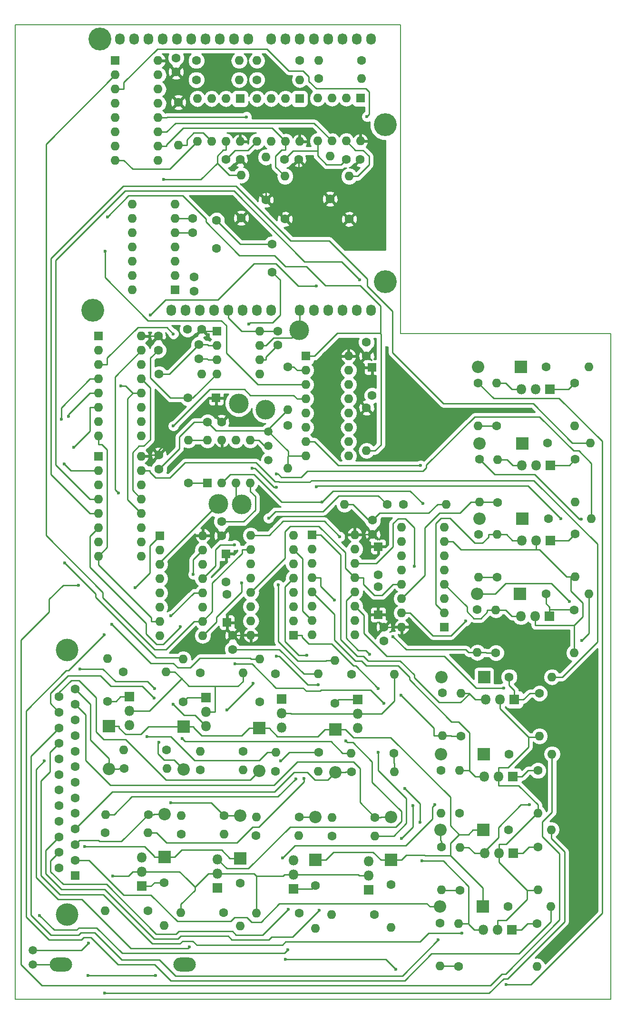
<source format=gbl>
G04 #@! TF.GenerationSoftware,KiCad,Pcbnew,(2017-11-10 revision d8f4e35)-HEAD*
G04 #@! TF.CreationDate,2017-12-12T16:38:04-08:00*
G04 #@! TF.ProjectId,shield_pcb,736869656C645F7063622E6B69636164,0.1*
G04 #@! TF.SameCoordinates,Original*
G04 #@! TF.FileFunction,Copper,L2,Bot,Signal*
G04 #@! TF.FilePolarity,Positive*
%FSLAX46Y46*%
G04 Gerber Fmt 4.6, Leading zero omitted, Abs format (unit mm)*
G04 Created by KiCad (PCBNEW (2017-11-10 revision d8f4e35)-HEAD) date Tue Dec 12 16:38:04 2017*
%MOMM*%
%LPD*%
G01*
G04 APERTURE LIST*
%ADD10C,0.150000*%
%ADD11O,1.727200X2.032000*%
%ADD12R,1.600000X1.600000*%
%ADD13O,1.600000X1.600000*%
%ADD14C,1.600000*%
%ADD15C,3.500120*%
%ADD16C,4.064000*%
%ADD17O,4.000000X2.500000*%
%ADD18C,4.000000*%
%ADD19O,2.200000X2.200000*%
%ADD20R,2.200000X2.200000*%
%ADD21R,1.800000X1.800000*%
%ADD22O,1.800000X1.800000*%
%ADD23C,1.500000*%
%ADD24C,0.600000*%
%ADD25C,0.250000*%
%ADD26C,0.254000*%
G04 APERTURE END LIST*
D10*
X150000000Y-71800000D02*
X150000000Y-190200000D01*
X112600000Y-71800000D02*
X150000000Y-71800000D01*
X44000000Y-190200000D02*
X44000000Y-16800000D01*
X112600000Y-71800000D02*
X112600000Y-16800000D01*
X112600000Y-16800000D02*
X44000000Y-16800000D01*
X44000000Y-190200000D02*
X150000000Y-190200000D01*
D11*
X89518000Y-19365000D03*
X92058000Y-19365000D03*
X94598000Y-19365000D03*
X97138000Y-19365000D03*
X99678000Y-19365000D03*
X102218000Y-19365000D03*
X104758000Y-19365000D03*
X107298000Y-19365000D03*
D12*
X61800000Y-23200000D03*
D13*
X69420000Y-40980000D03*
X61800000Y-25740000D03*
X69420000Y-38440000D03*
X61800000Y-28280000D03*
X69420000Y-35900000D03*
X61800000Y-30820000D03*
X69420000Y-33360000D03*
X61800000Y-33360000D03*
X69420000Y-30820000D03*
X61800000Y-35900000D03*
X69420000Y-28280000D03*
X61800000Y-38440000D03*
X69420000Y-25740000D03*
X61800000Y-40980000D03*
X69420000Y-23200000D03*
D12*
X108600000Y-109675000D03*
D14*
X108600000Y-114675000D03*
D12*
X120371000Y-123984000D03*
D13*
X112751000Y-106204000D03*
X120371000Y-121444000D03*
X112751000Y-108744000D03*
X120371000Y-118904000D03*
X112751000Y-111284000D03*
X120371000Y-116364000D03*
X112751000Y-113824000D03*
X120371000Y-113824000D03*
X112751000Y-116364000D03*
X120371000Y-111284000D03*
X112751000Y-118904000D03*
X120371000Y-108744000D03*
X112751000Y-121444000D03*
X120371000Y-106204000D03*
X112751000Y-123984000D03*
D15*
X88550000Y-85325000D03*
D14*
X81525000Y-115925000D03*
D12*
X81525000Y-110925000D03*
X94598000Y-29965000D03*
D13*
X86978000Y-37585000D03*
X92058000Y-29965000D03*
X89518000Y-37585000D03*
X89518000Y-29965000D03*
X92058000Y-37585000D03*
X86978000Y-29965000D03*
X94598000Y-37585000D03*
D14*
X91900000Y-40800000D03*
X94400000Y-40800000D03*
D11*
X71738000Y-67625000D03*
X74278000Y-67625000D03*
X76818000Y-67625000D03*
X79358000Y-67625000D03*
X81898000Y-67625000D03*
X84438000Y-67625000D03*
X86978000Y-67625000D03*
X89518000Y-67625000D03*
X94598000Y-67625000D03*
X97138000Y-67625000D03*
X99678000Y-67625000D03*
X102218000Y-67625000D03*
X104758000Y-67625000D03*
X107298000Y-67625000D03*
X62594000Y-19365000D03*
X65134000Y-19365000D03*
X67674000Y-19365000D03*
X70214000Y-19365000D03*
X72754000Y-19365000D03*
X75294000Y-19365000D03*
X77834000Y-19365000D03*
X80374000Y-19365000D03*
X82914000Y-19365000D03*
X85454000Y-19365000D03*
D16*
X57768000Y-67625000D03*
X109838000Y-62545000D03*
X59038000Y-19365000D03*
X109838000Y-34605000D03*
D17*
X74150000Y-184000000D03*
X52150000Y-184000000D03*
D14*
X79800000Y-56600000D03*
X79800000Y-51600000D03*
X75800000Y-61700000D03*
X75800000Y-64200000D03*
X75600000Y-53800000D03*
X75600000Y-51300000D03*
X89708000Y-55815000D03*
X89708000Y-60815000D03*
D13*
X64780000Y-64000000D03*
X72400000Y-48760000D03*
X64780000Y-61460000D03*
X72400000Y-51300000D03*
X64780000Y-58920000D03*
X72400000Y-53840000D03*
X64780000Y-56380000D03*
X72400000Y-56380000D03*
X64780000Y-53840000D03*
X72400000Y-58920000D03*
X64780000Y-51300000D03*
X72400000Y-61460000D03*
X64780000Y-48760000D03*
D12*
X72400000Y-64000000D03*
D14*
X105400000Y-40800000D03*
X102900000Y-40800000D03*
X81500000Y-40800000D03*
X84000000Y-40800000D03*
D13*
X66443000Y-72210600D03*
X58823000Y-89990600D03*
X66443000Y-74750600D03*
X58823000Y-87450600D03*
X66443000Y-77290600D03*
X58823000Y-84910600D03*
X66443000Y-79830600D03*
X58823000Y-82370600D03*
X66443000Y-82370600D03*
X58823000Y-79830600D03*
X66443000Y-84910600D03*
X58823000Y-77290600D03*
X66443000Y-87450600D03*
X58823000Y-74750600D03*
X66443000Y-89990600D03*
D12*
X58823000Y-72210600D03*
X58778200Y-93564800D03*
D13*
X66398200Y-111344800D03*
X58778200Y-96104800D03*
X66398200Y-108804800D03*
X58778200Y-98644800D03*
X66398200Y-106264800D03*
X58778200Y-101184800D03*
X66398200Y-103724800D03*
X58778200Y-103724800D03*
X66398200Y-101184800D03*
X58778200Y-106264800D03*
X66398200Y-98644800D03*
X58778200Y-108804800D03*
X66398200Y-96104800D03*
X58778200Y-111344800D03*
X66398200Y-93564800D03*
D12*
X105420000Y-29890000D03*
D13*
X97800000Y-37510000D03*
X102880000Y-29890000D03*
X100340000Y-37510000D03*
X100340000Y-29890000D03*
X102880000Y-37510000D03*
X97800000Y-29890000D03*
X105420000Y-37510000D03*
D12*
X83998000Y-29965000D03*
D13*
X76378000Y-37585000D03*
X81458000Y-29965000D03*
X78918000Y-37585000D03*
X78918000Y-29965000D03*
X81458000Y-37585000D03*
X76378000Y-29965000D03*
X83998000Y-37585000D03*
D18*
X53230000Y-175155000D03*
X53230000Y-128055000D03*
D14*
X51810000Y-136370000D03*
X51810000Y-139140000D03*
X51810000Y-141910000D03*
X51810000Y-144680000D03*
X51810000Y-147450000D03*
X51810000Y-150220000D03*
X51810000Y-152990000D03*
X51810000Y-155760000D03*
X51810000Y-158530000D03*
X51810000Y-161300000D03*
X51810000Y-164070000D03*
X51810000Y-166840000D03*
X54650000Y-134985000D03*
X54650000Y-137755000D03*
X54650000Y-140525000D03*
X54650000Y-143295000D03*
X54650000Y-146065000D03*
X54650000Y-148835000D03*
X54650000Y-151605000D03*
X54650000Y-154375000D03*
X54650000Y-157145000D03*
X54650000Y-159915000D03*
X54650000Y-162685000D03*
X54650000Y-165455000D03*
D12*
X54650000Y-168225000D03*
D14*
X106500000Y-73275000D03*
X106500000Y-75775000D03*
X107500000Y-82775000D03*
D12*
X107500000Y-77775000D03*
D14*
X109571000Y-123984000D03*
X109571000Y-126484000D03*
X82650000Y-125475000D03*
X82650000Y-127975000D03*
X107600000Y-104975000D03*
X107600000Y-107475000D03*
X80725000Y-105225000D03*
X80725000Y-107725000D03*
D12*
X108575000Y-121800000D03*
D14*
X108575000Y-116800000D03*
X81694200Y-118182000D03*
D12*
X81694200Y-123182000D03*
D14*
X78200000Y-87525000D03*
X80700000Y-87525000D03*
D12*
X79750000Y-83225000D03*
D14*
X74750000Y-83225000D03*
X76650000Y-76225000D03*
X76650000Y-73725000D03*
X77150000Y-71000000D03*
X74650000Y-71000000D03*
X90700000Y-73800000D03*
X90700000Y-71300000D03*
X69423000Y-72210600D03*
X69423000Y-74710600D03*
X69578200Y-95864800D03*
X69578200Y-93364800D03*
X72600000Y-25200000D03*
X72600000Y-22700000D03*
D19*
X73942400Y-149359000D03*
D20*
X73942400Y-141739000D03*
X100940000Y-142194000D03*
D19*
X100940000Y-149814000D03*
X97446900Y-157758000D03*
D20*
X97446900Y-165378000D03*
D19*
X70546900Y-157258000D03*
D20*
X70546900Y-164878000D03*
D19*
X119735000Y-146574000D03*
D20*
X127355000Y-146574000D03*
X133833000Y-118058000D03*
D19*
X126213000Y-118058000D03*
X87427500Y-149600000D03*
D20*
X87427500Y-141980000D03*
D19*
X110880000Y-157769000D03*
D20*
X110880000Y-165389000D03*
X83995700Y-165125000D03*
D19*
X83995700Y-157505000D03*
D20*
X127424000Y-132908000D03*
D19*
X119804000Y-132908000D03*
D20*
X127264000Y-160109000D03*
D19*
X119644000Y-160109000D03*
X126346000Y-77721600D03*
D20*
X133966000Y-77721600D03*
X134225000Y-104705000D03*
D19*
X126605000Y-104705000D03*
D20*
X60632300Y-141571000D03*
D19*
X60632300Y-149191000D03*
D20*
X134207000Y-91302700D03*
D19*
X126587000Y-91302700D03*
D20*
X127224000Y-173741000D03*
D19*
X119604000Y-173741000D03*
D21*
X77944900Y-136564000D03*
D22*
X77944900Y-139104000D03*
X77944900Y-141644000D03*
X104920000Y-141934000D03*
X104920000Y-139394000D03*
D21*
X104920000Y-136854000D03*
X93504400Y-170533000D03*
D22*
X93504400Y-167993000D03*
X93504400Y-165453000D03*
X66514400Y-164963000D03*
X66514400Y-167503000D03*
D21*
X66514400Y-170043000D03*
D22*
X127480000Y-150586000D03*
X130020000Y-150586000D03*
D21*
X132560000Y-150586000D03*
D22*
X133998000Y-122060000D03*
X136538000Y-122060000D03*
D21*
X139078000Y-122060000D03*
X91400000Y-136765000D03*
D22*
X91400000Y-139305000D03*
X91400000Y-141845000D03*
X106858000Y-165654000D03*
X106858000Y-168194000D03*
D21*
X106858000Y-170734000D03*
X79993200Y-170360000D03*
D22*
X79993200Y-167820000D03*
X79993200Y-165280000D03*
D21*
X132814000Y-136888000D03*
D22*
X130274000Y-136888000D03*
X127734000Y-136888000D03*
D21*
X132654000Y-164239000D03*
D22*
X130114000Y-164239000D03*
X127574000Y-164239000D03*
X134026000Y-81651600D03*
X136566000Y-81651600D03*
D21*
X139106000Y-81651600D03*
D22*
X134110000Y-108557000D03*
X136650000Y-108557000D03*
D21*
X139190000Y-108557000D03*
X64332300Y-136371000D03*
D22*
X64332300Y-138911000D03*
X64332300Y-141451000D03*
X134182000Y-95235200D03*
X136722000Y-95235200D03*
D21*
X139262000Y-95235200D03*
D22*
X127334000Y-177821000D03*
X129874000Y-177821000D03*
D21*
X132414000Y-177821000D03*
D14*
X92500000Y-88125000D03*
D13*
X92500000Y-95745000D03*
X106500000Y-92595000D03*
D14*
X106500000Y-84975000D03*
X92500000Y-77675000D03*
D13*
X92500000Y-85295000D03*
D14*
X113050000Y-102150000D03*
D13*
X120670000Y-102150000D03*
X102555000Y-102175000D03*
D14*
X110175000Y-102175000D03*
X74800000Y-98325000D03*
D13*
X74800000Y-90705000D03*
D14*
X69575000Y-78975000D03*
D13*
X77195000Y-78975000D03*
D14*
X73892400Y-137289000D03*
D13*
X73892400Y-129669000D03*
X84512400Y-132089000D03*
D14*
X76892400Y-132089000D03*
X76892400Y-149389000D03*
D13*
X84512400Y-149389000D03*
X76922400Y-146089000D03*
D14*
X84542400Y-146089000D03*
D13*
X100908000Y-129899000D03*
D14*
X100908000Y-137519000D03*
D13*
X111478000Y-132419000D03*
D14*
X103858000Y-132419000D03*
D13*
X111428000Y-149769000D03*
D14*
X103808000Y-149769000D03*
X111408000Y-146419000D03*
D13*
X103788000Y-146419000D03*
D14*
X97396900Y-169978000D03*
D13*
X97396900Y-177598000D03*
X86926900Y-174928000D03*
D14*
X94546900Y-174928000D03*
X94546900Y-157778000D03*
D13*
X86926900Y-157778000D03*
X94466900Y-161078000D03*
D14*
X86846900Y-161078000D03*
D13*
X70446900Y-177048000D03*
D14*
X70446900Y-169428000D03*
X67596900Y-174428000D03*
D13*
X59976900Y-174428000D03*
D14*
X67646900Y-157328000D03*
D13*
X60026900Y-157328000D03*
X67566900Y-160578000D03*
D14*
X59946900Y-160578000D03*
X131905000Y-146574000D03*
D13*
X139525000Y-146574000D03*
X137005000Y-157144000D03*
D14*
X137005000Y-149524000D03*
X119755000Y-149474000D03*
D13*
X119755000Y-157094000D03*
D14*
X123055000Y-157124000D03*
D13*
X123055000Y-149504000D03*
X146053000Y-118058000D03*
D14*
X138433000Y-118058000D03*
X143433000Y-120958000D03*
D13*
X143433000Y-128578000D03*
D14*
X126233000Y-120908000D03*
D13*
X126233000Y-128528000D03*
X129533000Y-120938000D03*
D14*
X129533000Y-128558000D03*
D13*
X87477500Y-129710000D03*
D14*
X87477500Y-137330000D03*
X90327500Y-132330000D03*
D13*
X97947500Y-132330000D03*
D14*
X90327500Y-149630000D03*
D13*
X97947500Y-149630000D03*
X90357500Y-146280000D03*
D14*
X97977500Y-146280000D03*
D13*
X110880000Y-177459000D03*
D14*
X110880000Y-169839000D03*
X107930000Y-175139000D03*
D13*
X100310000Y-175139000D03*
D14*
X108030000Y-157839000D03*
D13*
X100410000Y-157839000D03*
D14*
X100380000Y-161139000D03*
D13*
X108000000Y-161139000D03*
X83995700Y-177195000D03*
D14*
X83995700Y-169575000D03*
X81095700Y-174825000D03*
D13*
X73475700Y-174825000D03*
X73525700Y-157525000D03*
D14*
X81145700Y-157525000D03*
X73495700Y-160825000D03*
D13*
X81115700Y-160825000D03*
X139509000Y-132865000D03*
D14*
X131889000Y-132865000D03*
X137289000Y-135765000D03*
D13*
X137289000Y-143385000D03*
X119989000Y-143335000D03*
D14*
X119989000Y-135715000D03*
D13*
X123289000Y-135795000D03*
D14*
X123289000Y-143415000D03*
X131739000Y-160036000D03*
D13*
X139359000Y-160036000D03*
D14*
X137039000Y-163136000D03*
D13*
X137039000Y-170756000D03*
D14*
X119839000Y-163136000D03*
D13*
X119839000Y-170756000D03*
X123139000Y-163166000D03*
D14*
X123139000Y-170786000D03*
D13*
X146091000Y-77679100D03*
D14*
X138471000Y-77679100D03*
X143521000Y-80579100D03*
D13*
X143521000Y-88199100D03*
D14*
X126371000Y-80529100D03*
D13*
X126371000Y-88149100D03*
X129621000Y-80559100D03*
D14*
X129621000Y-88179100D03*
X138925000Y-104705000D03*
D13*
X146545000Y-104705000D03*
X143625000Y-115025000D03*
D14*
X143625000Y-107405000D03*
D13*
X126425000Y-115125000D03*
D14*
X126425000Y-107505000D03*
X129725000Y-115105000D03*
D13*
X129725000Y-107485000D03*
D14*
X60432300Y-137171000D03*
D13*
X60432300Y-129551000D03*
X70852300Y-131971000D03*
D14*
X63232300Y-131971000D03*
X63332300Y-149171000D03*
D13*
X70952300Y-149171000D03*
X63312300Y-145871000D03*
D14*
X70932300Y-145871000D03*
D13*
X146377000Y-91202700D03*
D14*
X138757000Y-91202700D03*
X143657000Y-94152700D03*
D13*
X143657000Y-101772700D03*
D14*
X126607000Y-94152700D03*
D13*
X126607000Y-101772700D03*
X129807000Y-94183000D03*
D14*
X129807000Y-101803000D03*
X131729000Y-173669000D03*
D13*
X139349000Y-173669000D03*
X136829000Y-184339000D03*
D14*
X136829000Y-176719000D03*
D13*
X119629000Y-184289000D03*
D14*
X119629000Y-176669000D03*
X122929000Y-184369000D03*
D13*
X122929000Y-176749000D03*
X97980000Y-23200000D03*
D14*
X105600000Y-23200000D03*
X98000000Y-26400000D03*
D13*
X105620000Y-26400000D03*
D14*
X103400000Y-51400000D03*
D13*
X103400000Y-43780000D03*
X100000000Y-40180000D03*
D14*
X100000000Y-47800000D03*
D13*
X86980000Y-23200000D03*
D14*
X94600000Y-23200000D03*
X87000000Y-26600000D03*
D13*
X94620000Y-26600000D03*
D14*
X92000000Y-51400000D03*
D13*
X92000000Y-43780000D03*
X88600000Y-40380000D03*
D14*
X88600000Y-48000000D03*
D13*
X83820000Y-23200000D03*
D14*
X76200000Y-23200000D03*
X76200000Y-26600000D03*
D13*
X83820000Y-26600000D03*
D14*
X84200000Y-51200000D03*
D13*
X84200000Y-43580000D03*
X73000000Y-38220000D03*
D14*
X73000000Y-30600000D03*
D13*
X103320000Y-75775000D03*
X95700000Y-93555000D03*
X103320000Y-78315000D03*
X95700000Y-91015000D03*
X103320000Y-80855000D03*
X95700000Y-88475000D03*
X103320000Y-83395000D03*
X95700000Y-85935000D03*
X103320000Y-85935000D03*
X95700000Y-83395000D03*
X103320000Y-88475000D03*
X95700000Y-80855000D03*
X103320000Y-91015000D03*
X95700000Y-78315000D03*
X103320000Y-93555000D03*
D12*
X95700000Y-75775000D03*
D13*
X77345000Y-107725000D03*
X69725000Y-125505000D03*
X77345000Y-110265000D03*
X69725000Y-122965000D03*
X77345000Y-112805000D03*
X69725000Y-120425000D03*
X77345000Y-115345000D03*
X69725000Y-117885000D03*
X77345000Y-117885000D03*
X69725000Y-115345000D03*
X77345000Y-120425000D03*
X69725000Y-112805000D03*
X77345000Y-122965000D03*
X69725000Y-110265000D03*
X77345000Y-125505000D03*
D12*
X69725000Y-107725000D03*
D13*
X85905000Y-125425000D03*
X93525000Y-107645000D03*
X85905000Y-122885000D03*
X93525000Y-110185000D03*
X85905000Y-120345000D03*
X93525000Y-112725000D03*
X85905000Y-117805000D03*
X93525000Y-115265000D03*
X85905000Y-115265000D03*
X93525000Y-117805000D03*
X85905000Y-112725000D03*
X93525000Y-120345000D03*
X85905000Y-110185000D03*
X93525000Y-122885000D03*
X85905000Y-107645000D03*
D12*
X93525000Y-125425000D03*
X96800000Y-107562000D03*
D13*
X104420000Y-125342000D03*
X96800000Y-110102000D03*
X104420000Y-122802000D03*
X96800000Y-112642000D03*
X104420000Y-120262000D03*
X96800000Y-115182000D03*
X104420000Y-117722000D03*
X96800000Y-117722000D03*
X104420000Y-115182000D03*
X96800000Y-120262000D03*
X104420000Y-112642000D03*
X96800000Y-122802000D03*
X104420000Y-110102000D03*
X96800000Y-125342000D03*
X104420000Y-107562000D03*
D12*
X78200000Y-98325000D03*
D13*
X85820000Y-90705000D03*
X80740000Y-98325000D03*
X83280000Y-90705000D03*
X83280000Y-98325000D03*
X80740000Y-90705000D03*
X85820000Y-98325000D03*
X78200000Y-90705000D03*
X87470000Y-71350000D03*
X79850000Y-78970000D03*
X87470000Y-73890000D03*
X79850000Y-76430000D03*
X87470000Y-76430000D03*
X79850000Y-73890000D03*
X87470000Y-78970000D03*
D12*
X79850000Y-71350000D03*
D15*
X80100000Y-102075000D03*
X84250000Y-102125000D03*
X83750000Y-84175000D03*
X94550000Y-71150000D03*
D23*
X89050000Y-94265000D03*
X89050000Y-91725000D03*
X89050000Y-89185000D03*
X47125000Y-181505000D03*
X47125000Y-184045000D03*
D24*
X55216500Y-116510200D03*
X105279400Y-62164600D03*
X116382000Y-165578700D03*
X100766900Y-119148900D03*
X65332800Y-116966600D03*
X135502900Y-155592000D03*
X141071000Y-104693800D03*
X97552900Y-99010400D03*
X102807200Y-144227000D03*
X108578900Y-146240600D03*
X108588300Y-134916500D03*
X67473900Y-143453900D03*
X95358000Y-150893000D03*
X95873400Y-128993600D03*
X73657400Y-143829500D03*
X72112200Y-137737800D03*
X130897200Y-134826500D03*
X71702700Y-122002000D03*
X124169000Y-122883400D03*
X116065900Y-158754800D03*
X113321500Y-152700700D03*
X112628700Y-136132100D03*
X107087600Y-128863400D03*
X81692800Y-138722600D03*
X86333500Y-133968300D03*
X97896300Y-134257600D03*
X90475400Y-129125700D03*
X75643100Y-114608900D03*
X91256400Y-147805400D03*
X111225700Y-125692600D03*
X115028800Y-113173500D03*
X93922000Y-151017200D03*
X109572900Y-137575700D03*
X83063400Y-130562300D03*
X61341600Y-168241900D03*
X101076500Y-105070300D03*
X85530600Y-70060000D03*
X69517000Y-144490400D03*
X68752500Y-134937400D03*
X55476300Y-131427500D03*
X56360500Y-163010800D03*
X57039200Y-180213000D03*
X98056200Y-174364400D03*
X118655800Y-155582600D03*
X91537500Y-165103500D03*
X92548000Y-174240000D03*
X144752600Y-104778500D03*
X142583800Y-119398000D03*
X71672200Y-155269800D03*
X68689400Y-136636000D03*
X112705400Y-161633900D03*
X114754800Y-155730500D03*
X119284200Y-179634200D03*
X131331400Y-187575700D03*
X123453300Y-178483500D03*
X60377200Y-50985800D03*
X62778900Y-81048200D03*
X85141200Y-33208200D03*
X70376800Y-44373000D03*
X59946000Y-57102600D03*
X84291300Y-116089300D03*
X106559200Y-33157000D03*
X101748500Y-107890200D03*
X89071600Y-104589300D03*
X97603000Y-63295200D03*
X68041500Y-68437200D03*
X52808000Y-112584400D03*
X90794200Y-116458200D03*
X90466400Y-99109300D03*
X86138000Y-95748300D03*
X72131600Y-71810300D03*
X92485200Y-181408700D03*
X53477600Y-86519600D03*
X48319100Y-175285800D03*
X59813800Y-125351400D03*
X144778100Y-126361800D03*
X111703400Y-184872500D03*
X92102800Y-183093200D03*
X62344400Y-100120600D03*
X61205700Y-123470200D03*
X68934800Y-185961500D03*
X56908500Y-185961500D03*
X52192600Y-87034600D03*
X74994500Y-180884700D03*
X49169200Y-147820000D03*
X54382300Y-91998600D03*
X59881200Y-189122400D03*
X52686200Y-94920600D03*
X90498900Y-96772500D03*
X73373400Y-123926600D03*
X72128900Y-88187000D03*
X116127100Y-95219100D03*
X98578200Y-101728700D03*
X116499100Y-102000600D03*
X83050400Y-109345200D03*
D25*
X128527200Y-187727400D02*
X48702200Y-187727400D01*
X48702200Y-187727400D02*
X45024700Y-184049900D01*
X139525000Y-146574000D02*
X139525000Y-156960200D01*
X50000000Y-119000000D02*
X52489800Y-116510200D01*
X131258200Y-185700100D02*
X130554500Y-185700100D01*
X140875100Y-176083200D02*
X131258200Y-185700100D01*
X137822500Y-161227500D02*
X140875100Y-164280100D01*
X140875100Y-164280100D02*
X140875100Y-176083200D01*
X137822500Y-158662700D02*
X137822500Y-161227500D01*
X139525000Y-156960200D02*
X137822500Y-158662700D01*
X45024700Y-184049900D02*
X45024700Y-126274298D01*
X130554500Y-185700100D02*
X128527200Y-187727400D01*
X45024700Y-126274298D02*
X50000000Y-121298998D01*
X50000000Y-121298998D02*
X50000000Y-119000000D01*
X52489800Y-116510200D02*
X55216500Y-116510200D01*
X106629800Y-63293400D02*
X111151600Y-67815200D01*
X99851000Y-55281900D02*
X106629800Y-62060700D01*
X106629800Y-62060700D02*
X106629800Y-63293400D01*
X57252900Y-103724800D02*
X50317000Y-96788900D01*
X111151600Y-67815200D02*
X111151600Y-75151600D01*
X63168400Y-45523700D02*
X83275400Y-45523700D01*
X120214100Y-84214100D02*
X136160800Y-84214100D01*
X58778200Y-103724800D02*
X57252900Y-103724800D01*
X93033600Y-55281900D02*
X99851000Y-55281900D01*
X83275400Y-45523700D02*
X93033600Y-55281900D01*
X50317000Y-96788900D02*
X50317000Y-58375100D01*
X50317000Y-58375100D02*
X63168400Y-45523700D01*
X111151600Y-75151600D02*
X120214100Y-84214100D01*
X136160800Y-84214100D02*
X143149400Y-91202700D01*
X143149400Y-91202700D02*
X146377000Y-91202700D01*
X95487400Y-58938400D02*
X82924300Y-46375300D01*
X102053200Y-58938400D02*
X95487400Y-58938400D01*
X105279400Y-62164600D02*
X102053200Y-58938400D01*
X58778200Y-101184800D02*
X57252900Y-101184800D01*
X51167300Y-95099200D02*
X57252900Y-101184800D01*
X51167300Y-58734500D02*
X51167300Y-95099200D01*
X63526500Y-46375300D02*
X51167300Y-58734500D01*
X82924300Y-46375300D02*
X63526500Y-46375300D01*
X127334000Y-177821000D02*
X125708700Y-177821000D01*
X122929000Y-176749000D02*
X124454300Y-176749000D01*
X120139400Y-165578700D02*
X116382000Y-165578700D01*
X124702300Y-170141600D02*
X120139400Y-165578700D01*
X124702300Y-176749000D02*
X124702300Y-170141600D01*
X124702300Y-176814600D02*
X124702300Y-176749000D01*
X125708700Y-177821000D02*
X124702300Y-176814600D01*
X124702300Y-176749000D02*
X124454300Y-176749000D01*
X98325300Y-116707300D02*
X98325300Y-115182000D01*
X100766900Y-119148900D02*
X98325300Y-116707300D01*
X96800000Y-115182000D02*
X98325300Y-115182000D01*
X129807000Y-94183000D02*
X131332300Y-94183000D01*
X133369400Y-95235200D02*
X132556700Y-95235200D01*
X133369400Y-95235200D02*
X134182000Y-95235200D01*
X131504500Y-94183000D02*
X131332300Y-94183000D01*
X132556700Y-95235200D02*
X131504500Y-94183000D01*
X67923600Y-109526400D02*
X69725000Y-107725000D01*
X67923600Y-114375800D02*
X67923600Y-109526400D01*
X65332800Y-116966600D02*
X67923600Y-114375800D01*
X134110000Y-108557000D02*
X132484700Y-108557000D01*
X131412700Y-107485000D02*
X132484700Y-108557000D01*
X129725000Y-107485000D02*
X131412700Y-107485000D01*
X118845600Y-119918600D02*
X120371000Y-121444000D01*
X118845600Y-105552000D02*
X118845600Y-119918600D01*
X119752900Y-104644700D02*
X118845600Y-105552000D01*
X121405200Y-104644700D02*
X119752900Y-104644700D01*
X125805600Y-109045100D02*
X121405200Y-104644700D01*
X127116300Y-109045100D02*
X125805600Y-109045100D01*
X128199700Y-107961700D02*
X127116300Y-109045100D01*
X128199700Y-107485000D02*
X128199700Y-107961700D01*
X129725000Y-107485000D02*
X128199700Y-107485000D01*
X131308200Y-80559100D02*
X132400700Y-81651600D01*
X129621000Y-80559100D02*
X131308200Y-80559100D01*
X134026000Y-81651600D02*
X132400700Y-81651600D01*
X125737300Y-164239000D02*
X126761400Y-164239000D01*
X124664300Y-163166000D02*
X125737300Y-164239000D01*
X123139000Y-163166000D02*
X124664300Y-163166000D01*
X127574000Y-164239000D02*
X127167700Y-164239000D01*
X127167700Y-164239000D02*
X126761400Y-164239000D01*
X134011500Y-155592000D02*
X135502900Y-155592000D01*
X129973800Y-159629700D02*
X134011500Y-155592000D01*
X129973800Y-161432900D02*
X129973800Y-159629700D01*
X127167700Y-164239000D02*
X129973800Y-161432900D01*
X97696700Y-98866600D02*
X97552900Y-99010400D01*
X135243800Y-98866600D02*
X97696700Y-98866600D01*
X141071000Y-104693800D02*
X135243800Y-98866600D01*
X96800000Y-107562000D02*
X98325300Y-107562000D01*
X123289000Y-135795000D02*
X124814300Y-135795000D01*
X124814300Y-135795000D02*
X124814300Y-135829300D01*
X125873000Y-136888000D02*
X127734000Y-136888000D01*
X124814300Y-135829300D02*
X125873000Y-136888000D01*
X123246500Y-137397100D02*
X124814300Y-135829300D01*
X119426600Y-137397100D02*
X123246500Y-137397100D01*
X114986600Y-132957100D02*
X119426600Y-137397100D01*
X114986600Y-132502600D02*
X114986600Y-132957100D01*
X112498100Y-130014100D02*
X114986600Y-132502600D01*
X106788300Y-130014100D02*
X112498100Y-130014100D01*
X105938100Y-129163900D02*
X106788300Y-130014100D01*
X104869800Y-129163900D02*
X105938100Y-129163900D01*
X101883300Y-126177400D02*
X104869800Y-129163900D01*
X101883300Y-111120000D02*
X101883300Y-126177400D01*
X98325300Y-107562000D02*
X101883300Y-111120000D01*
X103109200Y-144529000D02*
X102807200Y-144227000D01*
X104055300Y-144529000D02*
X103109200Y-144529000D01*
X107512100Y-147985800D02*
X104055300Y-144529000D01*
X107512100Y-151562100D02*
X107512100Y-147985800D01*
X112744000Y-156794000D02*
X107512100Y-151562100D01*
X112744000Y-158527300D02*
X112744000Y-156794000D01*
X111676900Y-159594400D02*
X112744000Y-158527300D01*
X96003300Y-159594400D02*
X111676900Y-159594400D01*
X95934600Y-159525700D02*
X96003300Y-159594400D01*
X92888200Y-159525700D02*
X95934600Y-159525700D01*
X85463500Y-166950400D02*
X92888200Y-159525700D01*
X81663600Y-166950400D02*
X85463500Y-166950400D01*
X79993200Y-165280000D02*
X81663600Y-166950400D01*
X93525000Y-125425000D02*
X95050300Y-125425000D01*
X104565400Y-130893600D02*
X108588300Y-134916500D01*
X104194200Y-130893600D02*
X104565400Y-130893600D01*
X100250900Y-126950300D02*
X104194200Y-130893600D01*
X96194200Y-126950300D02*
X100250900Y-126950300D01*
X95050300Y-125806400D02*
X96194200Y-126950300D01*
X95050300Y-125425000D02*
X95050300Y-125806400D01*
X108578900Y-149467200D02*
X108578900Y-146240600D01*
X113594300Y-154482600D02*
X108578900Y-149467200D01*
X113594300Y-158879600D02*
X113594300Y-154482600D01*
X111334900Y-161139000D02*
X113594300Y-158879600D01*
X108000000Y-161139000D02*
X111334900Y-161139000D01*
X90357500Y-146280000D02*
X88832200Y-146280000D01*
X71654500Y-143453900D02*
X67473900Y-143453900D01*
X75868800Y-147668200D02*
X71654500Y-143453900D01*
X87444000Y-147668200D02*
X75868800Y-147668200D01*
X88832200Y-146280000D02*
X87444000Y-147668200D01*
X133185400Y-122060000D02*
X133232700Y-122060000D01*
X133185400Y-122060000D02*
X132372700Y-122060000D01*
X133998000Y-122060000D02*
X133232700Y-122060000D01*
X131250700Y-120938000D02*
X131058300Y-120938000D01*
X132372700Y-122060000D02*
X131250700Y-120938000D01*
X130295700Y-120938000D02*
X131058300Y-120938000D01*
X130295700Y-120938000D02*
X129533000Y-120938000D01*
X124387600Y-120380600D02*
X120371000Y-116364000D01*
X124387600Y-121228600D02*
X124387600Y-120380600D01*
X125607100Y-122448100D02*
X124387600Y-121228600D01*
X126871400Y-122448100D02*
X125607100Y-122448100D01*
X128007700Y-121311800D02*
X126871400Y-122448100D01*
X128007700Y-120938000D02*
X128007700Y-121311800D01*
X129533000Y-120938000D02*
X128007700Y-120938000D01*
X127480000Y-150586000D02*
X125854700Y-150586000D01*
X123055000Y-149504000D02*
X124772700Y-149504000D01*
X124772700Y-149504000D02*
X125854700Y-150586000D01*
X124855000Y-149421700D02*
X124772700Y-149504000D01*
X124855000Y-142822900D02*
X124855000Y-149421700D01*
X122853200Y-140821100D02*
X124855000Y-142822900D01*
X121648000Y-140821100D02*
X122853200Y-140821100D01*
X114136300Y-133309400D02*
X121648000Y-140821100D01*
X114136300Y-132855000D02*
X114136300Y-133309400D01*
X112145700Y-130864400D02*
X114136300Y-132855000D01*
X106436000Y-130864400D02*
X112145700Y-130864400D01*
X105585800Y-130014200D02*
X106436000Y-130864400D01*
X104517500Y-130014200D02*
X105585800Y-130014200D01*
X100784100Y-126280800D02*
X104517500Y-130014200D01*
X100784100Y-121706100D02*
X100784100Y-126280800D01*
X96800000Y-117722000D02*
X100784100Y-121706100D01*
X67566900Y-160578000D02*
X69092200Y-160578000D01*
X70870200Y-162356000D02*
X69092200Y-160578000D01*
X83411900Y-162356000D02*
X70870200Y-162356000D01*
X86215200Y-159552700D02*
X83411900Y-162356000D01*
X87354900Y-159552700D02*
X86215200Y-159552700D01*
X95358000Y-151549600D02*
X87354900Y-159552700D01*
X95358000Y-150893000D02*
X95358000Y-151549600D01*
X91998500Y-116791500D02*
X93525000Y-115265000D01*
X91998500Y-126530600D02*
X91998500Y-116791500D01*
X94461500Y-128993600D02*
X91998500Y-126530600D01*
X95873400Y-128993600D02*
X94461500Y-128993600D01*
X103788000Y-146419000D02*
X102262700Y-146419000D01*
X100185400Y-144341700D02*
X102262700Y-146419000D01*
X74169600Y-144341700D02*
X100185400Y-144341700D01*
X73657400Y-143829500D02*
X74169600Y-144341700D01*
X74039200Y-139664800D02*
X72112200Y-137737800D01*
X75965700Y-139664800D02*
X74039200Y-139664800D01*
X77944900Y-141644000D02*
X75965700Y-139664800D01*
X120391700Y-184289000D02*
X120760400Y-184289000D01*
X120391700Y-184289000D02*
X119629000Y-184289000D01*
X122849000Y-184289000D02*
X122929000Y-184369000D01*
X120760400Y-184289000D02*
X122849000Y-184289000D01*
X126006100Y-134826500D02*
X130897200Y-134826500D01*
X120343400Y-129163800D02*
X126006100Y-134826500D01*
X110064200Y-129163800D02*
X120343400Y-129163800D01*
X106022500Y-125122100D02*
X110064200Y-129163800D01*
X106022500Y-121864500D02*
X106022500Y-125122100D01*
X104420000Y-120262000D02*
X106022500Y-121864500D01*
X129776700Y-101772700D02*
X129807000Y-101803000D01*
X126607000Y-101772700D02*
X129776700Y-101772700D01*
X126607000Y-101772700D02*
X125081700Y-101772700D01*
X116915300Y-114739700D02*
X112751000Y-118904000D01*
X116915300Y-106279600D02*
X116915300Y-114739700D01*
X119470900Y-103724000D02*
X116915300Y-106279600D01*
X123130400Y-103724000D02*
X119470900Y-103724000D01*
X125081700Y-101772700D02*
X123130400Y-103724000D01*
X77345000Y-117885000D02*
X75819700Y-117885000D01*
X75819700Y-117885000D02*
X71702700Y-122002000D01*
X127970300Y-115105000D02*
X127950300Y-115125000D01*
X129725000Y-115105000D02*
X127970300Y-115105000D01*
X127187700Y-115125000D02*
X127950300Y-115125000D01*
X127187700Y-115125000D02*
X126425000Y-115125000D01*
X121543000Y-125509400D02*
X124169000Y-122883400D01*
X118341700Y-125509400D02*
X121543000Y-125509400D01*
X114276300Y-121444000D02*
X118341700Y-125509400D01*
X112751000Y-121444000D02*
X114276300Y-121444000D01*
X127065800Y-88149100D02*
X127896300Y-88149100D01*
X127926300Y-88179100D02*
X129621000Y-88179100D01*
X127896300Y-88149100D02*
X127926300Y-88179100D01*
X127065800Y-88149100D02*
X126371000Y-88149100D01*
X120224000Y-170756000D02*
X120397100Y-170756000D01*
X120427100Y-170786000D02*
X123139000Y-170786000D01*
X120397100Y-170756000D02*
X120427100Y-170786000D01*
X120224000Y-170756000D02*
X119839000Y-170756000D01*
X116065900Y-155445100D02*
X113321500Y-152700700D01*
X116065900Y-158754800D02*
X116065900Y-155445100D01*
X121144800Y-143335000D02*
X121514300Y-143335000D01*
X121594300Y-143415000D02*
X123289000Y-143415000D01*
X121514300Y-143335000D02*
X121594300Y-143415000D01*
X121144800Y-143335000D02*
X119989000Y-143335000D01*
X119989000Y-143335000D02*
X118463700Y-143335000D01*
X106362800Y-128138600D02*
X107087600Y-128863400D01*
X105047200Y-128138600D02*
X106362800Y-128138600D01*
X102891100Y-125982500D02*
X105047200Y-128138600D01*
X102891100Y-119250900D02*
X102891100Y-125982500D01*
X104420000Y-117722000D02*
X102891100Y-119250900D01*
X118463700Y-141967100D02*
X112628700Y-136132100D01*
X118463700Y-143335000D02*
X118463700Y-141967100D01*
X86333500Y-134081900D02*
X81692800Y-138722600D01*
X86333500Y-133968300D02*
X86333500Y-134081900D01*
X90947500Y-129125700D02*
X90475400Y-129125700D01*
X96079400Y-134257600D02*
X90947500Y-129125700D01*
X97896300Y-134257600D02*
X96079400Y-134257600D01*
X75643100Y-111966900D02*
X75643100Y-114608900D01*
X77345000Y-110265000D02*
X75643100Y-111966900D01*
X92781800Y-146280000D02*
X91256400Y-147805400D01*
X97977500Y-146280000D02*
X92781800Y-146280000D01*
X127788300Y-128558000D02*
X129533000Y-128558000D01*
X127758300Y-128528000D02*
X127788300Y-128558000D01*
X126995700Y-128528000D02*
X127758300Y-128528000D01*
X126995700Y-128528000D02*
X126233000Y-128528000D01*
X113546100Y-128013000D02*
X111225700Y-125692600D01*
X124192700Y-128013000D02*
X113546100Y-128013000D01*
X124707700Y-128528000D02*
X124192700Y-128013000D01*
X126233000Y-128528000D02*
X124707700Y-128528000D01*
X108274000Y-112642000D02*
X105945300Y-112642000D01*
X111225600Y-109690400D02*
X108274000Y-112642000D01*
X111225600Y-105546500D02*
X111225600Y-109690400D01*
X112107700Y-104664400D02*
X111225600Y-105546500D01*
X113415800Y-104664400D02*
X112107700Y-104664400D01*
X115028800Y-106277400D02*
X113415800Y-104664400D01*
X115028800Y-113173500D02*
X115028800Y-106277400D01*
X104420000Y-112642000D02*
X105945300Y-112642000D01*
X90757100Y-154182100D02*
X93922000Y-151017200D01*
X64698100Y-154182100D02*
X90757100Y-154182100D01*
X61552200Y-157328000D02*
X64698100Y-154182100D01*
X60026900Y-157328000D02*
X61552200Y-157328000D01*
X111408000Y-148223700D02*
X111408000Y-146419000D01*
X111428000Y-148243700D02*
X111408000Y-148223700D01*
X111428000Y-149769000D02*
X111428000Y-148243700D01*
X107208200Y-135211000D02*
X109572900Y-137575700D01*
X98393000Y-135211000D02*
X107208200Y-135211000D01*
X98260400Y-135343600D02*
X98393000Y-135211000D01*
X95774500Y-135343600D02*
X98260400Y-135343600D01*
X95229100Y-134798200D02*
X95774500Y-135343600D01*
X90408400Y-134798200D02*
X95229100Y-134798200D01*
X86172500Y-130562300D02*
X90408400Y-134798200D01*
X83063400Y-130562300D02*
X86172500Y-130562300D01*
X90650000Y-71350000D02*
X87470000Y-71350000D01*
X90700000Y-71300000D02*
X90650000Y-71350000D01*
X84281700Y-71350000D02*
X81898000Y-68966300D01*
X87470000Y-71350000D02*
X84281700Y-71350000D01*
X81898000Y-67625000D02*
X81898000Y-68966300D01*
X87470000Y-76430000D02*
X88595300Y-76430000D01*
X88595300Y-75904700D02*
X88595300Y-76430000D01*
X90700000Y-73800000D02*
X88595300Y-75904700D01*
X87470000Y-73890000D02*
X88595300Y-73890000D01*
X94598000Y-71102000D02*
X94550000Y-71150000D01*
X94598000Y-67625000D02*
X94598000Y-71102000D01*
X89935300Y-72550000D02*
X88595300Y-73890000D01*
X93150000Y-72550000D02*
X89935300Y-72550000D01*
X94550000Y-71150000D02*
X93150000Y-72550000D01*
X73965300Y-53800000D02*
X73925300Y-53840000D01*
X75600000Y-53800000D02*
X73965300Y-53800000D01*
X72400000Y-53840000D02*
X73925300Y-53840000D01*
X97800000Y-39251100D02*
X97800000Y-37510000D01*
X97800000Y-40139700D02*
X97800000Y-39251100D01*
X99393100Y-41732800D02*
X97800000Y-40139700D01*
X101967200Y-41732800D02*
X99393100Y-41732800D01*
X102900000Y-40800000D02*
X101967200Y-41732800D01*
X93448900Y-39251100D02*
X91900000Y-40800000D01*
X97800000Y-39251100D02*
X93448900Y-39251100D01*
X136650000Y-108557000D02*
X136650000Y-110182300D01*
X92500000Y-95745000D02*
X92500000Y-94219700D01*
X72400000Y-51300000D02*
X75600000Y-51300000D01*
X95700000Y-93555000D02*
X94174700Y-93555000D01*
X59361500Y-91515900D02*
X58823000Y-91515900D01*
X60303500Y-92457900D02*
X59361500Y-91515900D01*
X60303500Y-109819500D02*
X60303500Y-92457900D01*
X58778200Y-111344800D02*
X60303500Y-109819500D01*
X58823000Y-89990600D02*
X58823000Y-91515900D01*
X78119700Y-76225000D02*
X78324700Y-76430000D01*
X76650000Y-76225000D02*
X78119700Y-76225000D01*
X79850000Y-76430000D02*
X78324700Y-76430000D01*
X89050000Y-88745000D02*
X89050000Y-89050400D01*
X92500000Y-85295000D02*
X89050000Y-88745000D01*
X89050000Y-89050400D02*
X89050000Y-89185000D01*
X79725400Y-89050400D02*
X78200000Y-87525000D01*
X89050000Y-89050400D02*
X79725400Y-89050400D01*
X137257100Y-110182400D02*
X142099700Y-115025000D01*
X136650000Y-110182400D02*
X137257100Y-110182400D01*
X136650000Y-110182300D02*
X136650000Y-110182400D01*
X120371000Y-108744000D02*
X121896300Y-108744000D01*
X137039000Y-170756000D02*
X136618400Y-170756000D01*
X129874000Y-177821000D02*
X129874000Y-176195700D01*
X92558000Y-93555000D02*
X94174700Y-93555000D01*
X92558000Y-92693000D02*
X89050000Y-89185000D01*
X92558000Y-93555000D02*
X92558000Y-92693000D01*
X106858000Y-168194000D02*
X105232700Y-168194000D01*
X133597600Y-152211300D02*
X137005000Y-155618700D01*
X130020000Y-152211300D02*
X133597600Y-152211300D01*
X130020000Y-150586000D02*
X130020000Y-152211300D01*
X137289000Y-143385000D02*
X136969400Y-143385000D01*
X130020000Y-150586000D02*
X130020000Y-148960700D01*
X130114000Y-164239000D02*
X130114000Y-165864300D01*
X131383900Y-176195700D02*
X129874000Y-176195700D01*
X135108300Y-172471300D02*
X131383900Y-176195700D01*
X135108300Y-170858600D02*
X135108300Y-172471300D01*
X136515800Y-170858600D02*
X135108300Y-170858600D01*
X136618400Y-170756000D02*
X136515800Y-170858600D01*
X135108300Y-170858600D02*
X130114000Y-165864300D01*
X137005000Y-157144000D02*
X137005000Y-156734900D01*
X137005000Y-156734900D02*
X137005000Y-155618700D01*
X131349800Y-162613700D02*
X130114000Y-162613700D01*
X137005000Y-156958500D02*
X131349800Y-162613700D01*
X137005000Y-156734900D02*
X137005000Y-156958500D01*
X130114000Y-164239000D02*
X130114000Y-162613700D01*
X105031700Y-167993000D02*
X93504400Y-167993000D01*
X105232700Y-168194000D02*
X105031700Y-167993000D01*
X84015000Y-55815000D02*
X89708000Y-55815000D01*
X79800000Y-51600000D02*
X84015000Y-55815000D01*
X91607600Y-168264500D02*
X91879100Y-167993000D01*
X86926900Y-168264500D02*
X91607600Y-168264500D01*
X86482400Y-167820000D02*
X86926900Y-168264500D01*
X81618500Y-167820000D02*
X86482400Y-167820000D01*
X86926900Y-168264500D02*
X86926900Y-174928000D01*
X130274000Y-136888000D02*
X130274000Y-138513300D01*
X131695000Y-148960700D02*
X130020000Y-148960700D01*
X135296300Y-145359400D02*
X131695000Y-148960700D01*
X135296300Y-143535600D02*
X135296300Y-145359400D01*
X136818800Y-143535600D02*
X135296300Y-143535600D01*
X136969400Y-143385000D02*
X136818800Y-143535600D01*
X135296300Y-143535600D02*
X130274000Y-138513300D01*
X123334600Y-110182300D02*
X121896300Y-108744000D01*
X136650000Y-110182300D02*
X123334600Y-110182300D01*
X80414600Y-167820000D02*
X81618500Y-167820000D01*
X80414600Y-167820000D02*
X79993200Y-167820000D01*
X79993200Y-167820000D02*
X78367900Y-167820000D01*
X73475700Y-174825000D02*
X73475700Y-173299700D01*
X78367900Y-167820000D02*
X75953600Y-170234300D01*
X75953600Y-170821800D02*
X73475700Y-173299700D01*
X75953600Y-170234400D02*
X75953600Y-170821800D01*
X75953600Y-170234300D02*
X75953600Y-170234400D01*
X66514400Y-167503000D02*
X64889100Y-167503000D01*
X64150200Y-168241900D02*
X61341600Y-168241900D01*
X64889100Y-167503000D02*
X64150200Y-168241900D01*
X106880300Y-104975000D02*
X104080300Y-102175000D01*
X107600000Y-104975000D02*
X106880300Y-104975000D01*
X102555000Y-102175000D02*
X104080300Y-102175000D01*
X108874600Y-103700400D02*
X107600000Y-104975000D01*
X117594300Y-103700400D02*
X108874600Y-103700400D01*
X119144700Y-102150000D02*
X117594300Y-103700400D01*
X120670000Y-102150000D02*
X119144700Y-102150000D01*
X75819500Y-87525000D02*
X78200000Y-87525000D01*
X73210100Y-90134400D02*
X75819500Y-87525000D01*
X73210100Y-92232900D02*
X73210100Y-90134400D01*
X69578200Y-95864800D02*
X73210100Y-92232900D01*
X91400000Y-139305000D02*
X93025300Y-139305000D01*
X92500000Y-93613000D02*
X92558000Y-93555000D01*
X92500000Y-94219700D02*
X92500000Y-93613000D01*
X93114300Y-139394000D02*
X104920000Y-139394000D01*
X93025300Y-139305000D02*
X93114300Y-139394000D01*
X143625000Y-115025000D02*
X142862400Y-115025000D01*
X142862400Y-115025000D02*
X142099700Y-115025000D01*
X143433000Y-128578000D02*
X143433000Y-127052700D01*
X136538000Y-122060000D02*
X136538000Y-123685300D01*
X136538000Y-123685300D02*
X143433000Y-123685300D01*
X144977200Y-122141100D02*
X143433000Y-123685300D01*
X144977200Y-119715900D02*
X144977200Y-122141100D01*
X142862400Y-117601100D02*
X144977200Y-119715900D01*
X142862400Y-115025000D02*
X142862400Y-117601100D01*
X143433000Y-123685300D02*
X143433000Y-127052700D01*
X74451100Y-168731900D02*
X75953600Y-170234300D01*
X74427500Y-168731900D02*
X74451100Y-168731900D01*
X73198600Y-167503000D02*
X74427500Y-168731900D01*
X66514400Y-167503000D02*
X73198600Y-167503000D01*
X93504400Y-167993000D02*
X91879100Y-167993000D01*
X111478000Y-137120700D02*
X111478000Y-132419000D01*
X109204700Y-139394000D02*
X111478000Y-137120700D01*
X104920000Y-139394000D02*
X109204700Y-139394000D01*
X85371500Y-39191500D02*
X86978000Y-37585000D01*
X83108500Y-39191500D02*
X85371500Y-39191500D01*
X81500000Y-40800000D02*
X83108500Y-39191500D01*
X95121000Y-111781000D02*
X93525000Y-110185000D01*
X95121000Y-121123000D02*
X95121000Y-111781000D01*
X96800000Y-122802000D02*
X95121000Y-121123000D01*
X90999300Y-127975000D02*
X82650000Y-127975000D01*
X95354300Y-132330000D02*
X90999300Y-127975000D01*
X97947500Y-132330000D02*
X95354300Y-132330000D01*
X84512400Y-132089000D02*
X84512400Y-133614300D01*
X77944900Y-139104000D02*
X79570200Y-139104000D01*
X84655100Y-105225000D02*
X80725000Y-105225000D01*
X86726200Y-103153900D02*
X84655100Y-105225000D01*
X86726200Y-100756500D02*
X86726200Y-103153900D01*
X85820000Y-99850300D02*
X86726200Y-100756500D01*
X85820000Y-98325000D02*
X85820000Y-99850300D01*
X75595000Y-83225000D02*
X74750000Y-83225000D01*
X79850000Y-78970000D02*
X75595000Y-83225000D01*
X68049600Y-76084000D02*
X69423000Y-74710600D01*
X68049600Y-79662400D02*
X68049600Y-76084000D01*
X71612200Y-83225000D02*
X68049600Y-79662400D01*
X74750000Y-83225000D02*
X71612200Y-83225000D01*
X68199700Y-122291600D02*
X58778200Y-112870100D01*
X68199700Y-122965000D02*
X68199700Y-122291600D01*
X58778200Y-111344800D02*
X58778200Y-112870100D01*
X69725000Y-122965000D02*
X68199700Y-122965000D01*
X70852300Y-131971000D02*
X72377600Y-131971000D01*
X79570200Y-134489100D02*
X79570200Y-139104000D01*
X83637600Y-134489100D02*
X79570200Y-134489100D01*
X84512400Y-133614300D02*
X83637600Y-134489100D01*
X67867000Y-138911000D02*
X64332300Y-138911000D01*
X73592300Y-133185700D02*
X67867000Y-138911000D01*
X74895700Y-134489100D02*
X73592300Y-133185700D01*
X79570200Y-134489100D02*
X74895700Y-134489100D01*
X73592300Y-133185700D02*
X72377600Y-131971000D01*
X64850700Y-42505400D02*
X63325300Y-40980000D01*
X71457600Y-42505400D02*
X64850700Y-42505400D01*
X76378000Y-37585000D02*
X71457600Y-42505400D01*
X61800000Y-40980000D02*
X63325300Y-40980000D01*
X79750000Y-83225000D02*
X79750000Y-85995700D01*
X79750000Y-86575000D02*
X80700000Y-87525000D01*
X79750000Y-85995700D02*
X79750000Y-86575000D01*
X104420000Y-107562000D02*
X105945300Y-107562000D01*
X94400000Y-45640000D02*
X94400000Y-40800000D01*
X91371400Y-50771400D02*
X92000000Y-51400000D01*
X91371400Y-48668600D02*
X91371400Y-50771400D01*
X91371400Y-48668600D02*
X94400000Y-45640000D01*
X66443000Y-72210600D02*
X69423000Y-72210600D01*
X79850000Y-71350000D02*
X78324700Y-71350000D01*
X109571000Y-123984000D02*
X112751000Y-123984000D01*
X70945300Y-23545300D02*
X70945300Y-23200000D01*
X72600000Y-25200000D02*
X70945300Y-23545300D01*
X69420000Y-23200000D02*
X70945300Y-23200000D01*
X89268600Y-48668600D02*
X88600000Y-48000000D01*
X91371400Y-48668600D02*
X89268600Y-48668600D01*
X88600000Y-45400000D02*
X84000000Y-40800000D01*
X88600000Y-48000000D02*
X88600000Y-45400000D01*
X76070700Y-85995700D02*
X79750000Y-85995700D01*
X69578200Y-92488200D02*
X76070700Y-85995700D01*
X69578200Y-93364800D02*
X69578200Y-92488200D01*
X66398200Y-93564800D02*
X67923500Y-93564800D01*
X68123500Y-93364800D02*
X67923500Y-93564800D01*
X69578200Y-93364800D02*
X68123500Y-93364800D01*
X106032300Y-107475000D02*
X107600000Y-107475000D01*
X105945300Y-107562000D02*
X106032300Y-107475000D01*
X104420000Y-107562000D02*
X102894700Y-107562000D01*
X97840000Y-45640000D02*
X100000000Y-47800000D01*
X94400000Y-45640000D02*
X97840000Y-45640000D01*
X84329700Y-125475000D02*
X84379700Y-125425000D01*
X82650000Y-125475000D02*
X84329700Y-125475000D01*
X85905000Y-125425000D02*
X84379700Y-125425000D01*
X101014700Y-105682000D02*
X101014700Y-105132100D01*
X102894700Y-107562000D02*
X101014700Y-105682000D01*
X101014700Y-105132100D02*
X101076500Y-105070300D01*
X91130800Y-62237800D02*
X89708000Y-60815000D01*
X91130800Y-68419500D02*
X91130800Y-62237800D01*
X89775700Y-69774600D02*
X91130800Y-68419500D01*
X85816000Y-69774600D02*
X89775700Y-69774600D01*
X85530600Y-70060000D02*
X85816000Y-69774600D01*
X100164400Y-104281800D02*
X101014700Y-105132100D01*
X91327400Y-104281800D02*
X100164400Y-104281800D01*
X89489600Y-106119600D02*
X91327400Y-104281800D01*
X82330400Y-106119600D02*
X89489600Y-106119600D01*
X80725000Y-107725000D02*
X82330400Y-106119600D01*
X70084000Y-72871600D02*
X69423000Y-72210600D01*
X75141000Y-72871600D02*
X70084000Y-72871600D01*
X76662600Y-71350000D02*
X75141000Y-72871600D01*
X77150000Y-71350000D02*
X76662600Y-71350000D01*
X78324700Y-71350000D02*
X77150000Y-71350000D01*
X77150000Y-71350000D02*
X77150000Y-71000000D01*
X71400000Y-78975000D02*
X69575000Y-78975000D01*
X76650000Y-73725000D02*
X71400000Y-78975000D01*
X78159700Y-73725000D02*
X76650000Y-73725000D01*
X78324700Y-73890000D02*
X78159700Y-73725000D01*
X79850000Y-73890000D02*
X78324700Y-73890000D01*
X69372200Y-144635200D02*
X69517000Y-144490400D01*
X69372200Y-146536100D02*
X69372200Y-144635200D01*
X70481700Y-147645600D02*
X69372200Y-146536100D01*
X72229000Y-147645600D02*
X70481700Y-147645600D01*
X73942400Y-149359000D02*
X72229000Y-147645600D01*
X59558000Y-131427500D02*
X55476300Y-131427500D01*
X61802900Y-133672400D02*
X59558000Y-131427500D01*
X67487500Y-133672400D02*
X61802900Y-133672400D01*
X68752500Y-134937400D02*
X67487500Y-133672400D01*
X100940000Y-142194000D02*
X99114700Y-142194000D01*
X60632300Y-141571000D02*
X62457600Y-141571000D01*
X73942400Y-141739000D02*
X72117100Y-141739000D01*
X88170600Y-141980000D02*
X89252800Y-141980000D01*
X88170600Y-141980000D02*
X87427500Y-141980000D01*
X73942400Y-141739000D02*
X75767700Y-141739000D01*
X89252800Y-142063000D02*
X89252800Y-141980000D01*
X90670900Y-143481100D02*
X89252800Y-142063000D01*
X97827600Y-143481100D02*
X90670900Y-143481100D01*
X99114700Y-142194000D02*
X97827600Y-143481100D01*
X70546900Y-164878000D02*
X68721600Y-164878000D01*
X70546900Y-164878000D02*
X72372200Y-164878000D01*
X107678200Y-164012500D02*
X109054700Y-165389000D01*
X100637700Y-164012500D02*
X107678200Y-164012500D01*
X99272200Y-165378000D02*
X100637700Y-164012500D01*
X97446900Y-165378000D02*
X99272200Y-165378000D01*
X110880000Y-165389000D02*
X109054700Y-165389000D01*
X80695900Y-163650500D02*
X82170400Y-165125000D01*
X73599700Y-163650500D02*
X80695900Y-163650500D01*
X72372200Y-164878000D02*
X73599700Y-163650500D01*
X68721600Y-164763900D02*
X68721600Y-164878000D01*
X66968500Y-163010800D02*
X68721600Y-164763900D01*
X56360500Y-163010800D02*
X66968500Y-163010800D01*
X110880000Y-165389000D02*
X112705300Y-165389000D01*
X84312800Y-143269400D02*
X85602200Y-141980000D01*
X77202300Y-143269400D02*
X84312800Y-143269400D01*
X75767700Y-141834800D02*
X77202300Y-143269400D01*
X75767700Y-141739000D02*
X75767700Y-141834800D01*
X113540900Y-164553400D02*
X112705300Y-165389000D01*
X116806800Y-164553400D02*
X113540900Y-164553400D01*
X116922200Y-164668800D02*
X116806800Y-164553400D01*
X121489000Y-164668800D02*
X116922200Y-164668800D01*
X127224000Y-170403800D02*
X121489000Y-164668800D01*
X127224000Y-173741000D02*
X127224000Y-170403800D01*
X83083100Y-165125000D02*
X82170400Y-165125000D01*
X83083100Y-165125000D02*
X83995700Y-165125000D01*
X100940000Y-142194000D02*
X102765300Y-142194000D01*
X124658500Y-160889200D02*
X125438700Y-160109000D01*
X123005700Y-160889200D02*
X124658500Y-160889200D01*
X121489000Y-162405900D02*
X123005700Y-160889200D01*
X121489000Y-164668800D02*
X121489000Y-162405900D01*
X127264000Y-160109000D02*
X125438700Y-160109000D01*
X104199200Y-143627900D02*
X102765300Y-142194000D01*
X110791700Y-143627900D02*
X104199200Y-143627900D01*
X121420000Y-154256200D02*
X110791700Y-143627900D01*
X121420000Y-159303500D02*
X121420000Y-154256200D01*
X123005700Y-160889200D02*
X121420000Y-159303500D01*
X55747200Y-181505000D02*
X57039200Y-180213000D01*
X47125000Y-181505000D02*
X55747200Y-181505000D01*
X62457600Y-141956900D02*
X62457600Y-141571000D01*
X63580400Y-143079700D02*
X62457600Y-141956900D01*
X66374200Y-143079700D02*
X63580400Y-143079700D01*
X67714900Y-141739000D02*
X66374200Y-143079700D01*
X72117100Y-141739000D02*
X67714900Y-141739000D01*
X87427500Y-141980000D02*
X85602200Y-141980000D01*
X61233400Y-153331600D02*
X54650000Y-159915000D01*
X90117800Y-153331600D02*
X61233400Y-153331600D01*
X93608000Y-149841400D02*
X90117800Y-153331600D01*
X95980300Y-149841400D02*
X93608000Y-149841400D01*
X97321900Y-151183000D02*
X95980300Y-149841400D01*
X99571000Y-151183000D02*
X97321900Y-151183000D01*
X100940000Y-149814000D02*
X99571000Y-151183000D01*
X102810300Y-149769000D02*
X102765300Y-149814000D01*
X103808000Y-149769000D02*
X102810300Y-149769000D01*
X100940000Y-149814000D02*
X102765300Y-149814000D01*
X97446900Y-157758000D02*
X95621600Y-157758000D01*
X95601600Y-157778000D02*
X94546900Y-157778000D01*
X95621600Y-157758000D02*
X95601600Y-157778000D01*
X49422700Y-163687300D02*
X51810000Y-161300000D01*
X49422700Y-167864300D02*
X49422700Y-163687300D01*
X52196200Y-170637800D02*
X49422700Y-167864300D01*
X59882300Y-170637800D02*
X52196200Y-170637800D01*
X68718100Y-179473600D02*
X59882300Y-170637800D01*
X72952500Y-179473600D02*
X68718100Y-179473600D01*
X73435200Y-178990900D02*
X72952500Y-179473600D01*
X81888800Y-178990900D02*
X73435200Y-178990900D01*
X82543100Y-179645200D02*
X81888800Y-178990900D01*
X89071800Y-179645200D02*
X82543100Y-179645200D01*
X89608700Y-179108300D02*
X89071800Y-179645200D01*
X93312300Y-179108300D02*
X89608700Y-179108300D01*
X98056200Y-174364400D02*
X93312300Y-179108300D01*
X70546900Y-157258000D02*
X68721600Y-157258000D01*
X68651600Y-157328000D02*
X67646900Y-157328000D01*
X68721600Y-157258000D02*
X68651600Y-157328000D01*
X55379400Y-161955600D02*
X54650000Y-162685000D01*
X58830400Y-161955600D02*
X55379400Y-161955600D01*
X58979300Y-162104500D02*
X58830400Y-161955600D01*
X62870400Y-162104500D02*
X58979300Y-162104500D01*
X67646900Y-157328000D02*
X62870400Y-162104500D01*
X50273000Y-165607000D02*
X51810000Y-164070000D01*
X50273000Y-167512000D02*
X50273000Y-165607000D01*
X52514900Y-169753900D02*
X50273000Y-167512000D01*
X60201000Y-169753900D02*
X52514900Y-169753900D01*
X69070400Y-178623300D02*
X60201000Y-169753900D01*
X72600200Y-178623300D02*
X69070400Y-178623300D01*
X73089500Y-178134000D02*
X72600200Y-178623300D01*
X82659800Y-178134000D02*
X73089500Y-178134000D01*
X83267600Y-178741800D02*
X82659800Y-178134000D01*
X88046200Y-178741800D02*
X83267600Y-178741800D01*
X92548000Y-174240000D02*
X88046200Y-178741800D01*
X118193200Y-156045200D02*
X118655800Y-155582600D01*
X118193200Y-158143300D02*
X118193200Y-156045200D01*
X113496100Y-162840400D02*
X118193200Y-158143300D01*
X93800600Y-162840400D02*
X113496100Y-162840400D01*
X91537500Y-165103500D02*
X93800600Y-162840400D01*
X119604000Y-173741000D02*
X117778700Y-173741000D01*
X117251400Y-173213700D02*
X117778700Y-173741000D01*
X90995400Y-173213700D02*
X117251400Y-173213700D01*
X87734100Y-176475000D02*
X90995400Y-173213700D01*
X86033400Y-176475000D02*
X87734100Y-176475000D01*
X85228000Y-175669600D02*
X86033400Y-176475000D01*
X83045400Y-175669600D02*
X85228000Y-175669600D01*
X82364600Y-176350400D02*
X83045400Y-175669600D01*
X72828900Y-176350400D02*
X82364600Y-176350400D01*
X68146900Y-171668400D02*
X72828900Y-176350400D01*
X63318100Y-171668400D02*
X68146900Y-171668400D01*
X57104700Y-165455000D02*
X63318100Y-171668400D01*
X54650000Y-165455000D02*
X57104700Y-165455000D01*
X144366200Y-104778500D02*
X144752600Y-104778500D01*
X136448300Y-96860600D02*
X144366200Y-104778500D01*
X129314900Y-96860600D02*
X136448300Y-96860600D01*
X126607000Y-94152700D02*
X129314900Y-96860600D01*
X139406900Y-116221100D02*
X142583800Y-119398000D01*
X131261900Y-116221100D02*
X139406900Y-116221100D01*
X129425000Y-118058000D02*
X131261900Y-116221100D01*
X126213000Y-118058000D02*
X129425000Y-118058000D01*
X60632300Y-149191000D02*
X60632300Y-147365700D01*
X57352100Y-137687100D02*
X54650000Y-134985000D01*
X57352100Y-144085500D02*
X57352100Y-137687100D01*
X60632300Y-147365700D02*
X57352100Y-144085500D01*
X62477600Y-149171000D02*
X62457600Y-149191000D01*
X63332300Y-149171000D02*
X62477600Y-149171000D01*
X60632300Y-149191000D02*
X62457600Y-149191000D01*
X51810000Y-135636100D02*
X51810000Y-136370000D01*
X53989900Y-133456200D02*
X51810000Y-135636100D01*
X55325400Y-133456200D02*
X53989900Y-133456200D01*
X58396300Y-136527100D02*
X55325400Y-133456200D01*
X58396300Y-142635100D02*
X58396300Y-136527100D01*
X59765100Y-144003900D02*
X58396300Y-142635100D01*
X63602600Y-144003900D02*
X59765100Y-144003900D01*
X70783900Y-151185200D02*
X63602600Y-144003900D01*
X85842300Y-151185200D02*
X70783900Y-151185200D01*
X87427500Y-149600000D02*
X85842300Y-151185200D01*
X110880000Y-157769000D02*
X109054700Y-157769000D01*
X108984700Y-157839000D02*
X108030000Y-157839000D01*
X109054700Y-157769000D02*
X108984700Y-157839000D01*
X105333300Y-155142300D02*
X108030000Y-157839000D01*
X105333300Y-149137200D02*
X105333300Y-155142300D01*
X104151100Y-147955000D02*
X105333300Y-149137200D01*
X94167800Y-147955000D02*
X104151100Y-147955000D01*
X90030600Y-152092200D02*
X94167800Y-147955000D01*
X60904800Y-152092200D02*
X90030600Y-152092200D01*
X56501700Y-147689100D02*
X60904800Y-152092200D01*
X56501700Y-139606700D02*
X56501700Y-147689100D01*
X54650000Y-137755000D02*
X56501700Y-139606700D01*
X83995700Y-157505000D02*
X82170400Y-157505000D01*
X81165700Y-157505000D02*
X82170400Y-157505000D01*
X81145700Y-157525000D02*
X81165700Y-157505000D01*
X78890500Y-155269800D02*
X71672200Y-155269800D01*
X81145700Y-157525000D02*
X78890500Y-155269800D01*
X66576100Y-134522700D02*
X68689400Y-136636000D01*
X61025300Y-134522700D02*
X66576100Y-134522700D01*
X59108400Y-132605800D02*
X61025300Y-134522700D01*
X53393000Y-132605800D02*
X59108400Y-132605800D01*
X50226800Y-135772000D02*
X53393000Y-132605800D01*
X50226800Y-137556800D02*
X50226800Y-135772000D01*
X51810000Y-139140000D02*
X50226800Y-137556800D01*
X114754700Y-159584600D02*
X112705400Y-161633900D01*
X114754700Y-155730500D02*
X114754700Y-159584600D01*
X114754800Y-155730500D02*
X114754700Y-155730500D01*
X119839000Y-162129300D02*
X119839000Y-163136000D01*
X119644000Y-161934300D02*
X119839000Y-162129300D01*
X119644000Y-160109000D02*
X119644000Y-161934300D01*
X46788100Y-146931900D02*
X51810000Y-141910000D01*
X46788100Y-175205100D02*
X46788100Y-146931900D01*
X50330300Y-178747300D02*
X46788100Y-175205100D01*
X55241700Y-178747300D02*
X50330300Y-178747300D01*
X55651600Y-178337400D02*
X55241700Y-178747300D01*
X58145000Y-178337400D02*
X55651600Y-178337400D01*
X62953100Y-183145500D02*
X58145000Y-178337400D01*
X69639400Y-183145500D02*
X62953100Y-183145500D01*
X72517100Y-186023200D02*
X69639400Y-183145500D01*
X112895200Y-186023200D02*
X72517100Y-186023200D01*
X119284200Y-179634200D02*
X112895200Y-186023200D01*
X135768000Y-187575700D02*
X131331400Y-187575700D01*
X148446200Y-174897500D02*
X135768000Y-187575700D01*
X148446200Y-90931300D02*
X148446200Y-174897500D01*
X140791900Y-83277000D02*
X148446200Y-90931300D01*
X129118900Y-83277000D02*
X140791900Y-83277000D01*
X126371000Y-80529100D02*
X129118900Y-83277000D01*
X50194500Y-146295500D02*
X51810000Y-144680000D01*
X50194500Y-149726200D02*
X50194500Y-146295500D01*
X48572400Y-151348300D02*
X50194500Y-149726200D01*
X48572400Y-168216600D02*
X48572400Y-151348300D01*
X51935000Y-171579200D02*
X48572400Y-168216600D01*
X59621100Y-171579200D02*
X51935000Y-171579200D01*
X68365800Y-180323900D02*
X59621100Y-171579200D01*
X73304800Y-180323900D02*
X68365800Y-180323900D01*
X73769300Y-179859400D02*
X73304800Y-180323900D01*
X75596500Y-179859400D02*
X73769300Y-179859400D01*
X76295400Y-180558300D02*
X75596500Y-179859400D01*
X91538300Y-180558300D02*
X76295400Y-180558300D01*
X92099000Y-179997600D02*
X91538300Y-180558300D01*
X116002300Y-179997600D02*
X92099000Y-179997600D01*
X117516400Y-178483500D02*
X116002300Y-179997600D01*
X123453300Y-178483500D02*
X117516400Y-178483500D01*
X49379700Y-184045000D02*
X49424700Y-184000000D01*
X47125000Y-184045000D02*
X49379700Y-184045000D01*
X52150000Y-184000000D02*
X49424700Y-184000000D01*
X95700000Y-75775000D02*
X97225300Y-75775000D01*
X106500000Y-92595000D02*
X108025300Y-92595000D01*
X101283200Y-71717100D02*
X108886800Y-71717100D01*
X97225300Y-75775000D02*
X101283200Y-71717100D01*
X109046400Y-91573900D02*
X108025300Y-92595000D01*
X109046400Y-71876700D02*
X109046400Y-91573900D01*
X108886800Y-71717100D02*
X109046400Y-71876700D01*
X64137400Y-47225600D02*
X60377200Y-50985800D01*
X73750400Y-47225600D02*
X64137400Y-47225600D01*
X77904100Y-51379300D02*
X73750400Y-47225600D01*
X77904100Y-51878900D02*
X77904100Y-51379300D01*
X83879000Y-57853800D02*
X77904100Y-51878900D01*
X90113200Y-57853800D02*
X83879000Y-57853800D01*
X92048100Y-59788700D02*
X90113200Y-57853800D01*
X95803100Y-59788700D02*
X92048100Y-59788700D01*
X99204300Y-63189900D02*
X95803100Y-59788700D01*
X105323600Y-63189900D02*
X99204300Y-63189900D01*
X108986700Y-66853000D02*
X105323600Y-63189900D01*
X108986700Y-71617200D02*
X108986700Y-66853000D01*
X108886800Y-71717100D02*
X108986700Y-71617200D01*
X69420000Y-38440000D02*
X70945300Y-38440000D01*
X91426000Y-39110300D02*
X92058000Y-39110300D01*
X90326000Y-40210300D02*
X91426000Y-39110300D01*
X90326000Y-42106000D02*
X90326000Y-40210300D01*
X92000000Y-43780000D02*
X90326000Y-42106000D01*
X92058000Y-37585000D02*
X92058000Y-39110300D01*
X89682300Y-35209300D02*
X92058000Y-37585000D01*
X73853400Y-35209300D02*
X89682300Y-35209300D01*
X70945300Y-38117400D02*
X73853400Y-35209300D01*
X70945300Y-38440000D02*
X70945300Y-38117400D01*
X66443000Y-82370600D02*
X64917700Y-82370600D01*
X63595300Y-81048200D02*
X64917700Y-82370600D01*
X62778900Y-81048200D02*
X63595300Y-81048200D01*
X63964000Y-101290600D02*
X66398200Y-103724800D01*
X63964000Y-83324300D02*
X63964000Y-101290600D01*
X64917700Y-82370600D02*
X63964000Y-83324300D01*
X69420000Y-33360000D02*
X70945300Y-33360000D01*
X71097100Y-33208200D02*
X85141200Y-33208200D01*
X70945300Y-33360000D02*
X71097100Y-33208200D01*
X72486400Y-34358900D02*
X70945300Y-35900000D01*
X97188900Y-34358900D02*
X72486400Y-34358900D01*
X100340000Y-37510000D02*
X97188900Y-34358900D01*
X69420000Y-35900000D02*
X70945300Y-35900000D01*
X64858200Y-99644800D02*
X66398200Y-101184800D01*
X64858200Y-92891200D02*
X64858200Y-99644800D01*
X65994100Y-91755300D02*
X64858200Y-92891200D01*
X66866300Y-91755300D02*
X65994100Y-91755300D01*
X68019900Y-90601700D02*
X66866300Y-91755300D01*
X68019900Y-81407500D02*
X68019900Y-90601700D01*
X66443000Y-79830600D02*
X68019900Y-81407500D01*
X81458000Y-37585000D02*
X81458000Y-39110300D01*
X82057900Y-43580000D02*
X79932800Y-41454900D01*
X84200000Y-43580000D02*
X82057900Y-43580000D01*
X80981300Y-39110300D02*
X81458000Y-39110300D01*
X79932800Y-40158800D02*
X80981300Y-39110300D01*
X79932800Y-41454900D02*
X79932800Y-40158800D01*
X77014700Y-44373000D02*
X70376800Y-44373000D01*
X79932800Y-41454900D02*
X77014700Y-44373000D01*
X77392700Y-36059700D02*
X78918000Y-37585000D01*
X75732300Y-36059700D02*
X77392700Y-36059700D01*
X74525300Y-37266700D02*
X75732300Y-36059700D01*
X74525300Y-38220000D02*
X74525300Y-37266700D01*
X73000000Y-38220000D02*
X74525300Y-38220000D01*
X74617400Y-136564000D02*
X73892400Y-137289000D01*
X77944900Y-136564000D02*
X74617400Y-136564000D01*
X104920000Y-136854000D02*
X103294700Y-136854000D01*
X101573000Y-136854000D02*
X100908000Y-137519000D01*
X103294700Y-136854000D02*
X101573000Y-136854000D01*
X96841900Y-170533000D02*
X97396900Y-169978000D01*
X93504400Y-170533000D02*
X96841900Y-170533000D01*
X68754700Y-169428000D02*
X68139700Y-170043000D01*
X70446900Y-169428000D02*
X68754700Y-169428000D01*
X66514400Y-170043000D02*
X68139700Y-170043000D01*
X132560000Y-150586000D02*
X134185300Y-150586000D01*
X135247300Y-149524000D02*
X134185300Y-150586000D01*
X137005000Y-149524000D02*
X135247300Y-149524000D01*
X138433000Y-119789700D02*
X139078000Y-120434700D01*
X138433000Y-118058000D02*
X138433000Y-119789700D01*
X139078000Y-122060000D02*
X139078000Y-121811100D01*
X139078000Y-121247300D02*
X139078000Y-121811100D01*
X139078000Y-121247300D02*
X139078000Y-120841000D01*
X139078000Y-120841000D02*
X139078000Y-120434700D01*
X143316000Y-120841000D02*
X143433000Y-120958000D01*
X139078000Y-120841000D02*
X143316000Y-120841000D01*
X132814000Y-136888000D02*
X134439300Y-136888000D01*
X132814000Y-136888000D02*
X132814000Y-135262700D01*
X131889000Y-134337700D02*
X131889000Y-132865000D01*
X132814000Y-135262700D02*
X131889000Y-134337700D01*
X135562300Y-135765000D02*
X134439300Y-136888000D01*
X137289000Y-135765000D02*
X135562300Y-135765000D01*
X132654000Y-164239000D02*
X134279300Y-164239000D01*
X135382300Y-163136000D02*
X137039000Y-163136000D01*
X134279300Y-164239000D02*
X135382300Y-163136000D01*
X139106000Y-81651600D02*
X140731300Y-81651600D01*
X142448500Y-81651600D02*
X143521000Y-80579100D01*
X140731300Y-81651600D02*
X142448500Y-81651600D01*
X139190000Y-108557000D02*
X140815300Y-108557000D01*
X142473000Y-108557000D02*
X143625000Y-107405000D01*
X140815300Y-108557000D02*
X142473000Y-108557000D01*
X61907000Y-137171000D02*
X60432300Y-137171000D01*
X62707000Y-136371000D02*
X61907000Y-137171000D01*
X64332300Y-136371000D02*
X62707000Y-136371000D01*
X139262000Y-95235200D02*
X140887300Y-95235200D01*
X142574500Y-95235200D02*
X140887300Y-95235200D01*
X143657000Y-94152700D02*
X142574500Y-95235200D01*
X132414000Y-177821000D02*
X134039300Y-177821000D01*
X135141300Y-176719000D02*
X134039300Y-177821000D01*
X136829000Y-176719000D02*
X135141300Y-176719000D01*
X59946000Y-61807600D02*
X59946000Y-57102600D01*
X67601100Y-69462700D02*
X59946000Y-61807600D01*
X80657100Y-69462700D02*
X67601100Y-69462700D01*
X81553600Y-70359200D02*
X80657100Y-69462700D01*
X81553600Y-75252500D02*
X81553600Y-70359200D01*
X87156100Y-80855000D02*
X81553600Y-75252500D01*
X95700000Y-80855000D02*
X87156100Y-80855000D01*
X93534700Y-77675000D02*
X94174700Y-78315000D01*
X92500000Y-77675000D02*
X93534700Y-77675000D01*
X95700000Y-78315000D02*
X94174700Y-78315000D01*
X63325300Y-27089700D02*
X63325300Y-28280000D01*
X69274400Y-21140600D02*
X63325300Y-27089700D01*
X88800400Y-21140600D02*
X69274400Y-21140600D01*
X92688800Y-25029000D02*
X88800400Y-21140600D01*
X95218200Y-25029000D02*
X92688800Y-25029000D01*
X96210100Y-26020900D02*
X95218200Y-25029000D01*
X96210100Y-26854100D02*
X96210100Y-26020900D01*
X97542700Y-28186700D02*
X96210100Y-26854100D01*
X106354400Y-28186700D02*
X97542700Y-28186700D01*
X106945400Y-28777700D02*
X106354400Y-28186700D01*
X106945400Y-32770800D02*
X106945400Y-28777700D01*
X106559200Y-33157000D02*
X106945400Y-32770800D01*
X61800000Y-28280000D02*
X63325300Y-28280000D01*
X79819800Y-123030200D02*
X77345000Y-125505000D01*
X79819800Y-122248500D02*
X79819800Y-123030200D01*
X84291300Y-117777000D02*
X79819800Y-122248500D01*
X84291300Y-116089300D02*
X84291300Y-117777000D01*
X85905000Y-107645000D02*
X87430300Y-107645000D01*
X98990400Y-105132100D02*
X101748500Y-107890200D01*
X91679700Y-105132100D02*
X98990400Y-105132100D01*
X89166800Y-107645000D02*
X91679700Y-105132100D01*
X87430300Y-107645000D02*
X89166800Y-107645000D01*
X85905000Y-110185000D02*
X84379700Y-110185000D01*
X79064500Y-121245500D02*
X77345000Y-122965000D01*
X79064500Y-116156600D02*
X79064500Y-121245500D01*
X84379700Y-110841400D02*
X79064500Y-116156600D01*
X84379700Y-110185000D02*
X84379700Y-110841400D01*
X77345000Y-122965000D02*
X75819700Y-122965000D01*
X70809900Y-127974800D02*
X75819700Y-122965000D01*
X68799600Y-127974800D02*
X70809900Y-127974800D01*
X59567800Y-118743000D02*
X68799600Y-127974800D01*
X59567800Y-117804000D02*
X59567800Y-118743000D01*
X49466700Y-107702900D02*
X59567800Y-117804000D01*
X49466700Y-38073300D02*
X49466700Y-107702900D01*
X61800000Y-25740000D02*
X49466700Y-38073300D01*
X90267400Y-103393500D02*
X89071600Y-104589300D01*
X98792900Y-103393500D02*
X90267400Y-103393500D01*
X101580200Y-100606200D02*
X98792900Y-103393500D01*
X108606200Y-100606200D02*
X101580200Y-100606200D01*
X110175000Y-102175000D02*
X108606200Y-100606200D01*
X74800000Y-90705000D02*
X78200000Y-90705000D01*
X74800000Y-98325000D02*
X78200000Y-98325000D01*
X103400000Y-43780000D02*
X104925300Y-43780000D01*
X104515100Y-39145100D02*
X102880000Y-37510000D01*
X105902700Y-39145100D02*
X104515100Y-39145100D01*
X106972900Y-40215300D02*
X105902700Y-39145100D01*
X106972900Y-41732400D02*
X106972900Y-40215300D01*
X104925300Y-43780000D02*
X106972900Y-41732400D01*
X70746500Y-65732200D02*
X68041500Y-68437200D01*
X80074100Y-65732200D02*
X70746500Y-65732200D01*
X86516700Y-59289600D02*
X80074100Y-65732200D01*
X90346300Y-59289600D02*
X86516700Y-59289600D01*
X94351900Y-63295200D02*
X90346300Y-59289600D01*
X97603000Y-63295200D02*
X94351900Y-63295200D01*
X73675400Y-129452000D02*
X73892400Y-129669000D01*
X69035900Y-129452000D02*
X73675400Y-129452000D01*
X58292300Y-118708400D02*
X69035900Y-129452000D01*
X58292300Y-118068700D02*
X58292300Y-118708400D01*
X52808000Y-112584400D02*
X58292300Y-118068700D01*
X86644700Y-95748300D02*
X86138000Y-95748300D01*
X90005700Y-99109300D02*
X86644700Y-95748300D01*
X90466400Y-99109300D02*
X90005700Y-99109300D01*
X60348300Y-76100300D02*
X60348300Y-77290600D01*
X65798600Y-70650000D02*
X60348300Y-76100300D01*
X70971300Y-70650000D02*
X65798600Y-70650000D01*
X72131600Y-71810300D02*
X70971300Y-70650000D01*
X58823000Y-77290600D02*
X60348300Y-77290600D01*
X100908000Y-129899000D02*
X99382700Y-129899000D01*
X90794200Y-126548000D02*
X90794200Y-116458200D01*
X94278200Y-130032000D02*
X90794200Y-126548000D01*
X99249700Y-130032000D02*
X94278200Y-130032000D01*
X99382700Y-129899000D02*
X99249700Y-130032000D01*
X58823000Y-82370600D02*
X57297700Y-82370600D01*
X50915300Y-177882000D02*
X48319100Y-175285800D01*
X54904400Y-177882000D02*
X50915300Y-177882000D01*
X55299300Y-177487100D02*
X54904400Y-177882000D01*
X58497300Y-177487100D02*
X55299300Y-177487100D01*
X63034900Y-182024700D02*
X58497300Y-177487100D01*
X91869200Y-182024700D02*
X63034900Y-182024700D01*
X92485200Y-181408700D02*
X91869200Y-182024700D01*
X53477600Y-86190700D02*
X53477600Y-86519600D01*
X57297700Y-82370600D02*
X53477600Y-86190700D01*
X139349000Y-176406500D02*
X139349000Y-173669000D01*
X133665700Y-182089800D02*
X139349000Y-176406500D01*
X118103600Y-182089800D02*
X133665700Y-182089800D01*
X113319800Y-186873600D02*
X118103600Y-182089800D01*
X71651800Y-186873600D02*
X113319800Y-186873600D01*
X68774000Y-183995800D02*
X71651800Y-186873600D01*
X62272100Y-183995800D02*
X68774000Y-183995800D01*
X57464000Y-179187700D02*
X62272100Y-183995800D01*
X56190000Y-179187700D02*
X57464000Y-179187700D01*
X55780100Y-179597600D02*
X56190000Y-179187700D01*
X49961600Y-179597600D02*
X55780100Y-179597600D01*
X45902200Y-175538200D02*
X49961600Y-179597600D01*
X45902200Y-138870100D02*
X45902200Y-175538200D01*
X53078600Y-131693700D02*
X45902200Y-138870100D01*
X53471500Y-131693700D02*
X53078600Y-131693700D01*
X59813800Y-125351400D02*
X53471500Y-131693700D01*
X146053000Y-125086900D02*
X144778100Y-126361800D01*
X146053000Y-118058000D02*
X146053000Y-125086900D01*
X109924100Y-183093200D02*
X111703400Y-184872500D01*
X92102800Y-183093200D02*
X109924100Y-183093200D01*
X61753600Y-99529800D02*
X62344400Y-100120600D01*
X61753600Y-79440000D02*
X61753600Y-99529800D01*
X66443000Y-74750600D02*
X61753600Y-79440000D01*
X87477500Y-129710000D02*
X85952200Y-129710000D01*
X68137500Y-130402000D02*
X61205700Y-123470200D01*
X72099900Y-130402000D02*
X68137500Y-130402000D01*
X72930900Y-131233000D02*
X72099900Y-130402000D01*
X75139700Y-131233000D02*
X72930900Y-131233000D01*
X76835700Y-129537000D02*
X75139700Y-131233000D01*
X85779200Y-129537000D02*
X76835700Y-129537000D01*
X85952200Y-129710000D02*
X85779200Y-129537000D01*
X52192600Y-84935700D02*
X57297700Y-79830600D01*
X52192600Y-87034600D02*
X52192600Y-84935700D01*
X68934800Y-185961500D02*
X56908500Y-185961500D01*
X58823000Y-79830600D02*
X57297700Y-79830600D01*
X58823000Y-84910600D02*
X57297700Y-84910600D01*
X47663400Y-149325800D02*
X49169200Y-147820000D01*
X47663400Y-168522600D02*
X47663400Y-149325800D01*
X51570400Y-172429600D02*
X47663400Y-168522600D01*
X55817300Y-172429600D02*
X51570400Y-172429600D01*
X64562000Y-181174300D02*
X55817300Y-172429600D01*
X74704900Y-181174300D02*
X64562000Y-181174300D01*
X74994500Y-180884700D02*
X74704900Y-181174300D01*
X57297700Y-89083200D02*
X54382300Y-91998600D01*
X57297700Y-84910600D02*
X57297700Y-89083200D01*
X66398200Y-96104800D02*
X67923500Y-96104800D01*
X139509000Y-132865000D02*
X141034300Y-132865000D01*
X67923500Y-96371900D02*
X67923500Y-96104800D01*
X68953100Y-97401500D02*
X67923500Y-96371900D01*
X71506800Y-97401500D02*
X68953100Y-97401500D01*
X74205300Y-94703000D02*
X71506800Y-97401500D01*
X86802100Y-94703000D02*
X74205300Y-94703000D01*
X90183100Y-98084000D02*
X86802100Y-94703000D01*
X90891200Y-98084000D02*
X90183100Y-98084000D01*
X91002200Y-98195000D02*
X90891200Y-98084000D01*
X96413000Y-98195000D02*
X91002200Y-98195000D01*
X96687200Y-97920800D02*
X96413000Y-98195000D01*
X136305700Y-97920800D02*
X96687200Y-97920800D01*
X147584200Y-109199300D02*
X136305700Y-97920800D01*
X147584200Y-126594300D02*
X147584200Y-109199300D01*
X141313500Y-132865000D02*
X147584200Y-126594300D01*
X141034300Y-132865000D02*
X141313500Y-132865000D01*
X139359000Y-160036000D02*
X139359000Y-161561300D01*
X141740700Y-163943000D02*
X139359000Y-161561300D01*
X141740700Y-176420100D02*
X141740700Y-163943000D01*
X131610400Y-186550400D02*
X141740700Y-176420100D01*
X130906800Y-186550400D02*
X131610400Y-186550400D01*
X128334800Y-189122400D02*
X130906800Y-186550400D01*
X59881200Y-189122400D02*
X128334800Y-189122400D01*
X53870400Y-96104800D02*
X58778200Y-96104800D01*
X52686200Y-94920600D02*
X53870400Y-96104800D01*
X73373400Y-124020400D02*
X73373400Y-123926600D01*
X70311800Y-127082000D02*
X73373400Y-124020400D01*
X69109500Y-127082000D02*
X70311800Y-127082000D01*
X67249300Y-125221800D02*
X69109500Y-127082000D01*
X67249300Y-123342300D02*
X67249300Y-125221800D01*
X57247100Y-113340100D02*
X67249300Y-123342300D01*
X57247100Y-107795900D02*
X57247100Y-113340100D01*
X58778200Y-106264800D02*
X57247100Y-107795900D01*
X146545000Y-94883600D02*
X146545000Y-104705000D01*
X144288700Y-92627300D02*
X146545000Y-94883600D01*
X143371300Y-92627300D02*
X144288700Y-92627300D01*
X137311800Y-86567800D02*
X143371300Y-92627300D01*
X125741300Y-86567800D02*
X137311800Y-86567800D01*
X117152400Y-95156700D02*
X125741300Y-86567800D01*
X117152400Y-95643900D02*
X117152400Y-95156700D01*
X116551900Y-96244400D02*
X117152400Y-95643900D01*
X95958400Y-96244400D02*
X116551900Y-96244400D01*
X94877100Y-97325700D02*
X95958400Y-96244400D01*
X91335500Y-97325700D02*
X94877100Y-97325700D01*
X90782300Y-96772500D02*
X91335500Y-97325700D01*
X90498900Y-96772500D02*
X90782300Y-96772500D01*
X95700000Y-83395000D02*
X94174700Y-83395000D01*
X78618700Y-81697200D02*
X72128900Y-88187000D01*
X84773200Y-81697200D02*
X78618700Y-81697200D01*
X85839100Y-82763100D02*
X84773200Y-81697200D01*
X93542800Y-82763100D02*
X85839100Y-82763100D01*
X94174700Y-83395000D02*
X93542800Y-82763100D01*
X95700000Y-91015000D02*
X97225300Y-91015000D01*
X101429400Y-95219100D02*
X116127100Y-95219100D01*
X97225300Y-91015000D02*
X101429400Y-95219100D01*
X69725000Y-112450000D02*
X69725000Y-112805000D01*
X80100000Y-102075000D02*
X69725000Y-112450000D01*
X82265400Y-96799600D02*
X80740000Y-98325000D01*
X86451700Y-96799600D02*
X82265400Y-96799600D01*
X91380800Y-101728700D02*
X86451700Y-96799600D01*
X98578200Y-101728700D02*
X91380800Y-101728700D01*
X114254300Y-99755800D02*
X116499100Y-102000600D01*
X100551100Y-99755800D02*
X114254300Y-99755800D01*
X98578200Y-101728700D02*
X100551100Y-99755800D01*
X88365300Y-91725000D02*
X87345300Y-90705000D01*
X89050000Y-91725000D02*
X88365300Y-91725000D01*
X85820000Y-90705000D02*
X87345300Y-90705000D01*
X83280000Y-101155000D02*
X84250000Y-102125000D01*
X83280000Y-98325000D02*
X83280000Y-101155000D01*
X80458000Y-109345200D02*
X83050400Y-109345200D01*
X79596300Y-110206900D02*
X80458000Y-109345200D01*
X79596300Y-113093700D02*
X79596300Y-110206900D01*
X77345000Y-115345000D02*
X79596300Y-113093700D01*
X102733700Y-113495700D02*
X104420000Y-115182000D01*
X102733700Y-110735400D02*
X102733700Y-113495700D01*
X98034900Y-106036600D02*
X102733700Y-110735400D01*
X92956800Y-106036600D02*
X98034900Y-106036600D01*
X91977900Y-107015500D02*
X92956800Y-106036600D01*
X91977900Y-111732100D02*
X91977900Y-107015500D01*
X85905000Y-117805000D02*
X91977900Y-111732100D01*
X105945300Y-116372300D02*
X105945300Y-115182000D01*
X107937900Y-118364900D02*
X105945300Y-116372300D01*
X109224800Y-118364900D02*
X107937900Y-118364900D01*
X111225700Y-116364000D02*
X109224800Y-118364900D01*
X112751000Y-116364000D02*
X111225700Y-116364000D01*
X104420000Y-115182000D02*
X105945300Y-115182000D01*
D26*
G36*
X111641332Y-117443752D02*
X111926058Y-117634000D01*
X111641332Y-117824248D01*
X111310320Y-118319642D01*
X111194084Y-118904000D01*
X111310320Y-119488358D01*
X111641332Y-119983752D01*
X111926058Y-120174000D01*
X111641332Y-120364248D01*
X111310320Y-120859642D01*
X111194084Y-121444000D01*
X111310320Y-122028358D01*
X111641332Y-122523752D01*
X112016575Y-122774482D01*
X111895866Y-122831611D01*
X111519959Y-123246577D01*
X111359096Y-123634961D01*
X111481085Y-123857000D01*
X112624000Y-123857000D01*
X112624000Y-123837000D01*
X112878000Y-123837000D01*
X112878000Y-123857000D01*
X114020915Y-123857000D01*
X114142904Y-123634961D01*
X113982041Y-123246577D01*
X113606134Y-122831611D01*
X113485425Y-122774482D01*
X113860668Y-122523752D01*
X113977016Y-122349626D01*
X117739245Y-126111855D01*
X118015654Y-126296545D01*
X118341700Y-126361400D01*
X121543000Y-126361400D01*
X121869046Y-126296545D01*
X122145455Y-126111855D01*
X124346754Y-123910556D01*
X124372387Y-123910578D01*
X124749989Y-123754556D01*
X125039140Y-123465908D01*
X125166659Y-123158809D01*
X125281053Y-123235245D01*
X125607100Y-123300100D01*
X126871400Y-123300100D01*
X127197446Y-123235245D01*
X127473855Y-123050555D01*
X128467332Y-122057078D01*
X128948642Y-122378680D01*
X129533000Y-122494916D01*
X130117358Y-122378680D01*
X130612752Y-122047668D01*
X130784920Y-121790000D01*
X130897790Y-121790000D01*
X131770245Y-122662455D01*
X132046654Y-122847145D01*
X132372700Y-122912000D01*
X132616236Y-122912000D01*
X132815662Y-123210463D01*
X133343499Y-123563152D01*
X133966125Y-123687000D01*
X134029875Y-123687000D01*
X134652501Y-123563152D01*
X135180338Y-123210463D01*
X135268000Y-123079267D01*
X135355662Y-123210463D01*
X135686000Y-123431188D01*
X135686000Y-123685300D01*
X135750855Y-124011346D01*
X135935545Y-124287755D01*
X136211954Y-124472445D01*
X136538000Y-124537300D01*
X142581000Y-124537300D01*
X142581000Y-127316153D01*
X142353248Y-127468332D01*
X142022236Y-127963726D01*
X141906000Y-128548084D01*
X141906000Y-128607916D01*
X142022236Y-129192274D01*
X142353248Y-129687668D01*
X142848642Y-130018680D01*
X142937279Y-130036311D01*
X140960590Y-132013000D01*
X140770847Y-132013000D01*
X140618668Y-131785248D01*
X140123274Y-131454236D01*
X139538916Y-131338000D01*
X139479084Y-131338000D01*
X138894726Y-131454236D01*
X138399332Y-131785248D01*
X138068320Y-132280642D01*
X137952084Y-132865000D01*
X138068320Y-133449358D01*
X138399332Y-133944752D01*
X138894726Y-134275764D01*
X139479084Y-134392000D01*
X139538916Y-134392000D01*
X140123274Y-134275764D01*
X140618668Y-133944752D01*
X140770847Y-133717000D01*
X141313500Y-133717000D01*
X141639546Y-133652145D01*
X141915955Y-133467455D01*
X147594200Y-127789210D01*
X147594200Y-174544590D01*
X138268682Y-183870108D01*
X138239764Y-183724726D01*
X137908752Y-183229332D01*
X137413358Y-182898320D01*
X136829000Y-182782084D01*
X136522699Y-182843011D01*
X142343155Y-177022555D01*
X142527845Y-176746146D01*
X142592700Y-176420100D01*
X142592700Y-163943000D01*
X142552013Y-163738455D01*
X142527845Y-163616953D01*
X142343155Y-163340545D01*
X140258675Y-161256065D01*
X140468668Y-161115752D01*
X140799680Y-160620358D01*
X140915916Y-160036000D01*
X140799680Y-159451642D01*
X140468668Y-158956248D01*
X139973274Y-158625236D01*
X139388916Y-158509000D01*
X139329084Y-158509000D01*
X139144368Y-158545742D01*
X140127455Y-157562655D01*
X140312145Y-157286246D01*
X140377000Y-156960200D01*
X140377000Y-147825920D01*
X140634668Y-147653752D01*
X140965680Y-147158358D01*
X141081916Y-146574000D01*
X140965680Y-145989642D01*
X140634668Y-145494248D01*
X140139274Y-145163236D01*
X139554916Y-145047000D01*
X139495084Y-145047000D01*
X138910726Y-145163236D01*
X138415332Y-145494248D01*
X138084320Y-145989642D01*
X137968084Y-146574000D01*
X138084320Y-147158358D01*
X138415332Y-147653752D01*
X138673000Y-147825920D01*
X138673000Y-156607290D01*
X138471311Y-156808979D01*
X138415764Y-156529726D01*
X138084752Y-156034332D01*
X137857000Y-155882153D01*
X137857000Y-155618700D01*
X137792145Y-155292654D01*
X137607455Y-155016245D01*
X134200055Y-151608845D01*
X134179534Y-151595133D01*
X134201242Y-151486000D01*
X134201242Y-151434829D01*
X134511346Y-151373145D01*
X134787755Y-151188455D01*
X135600210Y-150376000D01*
X135704822Y-150376000D01*
X135709717Y-150387846D01*
X136138894Y-150817773D01*
X136699928Y-151050735D01*
X137307407Y-151051265D01*
X137868846Y-150819283D01*
X138298773Y-150390106D01*
X138531735Y-149829072D01*
X138532265Y-149221593D01*
X138300283Y-148660154D01*
X137871106Y-148230227D01*
X137310072Y-147997265D01*
X136702593Y-147996735D01*
X136141154Y-148228717D01*
X135711227Y-148657894D01*
X135705370Y-148672000D01*
X135247300Y-148672000D01*
X134921254Y-148736855D01*
X134644845Y-148921545D01*
X134148009Y-149418381D01*
X134144818Y-149402339D01*
X133984137Y-149161863D01*
X133743661Y-149001182D01*
X133460000Y-148944758D01*
X132915852Y-148944758D01*
X135898755Y-145961855D01*
X136083445Y-145685446D01*
X136148300Y-145359400D01*
X136148300Y-144403453D01*
X136209248Y-144494668D01*
X136704642Y-144825680D01*
X137289000Y-144941916D01*
X137873358Y-144825680D01*
X138368752Y-144494668D01*
X138699764Y-143999274D01*
X138816000Y-143414916D01*
X138816000Y-143355084D01*
X138699764Y-142770726D01*
X138368752Y-142275332D01*
X137873358Y-141944320D01*
X137289000Y-141828084D01*
X136704642Y-141944320D01*
X136209248Y-142275332D01*
X135936452Y-142683600D01*
X135649210Y-142683600D01*
X131185225Y-138219615D01*
X131283960Y-138153642D01*
X131389863Y-138312137D01*
X131630339Y-138472818D01*
X131914000Y-138529242D01*
X133714000Y-138529242D01*
X133997661Y-138472818D01*
X134238137Y-138312137D01*
X134398818Y-138071661D01*
X134455242Y-137788000D01*
X134455242Y-137736829D01*
X134765346Y-137675145D01*
X135041755Y-137490455D01*
X135915210Y-136617000D01*
X135988822Y-136617000D01*
X135993717Y-136628846D01*
X136422894Y-137058773D01*
X136983928Y-137291735D01*
X137591407Y-137292265D01*
X138152846Y-137060283D01*
X138582773Y-136631106D01*
X138815735Y-136070072D01*
X138816265Y-135462593D01*
X138584283Y-134901154D01*
X138155106Y-134471227D01*
X137594072Y-134238265D01*
X136986593Y-134237735D01*
X136425154Y-134469717D01*
X135995227Y-134898894D01*
X135989370Y-134913000D01*
X135562300Y-134913000D01*
X135236254Y-134977855D01*
X134959845Y-135162545D01*
X134402009Y-135720381D01*
X134398818Y-135704339D01*
X134238137Y-135463863D01*
X133997661Y-135303182D01*
X133714000Y-135246758D01*
X133662829Y-135246758D01*
X133601145Y-134936654D01*
X133416455Y-134660245D01*
X132834741Y-134078531D01*
X133182773Y-133731106D01*
X133415735Y-133170072D01*
X133416265Y-132562593D01*
X133184283Y-132001154D01*
X132755106Y-131571227D01*
X132194072Y-131338265D01*
X131586593Y-131337735D01*
X131025154Y-131569717D01*
X130595227Y-131998894D01*
X130362265Y-132559928D01*
X130361735Y-133167407D01*
X130593717Y-133728846D01*
X130672756Y-133808023D01*
X130316211Y-133955344D01*
X130297022Y-133974500D01*
X129265242Y-133974500D01*
X129265242Y-131808000D01*
X129208818Y-131524339D01*
X129048137Y-131283863D01*
X128807661Y-131123182D01*
X128524000Y-131066758D01*
X126324000Y-131066758D01*
X126040339Y-131123182D01*
X125799863Y-131283863D01*
X125639182Y-131524339D01*
X125582758Y-131808000D01*
X125582758Y-133198248D01*
X121249510Y-128865000D01*
X123839790Y-128865000D01*
X124105245Y-129130455D01*
X124381654Y-129315145D01*
X124707700Y-129380000D01*
X124981080Y-129380000D01*
X125153248Y-129637668D01*
X125648642Y-129968680D01*
X126233000Y-130084916D01*
X126817358Y-129968680D01*
X127312752Y-129637668D01*
X127484920Y-129380000D01*
X127637480Y-129380000D01*
X127788300Y-129410000D01*
X128232822Y-129410000D01*
X128237717Y-129421846D01*
X128666894Y-129851773D01*
X129227928Y-130084735D01*
X129835407Y-130085265D01*
X130396846Y-129853283D01*
X130826773Y-129424106D01*
X131059735Y-128863072D01*
X131060265Y-128255593D01*
X130828283Y-127694154D01*
X130399106Y-127264227D01*
X129838072Y-127031265D01*
X129230593Y-127030735D01*
X128669154Y-127262717D01*
X128239227Y-127691894D01*
X128233370Y-127706000D01*
X127909119Y-127706000D01*
X127758300Y-127676000D01*
X127484920Y-127676000D01*
X127312752Y-127418332D01*
X126817358Y-127087320D01*
X126233000Y-126971084D01*
X125648642Y-127087320D01*
X125153248Y-127418332D01*
X125012935Y-127628325D01*
X124795155Y-127410545D01*
X124518746Y-127225855D01*
X124192700Y-127161000D01*
X113899010Y-127161000D01*
X112252856Y-125514846D01*
X112252878Y-125489213D01*
X112158443Y-125260662D01*
X112401959Y-125375914D01*
X112624000Y-125254629D01*
X112624000Y-124111000D01*
X112878000Y-124111000D01*
X112878000Y-125254629D01*
X113100041Y-125375914D01*
X113606134Y-125136389D01*
X113982041Y-124721423D01*
X114142904Y-124333039D01*
X114020915Y-124111000D01*
X112878000Y-124111000D01*
X112624000Y-124111000D01*
X111481085Y-124111000D01*
X111359096Y-124333039D01*
X111510628Y-124698894D01*
X111430879Y-124665779D01*
X111022313Y-124665422D01*
X110644711Y-124821444D01*
X110616357Y-124849749D01*
X110578747Y-124812139D01*
X110824864Y-124738005D01*
X111017965Y-124200777D01*
X110990778Y-123630546D01*
X110824864Y-123229995D01*
X110578745Y-123155861D01*
X109750605Y-123984000D01*
X109764748Y-123998142D01*
X109585142Y-124177748D01*
X109571000Y-124163605D01*
X108742861Y-124991745D01*
X108791672Y-125153795D01*
X108707154Y-125188717D01*
X108277227Y-125617894D01*
X108114674Y-126009364D01*
X106874500Y-124769190D01*
X106874500Y-122085750D01*
X107140000Y-122085750D01*
X107140000Y-122726309D01*
X107236673Y-122959698D01*
X107415301Y-123138327D01*
X107648690Y-123235000D01*
X108289250Y-123235000D01*
X108447998Y-123076252D01*
X108447998Y-123190578D01*
X108317136Y-123229995D01*
X108124035Y-123767223D01*
X108151222Y-124337454D01*
X108317136Y-124738005D01*
X108563255Y-124812139D01*
X109391395Y-123984000D01*
X108642394Y-123235000D01*
X108702002Y-123235000D01*
X108702002Y-123076252D01*
X108860750Y-123235000D01*
X109001606Y-123235000D01*
X109571000Y-123804395D01*
X110399139Y-122976255D01*
X110325005Y-122730136D01*
X110010000Y-122616911D01*
X110010000Y-122085750D01*
X109851250Y-121927000D01*
X108702000Y-121927000D01*
X108702000Y-121947000D01*
X108448000Y-121947000D01*
X108448000Y-121927000D01*
X107298750Y-121927000D01*
X107140000Y-122085750D01*
X106874500Y-122085750D01*
X106874500Y-121864500D01*
X106809645Y-121538454D01*
X106624955Y-121262045D01*
X106236601Y-120873691D01*
X107140000Y-120873691D01*
X107140000Y-121514250D01*
X107298750Y-121673000D01*
X108448000Y-121673000D01*
X108448000Y-120523750D01*
X108702000Y-120523750D01*
X108702000Y-121673000D01*
X109851250Y-121673000D01*
X110010000Y-121514250D01*
X110010000Y-120873691D01*
X109913327Y-120640302D01*
X109734699Y-120461673D01*
X109501310Y-120365000D01*
X108860750Y-120365000D01*
X108702000Y-120523750D01*
X108448000Y-120523750D01*
X108289250Y-120365000D01*
X107648690Y-120365000D01*
X107415301Y-120461673D01*
X107236673Y-120640302D01*
X107140000Y-120873691D01*
X106236601Y-120873691D01*
X105918514Y-120555604D01*
X105976916Y-120262000D01*
X105860680Y-119677642D01*
X105529668Y-119182248D01*
X105244942Y-118992000D01*
X105529668Y-118801752D01*
X105860680Y-118306358D01*
X105976916Y-117722000D01*
X105948815Y-117580725D01*
X107335445Y-118967355D01*
X107611854Y-119152045D01*
X107937900Y-119216900D01*
X109224800Y-119216900D01*
X109550846Y-119152045D01*
X109827255Y-118967355D01*
X111524984Y-117269626D01*
X111641332Y-117443752D01*
X111641332Y-117443752D01*
G37*
X111641332Y-117443752D02*
X111926058Y-117634000D01*
X111641332Y-117824248D01*
X111310320Y-118319642D01*
X111194084Y-118904000D01*
X111310320Y-119488358D01*
X111641332Y-119983752D01*
X111926058Y-120174000D01*
X111641332Y-120364248D01*
X111310320Y-120859642D01*
X111194084Y-121444000D01*
X111310320Y-122028358D01*
X111641332Y-122523752D01*
X112016575Y-122774482D01*
X111895866Y-122831611D01*
X111519959Y-123246577D01*
X111359096Y-123634961D01*
X111481085Y-123857000D01*
X112624000Y-123857000D01*
X112624000Y-123837000D01*
X112878000Y-123837000D01*
X112878000Y-123857000D01*
X114020915Y-123857000D01*
X114142904Y-123634961D01*
X113982041Y-123246577D01*
X113606134Y-122831611D01*
X113485425Y-122774482D01*
X113860668Y-122523752D01*
X113977016Y-122349626D01*
X117739245Y-126111855D01*
X118015654Y-126296545D01*
X118341700Y-126361400D01*
X121543000Y-126361400D01*
X121869046Y-126296545D01*
X122145455Y-126111855D01*
X124346754Y-123910556D01*
X124372387Y-123910578D01*
X124749989Y-123754556D01*
X125039140Y-123465908D01*
X125166659Y-123158809D01*
X125281053Y-123235245D01*
X125607100Y-123300100D01*
X126871400Y-123300100D01*
X127197446Y-123235245D01*
X127473855Y-123050555D01*
X128467332Y-122057078D01*
X128948642Y-122378680D01*
X129533000Y-122494916D01*
X130117358Y-122378680D01*
X130612752Y-122047668D01*
X130784920Y-121790000D01*
X130897790Y-121790000D01*
X131770245Y-122662455D01*
X132046654Y-122847145D01*
X132372700Y-122912000D01*
X132616236Y-122912000D01*
X132815662Y-123210463D01*
X133343499Y-123563152D01*
X133966125Y-123687000D01*
X134029875Y-123687000D01*
X134652501Y-123563152D01*
X135180338Y-123210463D01*
X135268000Y-123079267D01*
X135355662Y-123210463D01*
X135686000Y-123431188D01*
X135686000Y-123685300D01*
X135750855Y-124011346D01*
X135935545Y-124287755D01*
X136211954Y-124472445D01*
X136538000Y-124537300D01*
X142581000Y-124537300D01*
X142581000Y-127316153D01*
X142353248Y-127468332D01*
X142022236Y-127963726D01*
X141906000Y-128548084D01*
X141906000Y-128607916D01*
X142022236Y-129192274D01*
X142353248Y-129687668D01*
X142848642Y-130018680D01*
X142937279Y-130036311D01*
X140960590Y-132013000D01*
X140770847Y-132013000D01*
X140618668Y-131785248D01*
X140123274Y-131454236D01*
X139538916Y-131338000D01*
X139479084Y-131338000D01*
X138894726Y-131454236D01*
X138399332Y-131785248D01*
X138068320Y-132280642D01*
X137952084Y-132865000D01*
X138068320Y-133449358D01*
X138399332Y-133944752D01*
X138894726Y-134275764D01*
X139479084Y-134392000D01*
X139538916Y-134392000D01*
X140123274Y-134275764D01*
X140618668Y-133944752D01*
X140770847Y-133717000D01*
X141313500Y-133717000D01*
X141639546Y-133652145D01*
X141915955Y-133467455D01*
X147594200Y-127789210D01*
X147594200Y-174544590D01*
X138268682Y-183870108D01*
X138239764Y-183724726D01*
X137908752Y-183229332D01*
X137413358Y-182898320D01*
X136829000Y-182782084D01*
X136522699Y-182843011D01*
X142343155Y-177022555D01*
X142527845Y-176746146D01*
X142592700Y-176420100D01*
X142592700Y-163943000D01*
X142552013Y-163738455D01*
X142527845Y-163616953D01*
X142343155Y-163340545D01*
X140258675Y-161256065D01*
X140468668Y-161115752D01*
X140799680Y-160620358D01*
X140915916Y-160036000D01*
X140799680Y-159451642D01*
X140468668Y-158956248D01*
X139973274Y-158625236D01*
X139388916Y-158509000D01*
X139329084Y-158509000D01*
X139144368Y-158545742D01*
X140127455Y-157562655D01*
X140312145Y-157286246D01*
X140377000Y-156960200D01*
X140377000Y-147825920D01*
X140634668Y-147653752D01*
X140965680Y-147158358D01*
X141081916Y-146574000D01*
X140965680Y-145989642D01*
X140634668Y-145494248D01*
X140139274Y-145163236D01*
X139554916Y-145047000D01*
X139495084Y-145047000D01*
X138910726Y-145163236D01*
X138415332Y-145494248D01*
X138084320Y-145989642D01*
X137968084Y-146574000D01*
X138084320Y-147158358D01*
X138415332Y-147653752D01*
X138673000Y-147825920D01*
X138673000Y-156607290D01*
X138471311Y-156808979D01*
X138415764Y-156529726D01*
X138084752Y-156034332D01*
X137857000Y-155882153D01*
X137857000Y-155618700D01*
X137792145Y-155292654D01*
X137607455Y-155016245D01*
X134200055Y-151608845D01*
X134179534Y-151595133D01*
X134201242Y-151486000D01*
X134201242Y-151434829D01*
X134511346Y-151373145D01*
X134787755Y-151188455D01*
X135600210Y-150376000D01*
X135704822Y-150376000D01*
X135709717Y-150387846D01*
X136138894Y-150817773D01*
X136699928Y-151050735D01*
X137307407Y-151051265D01*
X137868846Y-150819283D01*
X138298773Y-150390106D01*
X138531735Y-149829072D01*
X138532265Y-149221593D01*
X138300283Y-148660154D01*
X137871106Y-148230227D01*
X137310072Y-147997265D01*
X136702593Y-147996735D01*
X136141154Y-148228717D01*
X135711227Y-148657894D01*
X135705370Y-148672000D01*
X135247300Y-148672000D01*
X134921254Y-148736855D01*
X134644845Y-148921545D01*
X134148009Y-149418381D01*
X134144818Y-149402339D01*
X133984137Y-149161863D01*
X133743661Y-149001182D01*
X133460000Y-148944758D01*
X132915852Y-148944758D01*
X135898755Y-145961855D01*
X136083445Y-145685446D01*
X136148300Y-145359400D01*
X136148300Y-144403453D01*
X136209248Y-144494668D01*
X136704642Y-144825680D01*
X137289000Y-144941916D01*
X137873358Y-144825680D01*
X138368752Y-144494668D01*
X138699764Y-143999274D01*
X138816000Y-143414916D01*
X138816000Y-143355084D01*
X138699764Y-142770726D01*
X138368752Y-142275332D01*
X137873358Y-141944320D01*
X137289000Y-141828084D01*
X136704642Y-141944320D01*
X136209248Y-142275332D01*
X135936452Y-142683600D01*
X135649210Y-142683600D01*
X131185225Y-138219615D01*
X131283960Y-138153642D01*
X131389863Y-138312137D01*
X131630339Y-138472818D01*
X131914000Y-138529242D01*
X133714000Y-138529242D01*
X133997661Y-138472818D01*
X134238137Y-138312137D01*
X134398818Y-138071661D01*
X134455242Y-137788000D01*
X134455242Y-137736829D01*
X134765346Y-137675145D01*
X135041755Y-137490455D01*
X135915210Y-136617000D01*
X135988822Y-136617000D01*
X135993717Y-136628846D01*
X136422894Y-137058773D01*
X136983928Y-137291735D01*
X137591407Y-137292265D01*
X138152846Y-137060283D01*
X138582773Y-136631106D01*
X138815735Y-136070072D01*
X138816265Y-135462593D01*
X138584283Y-134901154D01*
X138155106Y-134471227D01*
X137594072Y-134238265D01*
X136986593Y-134237735D01*
X136425154Y-134469717D01*
X135995227Y-134898894D01*
X135989370Y-134913000D01*
X135562300Y-134913000D01*
X135236254Y-134977855D01*
X134959845Y-135162545D01*
X134402009Y-135720381D01*
X134398818Y-135704339D01*
X134238137Y-135463863D01*
X133997661Y-135303182D01*
X133714000Y-135246758D01*
X133662829Y-135246758D01*
X133601145Y-134936654D01*
X133416455Y-134660245D01*
X132834741Y-134078531D01*
X133182773Y-133731106D01*
X133415735Y-133170072D01*
X133416265Y-132562593D01*
X133184283Y-132001154D01*
X132755106Y-131571227D01*
X132194072Y-131338265D01*
X131586593Y-131337735D01*
X131025154Y-131569717D01*
X130595227Y-131998894D01*
X130362265Y-132559928D01*
X130361735Y-133167407D01*
X130593717Y-133728846D01*
X130672756Y-133808023D01*
X130316211Y-133955344D01*
X130297022Y-133974500D01*
X129265242Y-133974500D01*
X129265242Y-131808000D01*
X129208818Y-131524339D01*
X129048137Y-131283863D01*
X128807661Y-131123182D01*
X128524000Y-131066758D01*
X126324000Y-131066758D01*
X126040339Y-131123182D01*
X125799863Y-131283863D01*
X125639182Y-131524339D01*
X125582758Y-131808000D01*
X125582758Y-133198248D01*
X121249510Y-128865000D01*
X123839790Y-128865000D01*
X124105245Y-129130455D01*
X124381654Y-129315145D01*
X124707700Y-129380000D01*
X124981080Y-129380000D01*
X125153248Y-129637668D01*
X125648642Y-129968680D01*
X126233000Y-130084916D01*
X126817358Y-129968680D01*
X127312752Y-129637668D01*
X127484920Y-129380000D01*
X127637480Y-129380000D01*
X127788300Y-129410000D01*
X128232822Y-129410000D01*
X128237717Y-129421846D01*
X128666894Y-129851773D01*
X129227928Y-130084735D01*
X129835407Y-130085265D01*
X130396846Y-129853283D01*
X130826773Y-129424106D01*
X131059735Y-128863072D01*
X131060265Y-128255593D01*
X130828283Y-127694154D01*
X130399106Y-127264227D01*
X129838072Y-127031265D01*
X129230593Y-127030735D01*
X128669154Y-127262717D01*
X128239227Y-127691894D01*
X128233370Y-127706000D01*
X127909119Y-127706000D01*
X127758300Y-127676000D01*
X127484920Y-127676000D01*
X127312752Y-127418332D01*
X126817358Y-127087320D01*
X126233000Y-126971084D01*
X125648642Y-127087320D01*
X125153248Y-127418332D01*
X125012935Y-127628325D01*
X124795155Y-127410545D01*
X124518746Y-127225855D01*
X124192700Y-127161000D01*
X113899010Y-127161000D01*
X112252856Y-125514846D01*
X112252878Y-125489213D01*
X112158443Y-125260662D01*
X112401959Y-125375914D01*
X112624000Y-125254629D01*
X112624000Y-124111000D01*
X112878000Y-124111000D01*
X112878000Y-125254629D01*
X113100041Y-125375914D01*
X113606134Y-125136389D01*
X113982041Y-124721423D01*
X114142904Y-124333039D01*
X114020915Y-124111000D01*
X112878000Y-124111000D01*
X112624000Y-124111000D01*
X111481085Y-124111000D01*
X111359096Y-124333039D01*
X111510628Y-124698894D01*
X111430879Y-124665779D01*
X111022313Y-124665422D01*
X110644711Y-124821444D01*
X110616357Y-124849749D01*
X110578747Y-124812139D01*
X110824864Y-124738005D01*
X111017965Y-124200777D01*
X110990778Y-123630546D01*
X110824864Y-123229995D01*
X110578745Y-123155861D01*
X109750605Y-123984000D01*
X109764748Y-123998142D01*
X109585142Y-124177748D01*
X109571000Y-124163605D01*
X108742861Y-124991745D01*
X108791672Y-125153795D01*
X108707154Y-125188717D01*
X108277227Y-125617894D01*
X108114674Y-126009364D01*
X106874500Y-124769190D01*
X106874500Y-122085750D01*
X107140000Y-122085750D01*
X107140000Y-122726309D01*
X107236673Y-122959698D01*
X107415301Y-123138327D01*
X107648690Y-123235000D01*
X108289250Y-123235000D01*
X108447998Y-123076252D01*
X108447998Y-123190578D01*
X108317136Y-123229995D01*
X108124035Y-123767223D01*
X108151222Y-124337454D01*
X108317136Y-124738005D01*
X108563255Y-124812139D01*
X109391395Y-123984000D01*
X108642394Y-123235000D01*
X108702002Y-123235000D01*
X108702002Y-123076252D01*
X108860750Y-123235000D01*
X109001606Y-123235000D01*
X109571000Y-123804395D01*
X110399139Y-122976255D01*
X110325005Y-122730136D01*
X110010000Y-122616911D01*
X110010000Y-122085750D01*
X109851250Y-121927000D01*
X108702000Y-121927000D01*
X108702000Y-121947000D01*
X108448000Y-121947000D01*
X108448000Y-121927000D01*
X107298750Y-121927000D01*
X107140000Y-122085750D01*
X106874500Y-122085750D01*
X106874500Y-121864500D01*
X106809645Y-121538454D01*
X106624955Y-121262045D01*
X106236601Y-120873691D01*
X107140000Y-120873691D01*
X107140000Y-121514250D01*
X107298750Y-121673000D01*
X108448000Y-121673000D01*
X108448000Y-120523750D01*
X108702000Y-120523750D01*
X108702000Y-121673000D01*
X109851250Y-121673000D01*
X110010000Y-121514250D01*
X110010000Y-120873691D01*
X109913327Y-120640302D01*
X109734699Y-120461673D01*
X109501310Y-120365000D01*
X108860750Y-120365000D01*
X108702000Y-120523750D01*
X108448000Y-120523750D01*
X108289250Y-120365000D01*
X107648690Y-120365000D01*
X107415301Y-120461673D01*
X107236673Y-120640302D01*
X107140000Y-120873691D01*
X106236601Y-120873691D01*
X105918514Y-120555604D01*
X105976916Y-120262000D01*
X105860680Y-119677642D01*
X105529668Y-119182248D01*
X105244942Y-118992000D01*
X105529668Y-118801752D01*
X105860680Y-118306358D01*
X105976916Y-117722000D01*
X105948815Y-117580725D01*
X107335445Y-118967355D01*
X107611854Y-119152045D01*
X107937900Y-119216900D01*
X109224800Y-119216900D01*
X109550846Y-119152045D01*
X109827255Y-118967355D01*
X111524984Y-117269626D01*
X111641332Y-117443752D01*
G36*
X92084320Y-113309358D02*
X92415332Y-113804752D01*
X92700058Y-113995000D01*
X92415332Y-114185248D01*
X92084320Y-114680642D01*
X91968084Y-115265000D01*
X92026486Y-115558604D01*
X91677789Y-115907301D01*
X91665356Y-115877211D01*
X91376708Y-115588060D01*
X90999379Y-115431379D01*
X90590813Y-115431022D01*
X90213211Y-115587044D01*
X89924060Y-115875692D01*
X89767379Y-116253021D01*
X89767022Y-116661587D01*
X89923044Y-117039189D01*
X89942200Y-117058378D01*
X89942200Y-126548000D01*
X90007055Y-126874046D01*
X90173400Y-127123000D01*
X83950178Y-127123000D01*
X83945283Y-127111154D01*
X83516106Y-126681227D01*
X83429221Y-126645149D01*
X83478139Y-126482745D01*
X82650000Y-125654605D01*
X81821861Y-126482745D01*
X81870672Y-126644795D01*
X81786154Y-126679717D01*
X81356227Y-127108894D01*
X81123265Y-127669928D01*
X81122735Y-128277407D01*
X81291149Y-128685000D01*
X76835700Y-128685000D01*
X76509654Y-128749855D01*
X76233245Y-128934545D01*
X75407115Y-129760675D01*
X75419400Y-129698916D01*
X75419400Y-129639084D01*
X75303164Y-129054726D01*
X74972152Y-128559332D01*
X74476758Y-128228320D01*
X73892400Y-128112084D01*
X73308042Y-128228320D01*
X72812648Y-128559332D01*
X72785474Y-128600000D01*
X71378315Y-128600000D01*
X71412355Y-128577255D01*
X76118984Y-123870626D01*
X76235332Y-124044752D01*
X76520058Y-124235000D01*
X76235332Y-124425248D01*
X75904320Y-124920642D01*
X75788084Y-125505000D01*
X75904320Y-126089358D01*
X76235332Y-126584752D01*
X76730726Y-126915764D01*
X77315084Y-127032000D01*
X77374916Y-127032000D01*
X77959274Y-126915764D01*
X78454668Y-126584752D01*
X78785680Y-126089358D01*
X78901916Y-125505000D01*
X78852829Y-125258223D01*
X81203035Y-125258223D01*
X81230222Y-125828454D01*
X81396136Y-126229005D01*
X81642255Y-126303139D01*
X82470395Y-125475000D01*
X82829605Y-125475000D01*
X83657745Y-126303139D01*
X83903864Y-126229005D01*
X84067396Y-125774039D01*
X84513096Y-125774039D01*
X84673959Y-126162423D01*
X85049866Y-126577389D01*
X85555959Y-126816914D01*
X85778000Y-126695629D01*
X85778000Y-125552000D01*
X86032000Y-125552000D01*
X86032000Y-126695629D01*
X86254041Y-126816914D01*
X86760134Y-126577389D01*
X87136041Y-126162423D01*
X87296904Y-125774039D01*
X87174915Y-125552000D01*
X86032000Y-125552000D01*
X85778000Y-125552000D01*
X84635085Y-125552000D01*
X84513096Y-125774039D01*
X84067396Y-125774039D01*
X84096965Y-125691777D01*
X84069778Y-125121546D01*
X83903864Y-124720995D01*
X83657745Y-124646861D01*
X82829605Y-125475000D01*
X82470395Y-125475000D01*
X81642255Y-124646861D01*
X81396136Y-124720995D01*
X81203035Y-125258223D01*
X78852829Y-125258223D01*
X78843514Y-125211396D01*
X80259200Y-123795710D01*
X80259200Y-124108309D01*
X80355873Y-124341698D01*
X80534501Y-124520327D01*
X80767890Y-124617000D01*
X81408450Y-124617000D01*
X81567200Y-124458250D01*
X81567200Y-123309000D01*
X81821200Y-123309000D01*
X81821200Y-124458250D01*
X81823793Y-124460843D01*
X81821861Y-124467255D01*
X82650000Y-125295395D01*
X83478139Y-124467255D01*
X83404005Y-124221136D01*
X83124134Y-124120539D01*
X83129200Y-124108309D01*
X83129200Y-123467750D01*
X82970450Y-123309000D01*
X81821200Y-123309000D01*
X81567200Y-123309000D01*
X81547200Y-123309000D01*
X81547200Y-123055000D01*
X81567200Y-123055000D01*
X81567200Y-121905750D01*
X81821200Y-121905750D01*
X81821200Y-123055000D01*
X82970450Y-123055000D01*
X83129200Y-122896250D01*
X83129200Y-122255691D01*
X83032527Y-122022302D01*
X82853899Y-121843673D01*
X82620510Y-121747000D01*
X81979950Y-121747000D01*
X81821200Y-121905750D01*
X81567200Y-121905750D01*
X81467330Y-121805880D01*
X84632361Y-118640849D01*
X84795332Y-118884752D01*
X85080058Y-119075000D01*
X84795332Y-119265248D01*
X84464320Y-119760642D01*
X84348084Y-120345000D01*
X84464320Y-120929358D01*
X84795332Y-121424752D01*
X85080058Y-121615000D01*
X84795332Y-121805248D01*
X84464320Y-122300642D01*
X84348084Y-122885000D01*
X84464320Y-123469358D01*
X84795332Y-123964752D01*
X85170575Y-124215482D01*
X85049866Y-124272611D01*
X84673959Y-124687577D01*
X84513096Y-125075961D01*
X84635085Y-125298000D01*
X85778000Y-125298000D01*
X85778000Y-125278000D01*
X86032000Y-125278000D01*
X86032000Y-125298000D01*
X87174915Y-125298000D01*
X87296904Y-125075961D01*
X87136041Y-124687577D01*
X86760134Y-124272611D01*
X86639425Y-124215482D01*
X87014668Y-123964752D01*
X87345680Y-123469358D01*
X87461916Y-122885000D01*
X87345680Y-122300642D01*
X87014668Y-121805248D01*
X86729942Y-121615000D01*
X87014668Y-121424752D01*
X87345680Y-120929358D01*
X87461916Y-120345000D01*
X87345680Y-119760642D01*
X87014668Y-119265248D01*
X86729942Y-119075000D01*
X87014668Y-118884752D01*
X87345680Y-118389358D01*
X87461916Y-117805000D01*
X87403514Y-117511396D01*
X92004887Y-112910023D01*
X92084320Y-113309358D01*
X92084320Y-113309358D01*
G37*
X92084320Y-113309358D02*
X92415332Y-113804752D01*
X92700058Y-113995000D01*
X92415332Y-114185248D01*
X92084320Y-114680642D01*
X91968084Y-115265000D01*
X92026486Y-115558604D01*
X91677789Y-115907301D01*
X91665356Y-115877211D01*
X91376708Y-115588060D01*
X90999379Y-115431379D01*
X90590813Y-115431022D01*
X90213211Y-115587044D01*
X89924060Y-115875692D01*
X89767379Y-116253021D01*
X89767022Y-116661587D01*
X89923044Y-117039189D01*
X89942200Y-117058378D01*
X89942200Y-126548000D01*
X90007055Y-126874046D01*
X90173400Y-127123000D01*
X83950178Y-127123000D01*
X83945283Y-127111154D01*
X83516106Y-126681227D01*
X83429221Y-126645149D01*
X83478139Y-126482745D01*
X82650000Y-125654605D01*
X81821861Y-126482745D01*
X81870672Y-126644795D01*
X81786154Y-126679717D01*
X81356227Y-127108894D01*
X81123265Y-127669928D01*
X81122735Y-128277407D01*
X81291149Y-128685000D01*
X76835700Y-128685000D01*
X76509654Y-128749855D01*
X76233245Y-128934545D01*
X75407115Y-129760675D01*
X75419400Y-129698916D01*
X75419400Y-129639084D01*
X75303164Y-129054726D01*
X74972152Y-128559332D01*
X74476758Y-128228320D01*
X73892400Y-128112084D01*
X73308042Y-128228320D01*
X72812648Y-128559332D01*
X72785474Y-128600000D01*
X71378315Y-128600000D01*
X71412355Y-128577255D01*
X76118984Y-123870626D01*
X76235332Y-124044752D01*
X76520058Y-124235000D01*
X76235332Y-124425248D01*
X75904320Y-124920642D01*
X75788084Y-125505000D01*
X75904320Y-126089358D01*
X76235332Y-126584752D01*
X76730726Y-126915764D01*
X77315084Y-127032000D01*
X77374916Y-127032000D01*
X77959274Y-126915764D01*
X78454668Y-126584752D01*
X78785680Y-126089358D01*
X78901916Y-125505000D01*
X78852829Y-125258223D01*
X81203035Y-125258223D01*
X81230222Y-125828454D01*
X81396136Y-126229005D01*
X81642255Y-126303139D01*
X82470395Y-125475000D01*
X82829605Y-125475000D01*
X83657745Y-126303139D01*
X83903864Y-126229005D01*
X84067396Y-125774039D01*
X84513096Y-125774039D01*
X84673959Y-126162423D01*
X85049866Y-126577389D01*
X85555959Y-126816914D01*
X85778000Y-126695629D01*
X85778000Y-125552000D01*
X86032000Y-125552000D01*
X86032000Y-126695629D01*
X86254041Y-126816914D01*
X86760134Y-126577389D01*
X87136041Y-126162423D01*
X87296904Y-125774039D01*
X87174915Y-125552000D01*
X86032000Y-125552000D01*
X85778000Y-125552000D01*
X84635085Y-125552000D01*
X84513096Y-125774039D01*
X84067396Y-125774039D01*
X84096965Y-125691777D01*
X84069778Y-125121546D01*
X83903864Y-124720995D01*
X83657745Y-124646861D01*
X82829605Y-125475000D01*
X82470395Y-125475000D01*
X81642255Y-124646861D01*
X81396136Y-124720995D01*
X81203035Y-125258223D01*
X78852829Y-125258223D01*
X78843514Y-125211396D01*
X80259200Y-123795710D01*
X80259200Y-124108309D01*
X80355873Y-124341698D01*
X80534501Y-124520327D01*
X80767890Y-124617000D01*
X81408450Y-124617000D01*
X81567200Y-124458250D01*
X81567200Y-123309000D01*
X81821200Y-123309000D01*
X81821200Y-124458250D01*
X81823793Y-124460843D01*
X81821861Y-124467255D01*
X82650000Y-125295395D01*
X83478139Y-124467255D01*
X83404005Y-124221136D01*
X83124134Y-124120539D01*
X83129200Y-124108309D01*
X83129200Y-123467750D01*
X82970450Y-123309000D01*
X81821200Y-123309000D01*
X81567200Y-123309000D01*
X81547200Y-123309000D01*
X81547200Y-123055000D01*
X81567200Y-123055000D01*
X81567200Y-121905750D01*
X81821200Y-121905750D01*
X81821200Y-123055000D01*
X82970450Y-123055000D01*
X83129200Y-122896250D01*
X83129200Y-122255691D01*
X83032527Y-122022302D01*
X82853899Y-121843673D01*
X82620510Y-121747000D01*
X81979950Y-121747000D01*
X81821200Y-121905750D01*
X81567200Y-121905750D01*
X81467330Y-121805880D01*
X84632361Y-118640849D01*
X84795332Y-118884752D01*
X85080058Y-119075000D01*
X84795332Y-119265248D01*
X84464320Y-119760642D01*
X84348084Y-120345000D01*
X84464320Y-120929358D01*
X84795332Y-121424752D01*
X85080058Y-121615000D01*
X84795332Y-121805248D01*
X84464320Y-122300642D01*
X84348084Y-122885000D01*
X84464320Y-123469358D01*
X84795332Y-123964752D01*
X85170575Y-124215482D01*
X85049866Y-124272611D01*
X84673959Y-124687577D01*
X84513096Y-125075961D01*
X84635085Y-125298000D01*
X85778000Y-125298000D01*
X85778000Y-125278000D01*
X86032000Y-125278000D01*
X86032000Y-125298000D01*
X87174915Y-125298000D01*
X87296904Y-125075961D01*
X87136041Y-124687577D01*
X86760134Y-124272611D01*
X86639425Y-124215482D01*
X87014668Y-123964752D01*
X87345680Y-123469358D01*
X87461916Y-122885000D01*
X87345680Y-122300642D01*
X87014668Y-121805248D01*
X86729942Y-121615000D01*
X87014668Y-121424752D01*
X87345680Y-120929358D01*
X87461916Y-120345000D01*
X87345680Y-119760642D01*
X87014668Y-119265248D01*
X86729942Y-119075000D01*
X87014668Y-118884752D01*
X87345680Y-118389358D01*
X87461916Y-117805000D01*
X87403514Y-117511396D01*
X92004887Y-112910023D01*
X92084320Y-113309358D01*
G36*
X90778345Y-102331155D02*
X91054754Y-102515845D01*
X91183730Y-102541500D01*
X90267400Y-102541500D01*
X89941354Y-102606355D01*
X89664945Y-102791045D01*
X88893846Y-103562144D01*
X88868213Y-103562122D01*
X88490611Y-103718144D01*
X88201460Y-104006792D01*
X88044779Y-104384121D01*
X88044422Y-104792687D01*
X88200444Y-105170289D01*
X88489092Y-105459440D01*
X88866421Y-105616121D01*
X89274987Y-105616478D01*
X89652589Y-105460456D01*
X89941740Y-105171808D01*
X90098421Y-104794479D01*
X90098445Y-104767365D01*
X90620310Y-104245500D01*
X98792900Y-104245500D01*
X99118946Y-104180645D01*
X99395355Y-103995955D01*
X101034290Y-102357020D01*
X101114320Y-102759358D01*
X101445332Y-103254752D01*
X101940726Y-103585764D01*
X102525084Y-103702000D01*
X102584916Y-103702000D01*
X103169274Y-103585764D01*
X103664668Y-103254752D01*
X103781016Y-103080626D01*
X106139584Y-105439194D01*
X106304717Y-105838846D01*
X106733894Y-106268773D01*
X106820779Y-106304851D01*
X106771861Y-106467255D01*
X107600000Y-107295395D01*
X108428139Y-106467255D01*
X108379328Y-106305205D01*
X108463846Y-106270283D01*
X108893773Y-105841106D01*
X109126735Y-105280072D01*
X109127265Y-104672593D01*
X109121433Y-104658477D01*
X109227510Y-104552400D01*
X111014790Y-104552400D01*
X110623145Y-104944045D01*
X110438455Y-105220454D01*
X110373600Y-105546500D01*
X110373600Y-109337490D01*
X109892670Y-109818420D01*
X109876250Y-109802000D01*
X108727000Y-109802000D01*
X108727000Y-110951250D01*
X108743420Y-110967670D01*
X107921090Y-111790000D01*
X105681847Y-111790000D01*
X105529668Y-111562248D01*
X105244942Y-111372000D01*
X105529668Y-111181752D01*
X105860680Y-110686358D01*
X105976916Y-110102000D01*
X105948820Y-109960750D01*
X107165000Y-109960750D01*
X107165000Y-110601309D01*
X107261673Y-110834698D01*
X107440301Y-111013327D01*
X107673690Y-111110000D01*
X108314250Y-111110000D01*
X108473000Y-110951250D01*
X108473000Y-109802000D01*
X107323750Y-109802000D01*
X107165000Y-109960750D01*
X105948820Y-109960750D01*
X105860680Y-109517642D01*
X105529668Y-109022248D01*
X105154425Y-108771518D01*
X105275134Y-108714389D01*
X105484974Y-108482745D01*
X106771861Y-108482745D01*
X106845995Y-108728864D01*
X107165000Y-108843527D01*
X107165000Y-109389250D01*
X107323750Y-109548000D01*
X108473000Y-109548000D01*
X108473000Y-109528000D01*
X108727000Y-109528000D01*
X108727000Y-109548000D01*
X109876250Y-109548000D01*
X110035000Y-109389250D01*
X110035000Y-108748691D01*
X109938327Y-108515302D01*
X109759699Y-108336673D01*
X109526310Y-108240000D01*
X108885750Y-108240000D01*
X108727002Y-108398748D01*
X108727002Y-108267217D01*
X108853864Y-108229005D01*
X109046965Y-107691777D01*
X109019778Y-107121546D01*
X108853864Y-106720995D01*
X108607745Y-106646861D01*
X107779605Y-107475000D01*
X108544606Y-108240000D01*
X108472998Y-108240000D01*
X108472998Y-108398748D01*
X108314250Y-108240000D01*
X108185394Y-108240000D01*
X107600000Y-107654605D01*
X106771861Y-108482745D01*
X105484974Y-108482745D01*
X105651041Y-108299423D01*
X105811904Y-107911039D01*
X105689915Y-107689000D01*
X104547000Y-107689000D01*
X104547000Y-107709000D01*
X104293000Y-107709000D01*
X104293000Y-107689000D01*
X103150085Y-107689000D01*
X103028096Y-107911039D01*
X103188959Y-108299423D01*
X103564866Y-108714389D01*
X103685575Y-108771518D01*
X103310332Y-109022248D01*
X102979320Y-109517642D01*
X102936437Y-109733227D01*
X102071263Y-108868053D01*
X102329489Y-108761356D01*
X102618640Y-108472708D01*
X102775321Y-108095379D01*
X102775678Y-107686813D01*
X102619656Y-107309211D01*
X102523574Y-107212961D01*
X103028096Y-107212961D01*
X103150085Y-107435000D01*
X104293000Y-107435000D01*
X104293000Y-106291371D01*
X104547000Y-106291371D01*
X104547000Y-107435000D01*
X105689915Y-107435000D01*
X105787036Y-107258223D01*
X106153035Y-107258223D01*
X106180222Y-107828454D01*
X106346136Y-108229005D01*
X106592255Y-108303139D01*
X107420395Y-107475000D01*
X106592255Y-106646861D01*
X106346136Y-106720995D01*
X106153035Y-107258223D01*
X105787036Y-107258223D01*
X105811904Y-107212961D01*
X105651041Y-106824577D01*
X105275134Y-106409611D01*
X104769041Y-106170086D01*
X104547000Y-106291371D01*
X104293000Y-106291371D01*
X104070959Y-106170086D01*
X103564866Y-106409611D01*
X103188959Y-106824577D01*
X103028096Y-107212961D01*
X102523574Y-107212961D01*
X102331008Y-107020060D01*
X101953679Y-106863379D01*
X101926565Y-106863355D01*
X99592855Y-104529645D01*
X99316446Y-104344955D01*
X98990400Y-104280100D01*
X91679700Y-104280100D01*
X91353654Y-104344955D01*
X91077245Y-104529645D01*
X88813890Y-106793000D01*
X87166847Y-106793000D01*
X87014668Y-106565248D01*
X86519274Y-106234236D01*
X85934916Y-106118000D01*
X85875084Y-106118000D01*
X85290726Y-106234236D01*
X84795332Y-106565248D01*
X84464320Y-107060642D01*
X84348084Y-107645000D01*
X84464320Y-108229358D01*
X84795332Y-108724752D01*
X85080058Y-108915000D01*
X84795332Y-109105248D01*
X84643153Y-109333000D01*
X84379700Y-109333000D01*
X84077358Y-109393140D01*
X84077578Y-109141813D01*
X83921556Y-108764211D01*
X83632908Y-108475060D01*
X83255579Y-108318379D01*
X82847013Y-108318022D01*
X82469411Y-108474044D01*
X82450222Y-108493200D01*
X81931738Y-108493200D01*
X81978864Y-108479005D01*
X82171965Y-107941777D01*
X82144778Y-107371546D01*
X81978864Y-106970995D01*
X81732745Y-106896861D01*
X80904605Y-107725000D01*
X80918748Y-107739142D01*
X80739142Y-107918748D01*
X80725000Y-107904605D01*
X79949920Y-108679686D01*
X79855545Y-108742745D01*
X78993845Y-109604445D01*
X78821754Y-109861998D01*
X78785680Y-109680642D01*
X78454668Y-109185248D01*
X78079425Y-108934518D01*
X78200134Y-108877389D01*
X78576041Y-108462423D01*
X78736904Y-108074039D01*
X78614915Y-107852000D01*
X77472000Y-107852000D01*
X77472000Y-107872000D01*
X77218000Y-107872000D01*
X77218000Y-107852000D01*
X76075085Y-107852000D01*
X75953096Y-108074039D01*
X76113959Y-108462423D01*
X76489866Y-108877389D01*
X76610575Y-108934518D01*
X76235332Y-109185248D01*
X75904320Y-109680642D01*
X75788084Y-110265000D01*
X75846486Y-110558604D01*
X75040645Y-111364445D01*
X74855955Y-111640854D01*
X74791100Y-111966900D01*
X74791100Y-114008284D01*
X74772960Y-114026392D01*
X74616279Y-114403721D01*
X74615922Y-114812287D01*
X74771944Y-115189889D01*
X75060592Y-115479040D01*
X75437921Y-115635721D01*
X75845983Y-115636078D01*
X75904320Y-115929358D01*
X76235332Y-116424752D01*
X76520058Y-116615000D01*
X76235332Y-116805248D01*
X76083153Y-117033000D01*
X75819700Y-117033000D01*
X75493654Y-117097855D01*
X75217245Y-117282545D01*
X71524946Y-120974844D01*
X71499313Y-120974822D01*
X71121711Y-121130844D01*
X71009977Y-121242383D01*
X71165680Y-121009358D01*
X71281916Y-120425000D01*
X71165680Y-119840642D01*
X70834668Y-119345248D01*
X70549942Y-119155000D01*
X70834668Y-118964752D01*
X71165680Y-118469358D01*
X71281916Y-117885000D01*
X71165680Y-117300642D01*
X70834668Y-116805248D01*
X70549942Y-116615000D01*
X70834668Y-116424752D01*
X71165680Y-115929358D01*
X71281916Y-115345000D01*
X71165680Y-114760642D01*
X70834668Y-114265248D01*
X70549942Y-114075000D01*
X70834668Y-113884752D01*
X71165680Y-113389358D01*
X71281916Y-112805000D01*
X71165680Y-112220642D01*
X71163112Y-112216798D01*
X75971128Y-107408782D01*
X76075085Y-107598000D01*
X77218000Y-107598000D01*
X77218000Y-106454371D01*
X77472000Y-106454371D01*
X77472000Y-107598000D01*
X78614915Y-107598000D01*
X78664238Y-107508223D01*
X79278035Y-107508223D01*
X79305222Y-108078454D01*
X79471136Y-108479005D01*
X79717255Y-108553139D01*
X80545395Y-107725000D01*
X79717255Y-106896861D01*
X79471136Y-106970995D01*
X79278035Y-107508223D01*
X78664238Y-107508223D01*
X78736904Y-107375961D01*
X78576041Y-106987577D01*
X78200134Y-106572611D01*
X77694041Y-106333086D01*
X77472000Y-106454371D01*
X77218000Y-106454371D01*
X77028855Y-106351055D01*
X79056209Y-104323701D01*
X79388540Y-104461696D01*
X79198265Y-104919928D01*
X79197735Y-105527407D01*
X79429717Y-106088846D01*
X79858894Y-106518773D01*
X79945779Y-106554851D01*
X79896861Y-106717255D01*
X80725000Y-107545395D01*
X81553139Y-106717255D01*
X81504328Y-106555205D01*
X81588846Y-106520283D01*
X82018773Y-106091106D01*
X82024630Y-106077000D01*
X84655100Y-106077000D01*
X84981146Y-106012145D01*
X85257555Y-105827455D01*
X87328655Y-103756355D01*
X87513345Y-103479946D01*
X87578200Y-103153900D01*
X87578200Y-100756500D01*
X87513345Y-100430454D01*
X87328655Y-100154045D01*
X86725626Y-99551016D01*
X86899752Y-99434668D01*
X87230764Y-98939274D01*
X87256596Y-98809406D01*
X90778345Y-102331155D01*
X90778345Y-102331155D01*
G37*
X90778345Y-102331155D02*
X91054754Y-102515845D01*
X91183730Y-102541500D01*
X90267400Y-102541500D01*
X89941354Y-102606355D01*
X89664945Y-102791045D01*
X88893846Y-103562144D01*
X88868213Y-103562122D01*
X88490611Y-103718144D01*
X88201460Y-104006792D01*
X88044779Y-104384121D01*
X88044422Y-104792687D01*
X88200444Y-105170289D01*
X88489092Y-105459440D01*
X88866421Y-105616121D01*
X89274987Y-105616478D01*
X89652589Y-105460456D01*
X89941740Y-105171808D01*
X90098421Y-104794479D01*
X90098445Y-104767365D01*
X90620310Y-104245500D01*
X98792900Y-104245500D01*
X99118946Y-104180645D01*
X99395355Y-103995955D01*
X101034290Y-102357020D01*
X101114320Y-102759358D01*
X101445332Y-103254752D01*
X101940726Y-103585764D01*
X102525084Y-103702000D01*
X102584916Y-103702000D01*
X103169274Y-103585764D01*
X103664668Y-103254752D01*
X103781016Y-103080626D01*
X106139584Y-105439194D01*
X106304717Y-105838846D01*
X106733894Y-106268773D01*
X106820779Y-106304851D01*
X106771861Y-106467255D01*
X107600000Y-107295395D01*
X108428139Y-106467255D01*
X108379328Y-106305205D01*
X108463846Y-106270283D01*
X108893773Y-105841106D01*
X109126735Y-105280072D01*
X109127265Y-104672593D01*
X109121433Y-104658477D01*
X109227510Y-104552400D01*
X111014790Y-104552400D01*
X110623145Y-104944045D01*
X110438455Y-105220454D01*
X110373600Y-105546500D01*
X110373600Y-109337490D01*
X109892670Y-109818420D01*
X109876250Y-109802000D01*
X108727000Y-109802000D01*
X108727000Y-110951250D01*
X108743420Y-110967670D01*
X107921090Y-111790000D01*
X105681847Y-111790000D01*
X105529668Y-111562248D01*
X105244942Y-111372000D01*
X105529668Y-111181752D01*
X105860680Y-110686358D01*
X105976916Y-110102000D01*
X105948820Y-109960750D01*
X107165000Y-109960750D01*
X107165000Y-110601309D01*
X107261673Y-110834698D01*
X107440301Y-111013327D01*
X107673690Y-111110000D01*
X108314250Y-111110000D01*
X108473000Y-110951250D01*
X108473000Y-109802000D01*
X107323750Y-109802000D01*
X107165000Y-109960750D01*
X105948820Y-109960750D01*
X105860680Y-109517642D01*
X105529668Y-109022248D01*
X105154425Y-108771518D01*
X105275134Y-108714389D01*
X105484974Y-108482745D01*
X106771861Y-108482745D01*
X106845995Y-108728864D01*
X107165000Y-108843527D01*
X107165000Y-109389250D01*
X107323750Y-109548000D01*
X108473000Y-109548000D01*
X108473000Y-109528000D01*
X108727000Y-109528000D01*
X108727000Y-109548000D01*
X109876250Y-109548000D01*
X110035000Y-109389250D01*
X110035000Y-108748691D01*
X109938327Y-108515302D01*
X109759699Y-108336673D01*
X109526310Y-108240000D01*
X108885750Y-108240000D01*
X108727002Y-108398748D01*
X108727002Y-108267217D01*
X108853864Y-108229005D01*
X109046965Y-107691777D01*
X109019778Y-107121546D01*
X108853864Y-106720995D01*
X108607745Y-106646861D01*
X107779605Y-107475000D01*
X108544606Y-108240000D01*
X108472998Y-108240000D01*
X108472998Y-108398748D01*
X108314250Y-108240000D01*
X108185394Y-108240000D01*
X107600000Y-107654605D01*
X106771861Y-108482745D01*
X105484974Y-108482745D01*
X105651041Y-108299423D01*
X105811904Y-107911039D01*
X105689915Y-107689000D01*
X104547000Y-107689000D01*
X104547000Y-107709000D01*
X104293000Y-107709000D01*
X104293000Y-107689000D01*
X103150085Y-107689000D01*
X103028096Y-107911039D01*
X103188959Y-108299423D01*
X103564866Y-108714389D01*
X103685575Y-108771518D01*
X103310332Y-109022248D01*
X102979320Y-109517642D01*
X102936437Y-109733227D01*
X102071263Y-108868053D01*
X102329489Y-108761356D01*
X102618640Y-108472708D01*
X102775321Y-108095379D01*
X102775678Y-107686813D01*
X102619656Y-107309211D01*
X102523574Y-107212961D01*
X103028096Y-107212961D01*
X103150085Y-107435000D01*
X104293000Y-107435000D01*
X104293000Y-106291371D01*
X104547000Y-106291371D01*
X104547000Y-107435000D01*
X105689915Y-107435000D01*
X105787036Y-107258223D01*
X106153035Y-107258223D01*
X106180222Y-107828454D01*
X106346136Y-108229005D01*
X106592255Y-108303139D01*
X107420395Y-107475000D01*
X106592255Y-106646861D01*
X106346136Y-106720995D01*
X106153035Y-107258223D01*
X105787036Y-107258223D01*
X105811904Y-107212961D01*
X105651041Y-106824577D01*
X105275134Y-106409611D01*
X104769041Y-106170086D01*
X104547000Y-106291371D01*
X104293000Y-106291371D01*
X104070959Y-106170086D01*
X103564866Y-106409611D01*
X103188959Y-106824577D01*
X103028096Y-107212961D01*
X102523574Y-107212961D01*
X102331008Y-107020060D01*
X101953679Y-106863379D01*
X101926565Y-106863355D01*
X99592855Y-104529645D01*
X99316446Y-104344955D01*
X98990400Y-104280100D01*
X91679700Y-104280100D01*
X91353654Y-104344955D01*
X91077245Y-104529645D01*
X88813890Y-106793000D01*
X87166847Y-106793000D01*
X87014668Y-106565248D01*
X86519274Y-106234236D01*
X85934916Y-106118000D01*
X85875084Y-106118000D01*
X85290726Y-106234236D01*
X84795332Y-106565248D01*
X84464320Y-107060642D01*
X84348084Y-107645000D01*
X84464320Y-108229358D01*
X84795332Y-108724752D01*
X85080058Y-108915000D01*
X84795332Y-109105248D01*
X84643153Y-109333000D01*
X84379700Y-109333000D01*
X84077358Y-109393140D01*
X84077578Y-109141813D01*
X83921556Y-108764211D01*
X83632908Y-108475060D01*
X83255579Y-108318379D01*
X82847013Y-108318022D01*
X82469411Y-108474044D01*
X82450222Y-108493200D01*
X81931738Y-108493200D01*
X81978864Y-108479005D01*
X82171965Y-107941777D01*
X82144778Y-107371546D01*
X81978864Y-106970995D01*
X81732745Y-106896861D01*
X80904605Y-107725000D01*
X80918748Y-107739142D01*
X80739142Y-107918748D01*
X80725000Y-107904605D01*
X79949920Y-108679686D01*
X79855545Y-108742745D01*
X78993845Y-109604445D01*
X78821754Y-109861998D01*
X78785680Y-109680642D01*
X78454668Y-109185248D01*
X78079425Y-108934518D01*
X78200134Y-108877389D01*
X78576041Y-108462423D01*
X78736904Y-108074039D01*
X78614915Y-107852000D01*
X77472000Y-107852000D01*
X77472000Y-107872000D01*
X77218000Y-107872000D01*
X77218000Y-107852000D01*
X76075085Y-107852000D01*
X75953096Y-108074039D01*
X76113959Y-108462423D01*
X76489866Y-108877389D01*
X76610575Y-108934518D01*
X76235332Y-109185248D01*
X75904320Y-109680642D01*
X75788084Y-110265000D01*
X75846486Y-110558604D01*
X75040645Y-111364445D01*
X74855955Y-111640854D01*
X74791100Y-111966900D01*
X74791100Y-114008284D01*
X74772960Y-114026392D01*
X74616279Y-114403721D01*
X74615922Y-114812287D01*
X74771944Y-115189889D01*
X75060592Y-115479040D01*
X75437921Y-115635721D01*
X75845983Y-115636078D01*
X75904320Y-115929358D01*
X76235332Y-116424752D01*
X76520058Y-116615000D01*
X76235332Y-116805248D01*
X76083153Y-117033000D01*
X75819700Y-117033000D01*
X75493654Y-117097855D01*
X75217245Y-117282545D01*
X71524946Y-120974844D01*
X71499313Y-120974822D01*
X71121711Y-121130844D01*
X71009977Y-121242383D01*
X71165680Y-121009358D01*
X71281916Y-120425000D01*
X71165680Y-119840642D01*
X70834668Y-119345248D01*
X70549942Y-119155000D01*
X70834668Y-118964752D01*
X71165680Y-118469358D01*
X71281916Y-117885000D01*
X71165680Y-117300642D01*
X70834668Y-116805248D01*
X70549942Y-116615000D01*
X70834668Y-116424752D01*
X71165680Y-115929358D01*
X71281916Y-115345000D01*
X71165680Y-114760642D01*
X70834668Y-114265248D01*
X70549942Y-114075000D01*
X70834668Y-113884752D01*
X71165680Y-113389358D01*
X71281916Y-112805000D01*
X71165680Y-112220642D01*
X71163112Y-112216798D01*
X75971128Y-107408782D01*
X76075085Y-107598000D01*
X77218000Y-107598000D01*
X77218000Y-106454371D01*
X77472000Y-106454371D01*
X77472000Y-107598000D01*
X78614915Y-107598000D01*
X78664238Y-107508223D01*
X79278035Y-107508223D01*
X79305222Y-108078454D01*
X79471136Y-108479005D01*
X79717255Y-108553139D01*
X80545395Y-107725000D01*
X79717255Y-106896861D01*
X79471136Y-106970995D01*
X79278035Y-107508223D01*
X78664238Y-107508223D01*
X78736904Y-107375961D01*
X78576041Y-106987577D01*
X78200134Y-106572611D01*
X77694041Y-106333086D01*
X77472000Y-106454371D01*
X77218000Y-106454371D01*
X77028855Y-106351055D01*
X79056209Y-104323701D01*
X79388540Y-104461696D01*
X79198265Y-104919928D01*
X79197735Y-105527407D01*
X79429717Y-106088846D01*
X79858894Y-106518773D01*
X79945779Y-106554851D01*
X79896861Y-106717255D01*
X80725000Y-107545395D01*
X81553139Y-106717255D01*
X81504328Y-106555205D01*
X81588846Y-106520283D01*
X82018773Y-106091106D01*
X82024630Y-106077000D01*
X84655100Y-106077000D01*
X84981146Y-106012145D01*
X85257555Y-105827455D01*
X87328655Y-103756355D01*
X87513345Y-103479946D01*
X87578200Y-103153900D01*
X87578200Y-100756500D01*
X87513345Y-100430454D01*
X87328655Y-100154045D01*
X86725626Y-99551016D01*
X86899752Y-99434668D01*
X87230764Y-98939274D01*
X87256596Y-98809406D01*
X90778345Y-102331155D01*
G36*
X83527700Y-110488490D02*
X82882720Y-111133470D01*
X82801250Y-111052000D01*
X81652000Y-111052000D01*
X81652000Y-112201250D01*
X81733470Y-112282720D01*
X78863636Y-115152554D01*
X78843514Y-115051396D01*
X80198755Y-113696155D01*
X80383445Y-113419746D01*
X80448300Y-113093700D01*
X80448300Y-112297706D01*
X80598690Y-112360000D01*
X81239250Y-112360000D01*
X81398000Y-112201250D01*
X81398000Y-111052000D01*
X81378000Y-111052000D01*
X81378000Y-110798000D01*
X81398000Y-110798000D01*
X81398000Y-110778000D01*
X81652000Y-110778000D01*
X81652000Y-110798000D01*
X82801250Y-110798000D01*
X82960000Y-110639250D01*
X82960000Y-110372121D01*
X83253787Y-110372378D01*
X83527700Y-110259199D01*
X83527700Y-110488490D01*
X83527700Y-110488490D01*
G37*
X83527700Y-110488490D02*
X82882720Y-111133470D01*
X82801250Y-111052000D01*
X81652000Y-111052000D01*
X81652000Y-112201250D01*
X81733470Y-112282720D01*
X78863636Y-115152554D01*
X78843514Y-115051396D01*
X80198755Y-113696155D01*
X80383445Y-113419746D01*
X80448300Y-113093700D01*
X80448300Y-112297706D01*
X80598690Y-112360000D01*
X81239250Y-112360000D01*
X81398000Y-112201250D01*
X81398000Y-111052000D01*
X81378000Y-111052000D01*
X81378000Y-110798000D01*
X81398000Y-110798000D01*
X81398000Y-110778000D01*
X81652000Y-110778000D01*
X81652000Y-110798000D01*
X82801250Y-110798000D01*
X82960000Y-110639250D01*
X82960000Y-110372121D01*
X83253787Y-110372378D01*
X83527700Y-110259199D01*
X83527700Y-110488490D01*
G36*
X80867000Y-90578000D02*
X80887000Y-90578000D01*
X80887000Y-90832000D01*
X80867000Y-90832000D01*
X80867000Y-91974915D01*
X81089039Y-92096904D01*
X81477423Y-91936041D01*
X81892389Y-91560134D01*
X81949518Y-91439425D01*
X82200248Y-91814668D01*
X82695642Y-92145680D01*
X83280000Y-92261916D01*
X83864358Y-92145680D01*
X84359752Y-91814668D01*
X84550000Y-91529942D01*
X84740248Y-91814668D01*
X85235642Y-92145680D01*
X85820000Y-92261916D01*
X86404358Y-92145680D01*
X86899752Y-91814668D01*
X87040065Y-91604675D01*
X87657134Y-92221744D01*
X87797130Y-92560560D01*
X88212254Y-92976409D01*
X88256463Y-92994766D01*
X88214440Y-93012130D01*
X87798591Y-93427254D01*
X87573257Y-93969918D01*
X87572996Y-94268986D01*
X87404555Y-94100545D01*
X87128146Y-93915855D01*
X86802100Y-93851000D01*
X74205300Y-93851000D01*
X73879254Y-93915855D01*
X73602845Y-94100545D01*
X71153890Y-96549500D01*
X70947299Y-96549500D01*
X71104935Y-96169872D01*
X71105465Y-95562393D01*
X71099633Y-95548277D01*
X73812555Y-92835355D01*
X73997245Y-92558946D01*
X74062100Y-92232900D01*
X74062100Y-92043086D01*
X74215642Y-92145680D01*
X74800000Y-92261916D01*
X75384358Y-92145680D01*
X75879752Y-91814668D01*
X76051920Y-91557000D01*
X76948080Y-91557000D01*
X77120248Y-91814668D01*
X77615642Y-92145680D01*
X78200000Y-92261916D01*
X78784358Y-92145680D01*
X79279752Y-91814668D01*
X79530482Y-91439425D01*
X79587611Y-91560134D01*
X80002577Y-91936041D01*
X80390961Y-92096904D01*
X80613000Y-91974915D01*
X80613000Y-90832000D01*
X80593000Y-90832000D01*
X80593000Y-90578000D01*
X80613000Y-90578000D01*
X80613000Y-90558000D01*
X80867000Y-90558000D01*
X80867000Y-90578000D01*
X80867000Y-90578000D01*
G37*
X80867000Y-90578000D02*
X80887000Y-90578000D01*
X80887000Y-90832000D01*
X80867000Y-90832000D01*
X80867000Y-91974915D01*
X81089039Y-92096904D01*
X81477423Y-91936041D01*
X81892389Y-91560134D01*
X81949518Y-91439425D01*
X82200248Y-91814668D01*
X82695642Y-92145680D01*
X83280000Y-92261916D01*
X83864358Y-92145680D01*
X84359752Y-91814668D01*
X84550000Y-91529942D01*
X84740248Y-91814668D01*
X85235642Y-92145680D01*
X85820000Y-92261916D01*
X86404358Y-92145680D01*
X86899752Y-91814668D01*
X87040065Y-91604675D01*
X87657134Y-92221744D01*
X87797130Y-92560560D01*
X88212254Y-92976409D01*
X88256463Y-92994766D01*
X88214440Y-93012130D01*
X87798591Y-93427254D01*
X87573257Y-93969918D01*
X87572996Y-94268986D01*
X87404555Y-94100545D01*
X87128146Y-93915855D01*
X86802100Y-93851000D01*
X74205300Y-93851000D01*
X73879254Y-93915855D01*
X73602845Y-94100545D01*
X71153890Y-96549500D01*
X70947299Y-96549500D01*
X71104935Y-96169872D01*
X71105465Y-95562393D01*
X71099633Y-95548277D01*
X73812555Y-92835355D01*
X73997245Y-92558946D01*
X74062100Y-92232900D01*
X74062100Y-92043086D01*
X74215642Y-92145680D01*
X74800000Y-92261916D01*
X75384358Y-92145680D01*
X75879752Y-91814668D01*
X76051920Y-91557000D01*
X76948080Y-91557000D01*
X77120248Y-91814668D01*
X77615642Y-92145680D01*
X78200000Y-92261916D01*
X78784358Y-92145680D01*
X79279752Y-91814668D01*
X79530482Y-91439425D01*
X79587611Y-91560134D01*
X80002577Y-91936041D01*
X80390961Y-92096904D01*
X80613000Y-91974915D01*
X80613000Y-90832000D01*
X80593000Y-90832000D01*
X80593000Y-90578000D01*
X80613000Y-90578000D01*
X80613000Y-90558000D01*
X80867000Y-90558000D01*
X80867000Y-90578000D01*
G36*
X71009745Y-83827455D02*
X71286154Y-84012145D01*
X71612200Y-84077000D01*
X73449822Y-84077000D01*
X73454717Y-84088846D01*
X73883894Y-84518773D01*
X74384392Y-84726598D01*
X71951146Y-87159844D01*
X71925513Y-87159822D01*
X71547911Y-87315844D01*
X71258760Y-87604492D01*
X71102079Y-87981821D01*
X71101722Y-88390387D01*
X71257744Y-88767989D01*
X71546392Y-89057140D01*
X71923721Y-89213821D01*
X72332287Y-89214178D01*
X72709889Y-89058156D01*
X72999040Y-88769508D01*
X73155721Y-88392179D01*
X73155745Y-88365065D01*
X78010060Y-83510750D01*
X78315000Y-83510750D01*
X78315000Y-84151310D01*
X78411673Y-84384699D01*
X78590302Y-84563327D01*
X78823691Y-84660000D01*
X79464250Y-84660000D01*
X79623000Y-84501250D01*
X79623000Y-83352000D01*
X79877000Y-83352000D01*
X79877000Y-84501250D01*
X80035750Y-84660000D01*
X80676309Y-84660000D01*
X80909698Y-84563327D01*
X81088327Y-84384699D01*
X81185000Y-84151310D01*
X81185000Y-83510750D01*
X81026250Y-83352000D01*
X79877000Y-83352000D01*
X79623000Y-83352000D01*
X78473750Y-83352000D01*
X78315000Y-83510750D01*
X78010060Y-83510750D01*
X78448280Y-83072530D01*
X78473750Y-83098000D01*
X79623000Y-83098000D01*
X79623000Y-83078000D01*
X79877000Y-83078000D01*
X79877000Y-83098000D01*
X81026250Y-83098000D01*
X81185000Y-82939250D01*
X81185000Y-82549200D01*
X81872488Y-82549200D01*
X81651276Y-82770026D01*
X81273371Y-83680121D01*
X81272511Y-84665556D01*
X81648827Y-85576308D01*
X82345026Y-86273724D01*
X83255121Y-86651629D01*
X84240556Y-86652489D01*
X85151308Y-86276173D01*
X85848724Y-85579974D01*
X86073188Y-85039405D01*
X86072511Y-85815556D01*
X86448827Y-86726308D01*
X87145026Y-87423724D01*
X88055121Y-87801629D01*
X88529275Y-87802043D01*
X88214440Y-87932130D01*
X87947705Y-88198400D01*
X81982837Y-88198400D01*
X82146965Y-87741777D01*
X82119778Y-87171546D01*
X81953864Y-86770995D01*
X81707745Y-86696861D01*
X80879605Y-87525000D01*
X80893748Y-87539142D01*
X80714142Y-87718748D01*
X80700000Y-87704605D01*
X80685858Y-87718748D01*
X80506252Y-87539142D01*
X80520395Y-87525000D01*
X79692255Y-86696861D01*
X79530205Y-86745672D01*
X79495283Y-86661154D01*
X79351636Y-86517255D01*
X79871861Y-86517255D01*
X80700000Y-87345395D01*
X81528139Y-86517255D01*
X81454005Y-86271136D01*
X80916777Y-86078035D01*
X80346546Y-86105222D01*
X79945995Y-86271136D01*
X79871861Y-86517255D01*
X79351636Y-86517255D01*
X79066106Y-86231227D01*
X78505072Y-85998265D01*
X77897593Y-85997735D01*
X77336154Y-86229717D01*
X76906227Y-86658894D01*
X76900370Y-86673000D01*
X75819500Y-86673000D01*
X75493454Y-86737855D01*
X75217045Y-86922545D01*
X72607645Y-89531945D01*
X72422955Y-89808354D01*
X72358100Y-90134400D01*
X72358100Y-91879990D01*
X71008389Y-93229701D01*
X70997978Y-93011346D01*
X70832064Y-92610795D01*
X70585945Y-92536661D01*
X69757805Y-93364800D01*
X69771948Y-93378942D01*
X69592342Y-93558548D01*
X69578200Y-93544405D01*
X68750061Y-94372545D01*
X68798872Y-94534595D01*
X68714354Y-94569517D01*
X68284427Y-94998694D01*
X68159426Y-95299729D01*
X67923500Y-95252800D01*
X67660047Y-95252800D01*
X67507868Y-95025048D01*
X67132625Y-94774318D01*
X67253334Y-94717189D01*
X67629241Y-94302223D01*
X67790104Y-93913839D01*
X67668115Y-93691800D01*
X66525200Y-93691800D01*
X66525200Y-93711800D01*
X66271200Y-93711800D01*
X66271200Y-93691800D01*
X66251200Y-93691800D01*
X66251200Y-93437800D01*
X66271200Y-93437800D01*
X66271200Y-93417800D01*
X66525200Y-93417800D01*
X66525200Y-93437800D01*
X67668115Y-93437800D01*
X67790104Y-93215761D01*
X67762048Y-93148023D01*
X68131235Y-93148023D01*
X68158422Y-93718254D01*
X68324336Y-94118805D01*
X68570455Y-94192939D01*
X69398595Y-93364800D01*
X68570455Y-92536661D01*
X68324336Y-92610795D01*
X68131235Y-93148023D01*
X67762048Y-93148023D01*
X67629241Y-92827377D01*
X67303717Y-92468029D01*
X67468755Y-92357755D01*
X67469455Y-92357055D01*
X68750061Y-92357055D01*
X69578200Y-93185195D01*
X70406339Y-92357055D01*
X70332205Y-92110936D01*
X69794977Y-91917835D01*
X69224746Y-91945022D01*
X68824195Y-92110936D01*
X68750061Y-92357055D01*
X67469455Y-92357055D01*
X68622355Y-91204155D01*
X68807045Y-90927746D01*
X68871900Y-90601700D01*
X68871900Y-81689610D01*
X71009745Y-83827455D01*
X71009745Y-83827455D01*
G37*
X71009745Y-83827455D02*
X71286154Y-84012145D01*
X71612200Y-84077000D01*
X73449822Y-84077000D01*
X73454717Y-84088846D01*
X73883894Y-84518773D01*
X74384392Y-84726598D01*
X71951146Y-87159844D01*
X71925513Y-87159822D01*
X71547911Y-87315844D01*
X71258760Y-87604492D01*
X71102079Y-87981821D01*
X71101722Y-88390387D01*
X71257744Y-88767989D01*
X71546392Y-89057140D01*
X71923721Y-89213821D01*
X72332287Y-89214178D01*
X72709889Y-89058156D01*
X72999040Y-88769508D01*
X73155721Y-88392179D01*
X73155745Y-88365065D01*
X78010060Y-83510750D01*
X78315000Y-83510750D01*
X78315000Y-84151310D01*
X78411673Y-84384699D01*
X78590302Y-84563327D01*
X78823691Y-84660000D01*
X79464250Y-84660000D01*
X79623000Y-84501250D01*
X79623000Y-83352000D01*
X79877000Y-83352000D01*
X79877000Y-84501250D01*
X80035750Y-84660000D01*
X80676309Y-84660000D01*
X80909698Y-84563327D01*
X81088327Y-84384699D01*
X81185000Y-84151310D01*
X81185000Y-83510750D01*
X81026250Y-83352000D01*
X79877000Y-83352000D01*
X79623000Y-83352000D01*
X78473750Y-83352000D01*
X78315000Y-83510750D01*
X78010060Y-83510750D01*
X78448280Y-83072530D01*
X78473750Y-83098000D01*
X79623000Y-83098000D01*
X79623000Y-83078000D01*
X79877000Y-83078000D01*
X79877000Y-83098000D01*
X81026250Y-83098000D01*
X81185000Y-82939250D01*
X81185000Y-82549200D01*
X81872488Y-82549200D01*
X81651276Y-82770026D01*
X81273371Y-83680121D01*
X81272511Y-84665556D01*
X81648827Y-85576308D01*
X82345026Y-86273724D01*
X83255121Y-86651629D01*
X84240556Y-86652489D01*
X85151308Y-86276173D01*
X85848724Y-85579974D01*
X86073188Y-85039405D01*
X86072511Y-85815556D01*
X86448827Y-86726308D01*
X87145026Y-87423724D01*
X88055121Y-87801629D01*
X88529275Y-87802043D01*
X88214440Y-87932130D01*
X87947705Y-88198400D01*
X81982837Y-88198400D01*
X82146965Y-87741777D01*
X82119778Y-87171546D01*
X81953864Y-86770995D01*
X81707745Y-86696861D01*
X80879605Y-87525000D01*
X80893748Y-87539142D01*
X80714142Y-87718748D01*
X80700000Y-87704605D01*
X80685858Y-87718748D01*
X80506252Y-87539142D01*
X80520395Y-87525000D01*
X79692255Y-86696861D01*
X79530205Y-86745672D01*
X79495283Y-86661154D01*
X79351636Y-86517255D01*
X79871861Y-86517255D01*
X80700000Y-87345395D01*
X81528139Y-86517255D01*
X81454005Y-86271136D01*
X80916777Y-86078035D01*
X80346546Y-86105222D01*
X79945995Y-86271136D01*
X79871861Y-86517255D01*
X79351636Y-86517255D01*
X79066106Y-86231227D01*
X78505072Y-85998265D01*
X77897593Y-85997735D01*
X77336154Y-86229717D01*
X76906227Y-86658894D01*
X76900370Y-86673000D01*
X75819500Y-86673000D01*
X75493454Y-86737855D01*
X75217045Y-86922545D01*
X72607645Y-89531945D01*
X72422955Y-89808354D01*
X72358100Y-90134400D01*
X72358100Y-91879990D01*
X71008389Y-93229701D01*
X70997978Y-93011346D01*
X70832064Y-92610795D01*
X70585945Y-92536661D01*
X69757805Y-93364800D01*
X69771948Y-93378942D01*
X69592342Y-93558548D01*
X69578200Y-93544405D01*
X68750061Y-94372545D01*
X68798872Y-94534595D01*
X68714354Y-94569517D01*
X68284427Y-94998694D01*
X68159426Y-95299729D01*
X67923500Y-95252800D01*
X67660047Y-95252800D01*
X67507868Y-95025048D01*
X67132625Y-94774318D01*
X67253334Y-94717189D01*
X67629241Y-94302223D01*
X67790104Y-93913839D01*
X67668115Y-93691800D01*
X66525200Y-93691800D01*
X66525200Y-93711800D01*
X66271200Y-93711800D01*
X66271200Y-93691800D01*
X66251200Y-93691800D01*
X66251200Y-93437800D01*
X66271200Y-93437800D01*
X66271200Y-93417800D01*
X66525200Y-93417800D01*
X66525200Y-93437800D01*
X67668115Y-93437800D01*
X67790104Y-93215761D01*
X67762048Y-93148023D01*
X68131235Y-93148023D01*
X68158422Y-93718254D01*
X68324336Y-94118805D01*
X68570455Y-94192939D01*
X69398595Y-93364800D01*
X68570455Y-92536661D01*
X68324336Y-92610795D01*
X68131235Y-93148023D01*
X67762048Y-93148023D01*
X67629241Y-92827377D01*
X67303717Y-92468029D01*
X67468755Y-92357755D01*
X67469455Y-92357055D01*
X68750061Y-92357055D01*
X69578200Y-93185195D01*
X70406339Y-92357055D01*
X70332205Y-92110936D01*
X69794977Y-91917835D01*
X69224746Y-91945022D01*
X68824195Y-92110936D01*
X68750061Y-92357055D01*
X67469455Y-92357055D01*
X68622355Y-91204155D01*
X68807045Y-90927746D01*
X68871900Y-90601700D01*
X68871900Y-81689610D01*
X71009745Y-83827455D01*
G36*
X104973265Y-72969928D02*
X104972735Y-73577407D01*
X105204717Y-74138846D01*
X105633894Y-74568773D01*
X105720779Y-74604851D01*
X105671861Y-74767255D01*
X106500000Y-75595395D01*
X107328139Y-74767255D01*
X107279328Y-74605205D01*
X107363846Y-74570283D01*
X107793773Y-74141106D01*
X108026735Y-73580072D01*
X108027265Y-72972593D01*
X107860545Y-72569100D01*
X108194400Y-72569100D01*
X108194400Y-76340000D01*
X107821800Y-76340000D01*
X107946965Y-75991777D01*
X107919778Y-75421546D01*
X107753864Y-75020995D01*
X107507745Y-74946861D01*
X106679605Y-75775000D01*
X107372998Y-76468392D01*
X107372998Y-76498748D01*
X107214250Y-76340000D01*
X106885395Y-76340000D01*
X106500000Y-75954605D01*
X105671861Y-76782745D01*
X105745995Y-77028864D01*
X106065000Y-77143527D01*
X106065000Y-77489250D01*
X106223750Y-77648000D01*
X107373000Y-77648000D01*
X107373000Y-77628000D01*
X107627000Y-77628000D01*
X107627000Y-77648000D01*
X107647000Y-77648000D01*
X107647000Y-77902000D01*
X107627000Y-77902000D01*
X107627000Y-79051250D01*
X107785750Y-79210000D01*
X108194400Y-79210000D01*
X108194400Y-81409928D01*
X107805072Y-81248265D01*
X107197593Y-81247735D01*
X106636154Y-81479717D01*
X106206227Y-81908894D01*
X105973265Y-82469928D01*
X105972735Y-83077407D01*
X106169708Y-83554118D01*
X106146546Y-83555222D01*
X105745995Y-83721136D01*
X105671861Y-83967255D01*
X106500000Y-84795395D01*
X106514142Y-84781252D01*
X106693748Y-84960858D01*
X106679605Y-84975000D01*
X107507745Y-85803139D01*
X107753864Y-85729005D01*
X107946965Y-85191777D01*
X107919778Y-84621546D01*
X107787522Y-84302252D01*
X107802407Y-84302265D01*
X108194400Y-84140297D01*
X108194400Y-91220990D01*
X107720065Y-91695325D01*
X107579752Y-91485332D01*
X107084358Y-91154320D01*
X106500000Y-91038084D01*
X105915642Y-91154320D01*
X105420248Y-91485332D01*
X105089236Y-91980726D01*
X104973000Y-92565084D01*
X104973000Y-92624916D01*
X105089236Y-93209274D01*
X105420248Y-93704668D01*
X105915642Y-94035680D01*
X106500000Y-94151916D01*
X107084358Y-94035680D01*
X107579752Y-93704668D01*
X107751920Y-93447000D01*
X108025300Y-93447000D01*
X108351346Y-93382145D01*
X108627755Y-93197455D01*
X109648855Y-92176355D01*
X109833545Y-91899947D01*
X109898400Y-91573900D01*
X109898400Y-74072147D01*
X109910197Y-74089803D01*
X109951399Y-74117333D01*
X110000000Y-74127000D01*
X110299600Y-74127000D01*
X110299600Y-75151600D01*
X110364455Y-75477646D01*
X110549145Y-75754055D01*
X119611645Y-84816555D01*
X119888053Y-85001245D01*
X120214100Y-85066100D01*
X135807890Y-85066100D01*
X136457590Y-85715800D01*
X125741300Y-85715800D01*
X125415254Y-85780655D01*
X125138845Y-85965345D01*
X116732399Y-94371791D01*
X116709608Y-94348960D01*
X116332279Y-94192279D01*
X115923713Y-94191922D01*
X115546111Y-94347944D01*
X115526922Y-94367100D01*
X104608508Y-94367100D01*
X104760680Y-94139358D01*
X104876916Y-93555000D01*
X104760680Y-92970642D01*
X104429668Y-92475248D01*
X104144942Y-92285000D01*
X104429668Y-92094752D01*
X104760680Y-91599358D01*
X104876916Y-91015000D01*
X104760680Y-90430642D01*
X104429668Y-89935248D01*
X104144942Y-89745000D01*
X104429668Y-89554752D01*
X104760680Y-89059358D01*
X104876916Y-88475000D01*
X104760680Y-87890642D01*
X104429668Y-87395248D01*
X104144942Y-87205000D01*
X104429668Y-87014752D01*
X104760680Y-86519358D01*
X104867418Y-85982745D01*
X105671861Y-85982745D01*
X105745995Y-86228864D01*
X106283223Y-86421965D01*
X106853454Y-86394778D01*
X107254005Y-86228864D01*
X107328139Y-85982745D01*
X106500000Y-85154605D01*
X105671861Y-85982745D01*
X104867418Y-85982745D01*
X104876916Y-85935000D01*
X104760680Y-85350642D01*
X104429668Y-84855248D01*
X104284460Y-84758223D01*
X105053035Y-84758223D01*
X105080222Y-85328454D01*
X105246136Y-85729005D01*
X105492255Y-85803139D01*
X106320395Y-84975000D01*
X105492255Y-84146861D01*
X105246136Y-84220995D01*
X105053035Y-84758223D01*
X104284460Y-84758223D01*
X104144942Y-84665000D01*
X104429668Y-84474752D01*
X104760680Y-83979358D01*
X104876916Y-83395000D01*
X104760680Y-82810642D01*
X104429668Y-82315248D01*
X104144942Y-82125000D01*
X104429668Y-81934752D01*
X104760680Y-81439358D01*
X104876916Y-80855000D01*
X104760680Y-80270642D01*
X104429668Y-79775248D01*
X104144942Y-79585000D01*
X104429668Y-79394752D01*
X104760680Y-78899358D01*
X104876916Y-78315000D01*
X104826343Y-78060750D01*
X106065000Y-78060750D01*
X106065000Y-78701309D01*
X106161673Y-78934698D01*
X106340301Y-79113327D01*
X106573690Y-79210000D01*
X107214250Y-79210000D01*
X107373000Y-79051250D01*
X107373000Y-77902000D01*
X106223750Y-77902000D01*
X106065000Y-78060750D01*
X104826343Y-78060750D01*
X104760680Y-77730642D01*
X104429668Y-77235248D01*
X104054425Y-76984518D01*
X104175134Y-76927389D01*
X104551041Y-76512423D01*
X104711904Y-76124039D01*
X104589915Y-75902000D01*
X103447000Y-75902000D01*
X103447000Y-75922000D01*
X103193000Y-75922000D01*
X103193000Y-75902000D01*
X102050085Y-75902000D01*
X101928096Y-76124039D01*
X102088959Y-76512423D01*
X102464866Y-76927389D01*
X102585575Y-76984518D01*
X102210332Y-77235248D01*
X101879320Y-77730642D01*
X101763084Y-78315000D01*
X101879320Y-78899358D01*
X102210332Y-79394752D01*
X102495058Y-79585000D01*
X102210332Y-79775248D01*
X101879320Y-80270642D01*
X101763084Y-80855000D01*
X101879320Y-81439358D01*
X102210332Y-81934752D01*
X102495058Y-82125000D01*
X102210332Y-82315248D01*
X101879320Y-82810642D01*
X101763084Y-83395000D01*
X101879320Y-83979358D01*
X102210332Y-84474752D01*
X102495058Y-84665000D01*
X102210332Y-84855248D01*
X101879320Y-85350642D01*
X101763084Y-85935000D01*
X101879320Y-86519358D01*
X102210332Y-87014752D01*
X102495058Y-87205000D01*
X102210332Y-87395248D01*
X101879320Y-87890642D01*
X101763084Y-88475000D01*
X101879320Y-89059358D01*
X102210332Y-89554752D01*
X102495058Y-89745000D01*
X102210332Y-89935248D01*
X101879320Y-90430642D01*
X101763084Y-91015000D01*
X101879320Y-91599358D01*
X102210332Y-92094752D01*
X102495058Y-92285000D01*
X102210332Y-92475248D01*
X101879320Y-92970642D01*
X101763084Y-93555000D01*
X101879320Y-94139358D01*
X102031492Y-94367100D01*
X101782310Y-94367100D01*
X97827755Y-90412545D01*
X97551346Y-90227855D01*
X97225300Y-90163000D01*
X96961847Y-90163000D01*
X96809668Y-89935248D01*
X96524942Y-89745000D01*
X96809668Y-89554752D01*
X97140680Y-89059358D01*
X97256916Y-88475000D01*
X97140680Y-87890642D01*
X96809668Y-87395248D01*
X96524942Y-87205000D01*
X96809668Y-87014752D01*
X97140680Y-86519358D01*
X97256916Y-85935000D01*
X97140680Y-85350642D01*
X96809668Y-84855248D01*
X96524942Y-84665000D01*
X96809668Y-84474752D01*
X97140680Y-83979358D01*
X97256916Y-83395000D01*
X97140680Y-82810642D01*
X96809668Y-82315248D01*
X96524942Y-82125000D01*
X96809668Y-81934752D01*
X97140680Y-81439358D01*
X97256916Y-80855000D01*
X97140680Y-80270642D01*
X96809668Y-79775248D01*
X96524942Y-79585000D01*
X96809668Y-79394752D01*
X97140680Y-78899358D01*
X97256916Y-78315000D01*
X97140680Y-77730642D01*
X96812991Y-77240221D01*
X97024137Y-77099137D01*
X97184818Y-76858661D01*
X97231129Y-76625841D01*
X97551346Y-76562145D01*
X97827755Y-76377455D01*
X98779249Y-75425961D01*
X101928096Y-75425961D01*
X102050085Y-75648000D01*
X103193000Y-75648000D01*
X103193000Y-74504371D01*
X103447000Y-74504371D01*
X103447000Y-75648000D01*
X104589915Y-75648000D01*
X104639238Y-75558223D01*
X105053035Y-75558223D01*
X105080222Y-76128454D01*
X105246136Y-76529005D01*
X105492255Y-76603139D01*
X106320395Y-75775000D01*
X105492255Y-74946861D01*
X105246136Y-75020995D01*
X105053035Y-75558223D01*
X104639238Y-75558223D01*
X104711904Y-75425961D01*
X104551041Y-75037577D01*
X104175134Y-74622611D01*
X103669041Y-74383086D01*
X103447000Y-74504371D01*
X103193000Y-74504371D01*
X102970959Y-74383086D01*
X102464866Y-74622611D01*
X102088959Y-75037577D01*
X101928096Y-75425961D01*
X98779249Y-75425961D01*
X101636110Y-72569100D01*
X105139704Y-72569100D01*
X104973265Y-72969928D01*
X104973265Y-72969928D01*
G37*
X104973265Y-72969928D02*
X104972735Y-73577407D01*
X105204717Y-74138846D01*
X105633894Y-74568773D01*
X105720779Y-74604851D01*
X105671861Y-74767255D01*
X106500000Y-75595395D01*
X107328139Y-74767255D01*
X107279328Y-74605205D01*
X107363846Y-74570283D01*
X107793773Y-74141106D01*
X108026735Y-73580072D01*
X108027265Y-72972593D01*
X107860545Y-72569100D01*
X108194400Y-72569100D01*
X108194400Y-76340000D01*
X107821800Y-76340000D01*
X107946965Y-75991777D01*
X107919778Y-75421546D01*
X107753864Y-75020995D01*
X107507745Y-74946861D01*
X106679605Y-75775000D01*
X107372998Y-76468392D01*
X107372998Y-76498748D01*
X107214250Y-76340000D01*
X106885395Y-76340000D01*
X106500000Y-75954605D01*
X105671861Y-76782745D01*
X105745995Y-77028864D01*
X106065000Y-77143527D01*
X106065000Y-77489250D01*
X106223750Y-77648000D01*
X107373000Y-77648000D01*
X107373000Y-77628000D01*
X107627000Y-77628000D01*
X107627000Y-77648000D01*
X107647000Y-77648000D01*
X107647000Y-77902000D01*
X107627000Y-77902000D01*
X107627000Y-79051250D01*
X107785750Y-79210000D01*
X108194400Y-79210000D01*
X108194400Y-81409928D01*
X107805072Y-81248265D01*
X107197593Y-81247735D01*
X106636154Y-81479717D01*
X106206227Y-81908894D01*
X105973265Y-82469928D01*
X105972735Y-83077407D01*
X106169708Y-83554118D01*
X106146546Y-83555222D01*
X105745995Y-83721136D01*
X105671861Y-83967255D01*
X106500000Y-84795395D01*
X106514142Y-84781252D01*
X106693748Y-84960858D01*
X106679605Y-84975000D01*
X107507745Y-85803139D01*
X107753864Y-85729005D01*
X107946965Y-85191777D01*
X107919778Y-84621546D01*
X107787522Y-84302252D01*
X107802407Y-84302265D01*
X108194400Y-84140297D01*
X108194400Y-91220990D01*
X107720065Y-91695325D01*
X107579752Y-91485332D01*
X107084358Y-91154320D01*
X106500000Y-91038084D01*
X105915642Y-91154320D01*
X105420248Y-91485332D01*
X105089236Y-91980726D01*
X104973000Y-92565084D01*
X104973000Y-92624916D01*
X105089236Y-93209274D01*
X105420248Y-93704668D01*
X105915642Y-94035680D01*
X106500000Y-94151916D01*
X107084358Y-94035680D01*
X107579752Y-93704668D01*
X107751920Y-93447000D01*
X108025300Y-93447000D01*
X108351346Y-93382145D01*
X108627755Y-93197455D01*
X109648855Y-92176355D01*
X109833545Y-91899947D01*
X109898400Y-91573900D01*
X109898400Y-74072147D01*
X109910197Y-74089803D01*
X109951399Y-74117333D01*
X110000000Y-74127000D01*
X110299600Y-74127000D01*
X110299600Y-75151600D01*
X110364455Y-75477646D01*
X110549145Y-75754055D01*
X119611645Y-84816555D01*
X119888053Y-85001245D01*
X120214100Y-85066100D01*
X135807890Y-85066100D01*
X136457590Y-85715800D01*
X125741300Y-85715800D01*
X125415254Y-85780655D01*
X125138845Y-85965345D01*
X116732399Y-94371791D01*
X116709608Y-94348960D01*
X116332279Y-94192279D01*
X115923713Y-94191922D01*
X115546111Y-94347944D01*
X115526922Y-94367100D01*
X104608508Y-94367100D01*
X104760680Y-94139358D01*
X104876916Y-93555000D01*
X104760680Y-92970642D01*
X104429668Y-92475248D01*
X104144942Y-92285000D01*
X104429668Y-92094752D01*
X104760680Y-91599358D01*
X104876916Y-91015000D01*
X104760680Y-90430642D01*
X104429668Y-89935248D01*
X104144942Y-89745000D01*
X104429668Y-89554752D01*
X104760680Y-89059358D01*
X104876916Y-88475000D01*
X104760680Y-87890642D01*
X104429668Y-87395248D01*
X104144942Y-87205000D01*
X104429668Y-87014752D01*
X104760680Y-86519358D01*
X104867418Y-85982745D01*
X105671861Y-85982745D01*
X105745995Y-86228864D01*
X106283223Y-86421965D01*
X106853454Y-86394778D01*
X107254005Y-86228864D01*
X107328139Y-85982745D01*
X106500000Y-85154605D01*
X105671861Y-85982745D01*
X104867418Y-85982745D01*
X104876916Y-85935000D01*
X104760680Y-85350642D01*
X104429668Y-84855248D01*
X104284460Y-84758223D01*
X105053035Y-84758223D01*
X105080222Y-85328454D01*
X105246136Y-85729005D01*
X105492255Y-85803139D01*
X106320395Y-84975000D01*
X105492255Y-84146861D01*
X105246136Y-84220995D01*
X105053035Y-84758223D01*
X104284460Y-84758223D01*
X104144942Y-84665000D01*
X104429668Y-84474752D01*
X104760680Y-83979358D01*
X104876916Y-83395000D01*
X104760680Y-82810642D01*
X104429668Y-82315248D01*
X104144942Y-82125000D01*
X104429668Y-81934752D01*
X104760680Y-81439358D01*
X104876916Y-80855000D01*
X104760680Y-80270642D01*
X104429668Y-79775248D01*
X104144942Y-79585000D01*
X104429668Y-79394752D01*
X104760680Y-78899358D01*
X104876916Y-78315000D01*
X104826343Y-78060750D01*
X106065000Y-78060750D01*
X106065000Y-78701309D01*
X106161673Y-78934698D01*
X106340301Y-79113327D01*
X106573690Y-79210000D01*
X107214250Y-79210000D01*
X107373000Y-79051250D01*
X107373000Y-77902000D01*
X106223750Y-77902000D01*
X106065000Y-78060750D01*
X104826343Y-78060750D01*
X104760680Y-77730642D01*
X104429668Y-77235248D01*
X104054425Y-76984518D01*
X104175134Y-76927389D01*
X104551041Y-76512423D01*
X104711904Y-76124039D01*
X104589915Y-75902000D01*
X103447000Y-75902000D01*
X103447000Y-75922000D01*
X103193000Y-75922000D01*
X103193000Y-75902000D01*
X102050085Y-75902000D01*
X101928096Y-76124039D01*
X102088959Y-76512423D01*
X102464866Y-76927389D01*
X102585575Y-76984518D01*
X102210332Y-77235248D01*
X101879320Y-77730642D01*
X101763084Y-78315000D01*
X101879320Y-78899358D01*
X102210332Y-79394752D01*
X102495058Y-79585000D01*
X102210332Y-79775248D01*
X101879320Y-80270642D01*
X101763084Y-80855000D01*
X101879320Y-81439358D01*
X102210332Y-81934752D01*
X102495058Y-82125000D01*
X102210332Y-82315248D01*
X101879320Y-82810642D01*
X101763084Y-83395000D01*
X101879320Y-83979358D01*
X102210332Y-84474752D01*
X102495058Y-84665000D01*
X102210332Y-84855248D01*
X101879320Y-85350642D01*
X101763084Y-85935000D01*
X101879320Y-86519358D01*
X102210332Y-87014752D01*
X102495058Y-87205000D01*
X102210332Y-87395248D01*
X101879320Y-87890642D01*
X101763084Y-88475000D01*
X101879320Y-89059358D01*
X102210332Y-89554752D01*
X102495058Y-89745000D01*
X102210332Y-89935248D01*
X101879320Y-90430642D01*
X101763084Y-91015000D01*
X101879320Y-91599358D01*
X102210332Y-92094752D01*
X102495058Y-92285000D01*
X102210332Y-92475248D01*
X101879320Y-92970642D01*
X101763084Y-93555000D01*
X101879320Y-94139358D01*
X102031492Y-94367100D01*
X101782310Y-94367100D01*
X97827755Y-90412545D01*
X97551346Y-90227855D01*
X97225300Y-90163000D01*
X96961847Y-90163000D01*
X96809668Y-89935248D01*
X96524942Y-89745000D01*
X96809668Y-89554752D01*
X97140680Y-89059358D01*
X97256916Y-88475000D01*
X97140680Y-87890642D01*
X96809668Y-87395248D01*
X96524942Y-87205000D01*
X96809668Y-87014752D01*
X97140680Y-86519358D01*
X97256916Y-85935000D01*
X97140680Y-85350642D01*
X96809668Y-84855248D01*
X96524942Y-84665000D01*
X96809668Y-84474752D01*
X97140680Y-83979358D01*
X97256916Y-83395000D01*
X97140680Y-82810642D01*
X96809668Y-82315248D01*
X96524942Y-82125000D01*
X96809668Y-81934752D01*
X97140680Y-81439358D01*
X97256916Y-80855000D01*
X97140680Y-80270642D01*
X96809668Y-79775248D01*
X96524942Y-79585000D01*
X96809668Y-79394752D01*
X97140680Y-78899358D01*
X97256916Y-78315000D01*
X97140680Y-77730642D01*
X96812991Y-77240221D01*
X97024137Y-77099137D01*
X97184818Y-76858661D01*
X97231129Y-76625841D01*
X97551346Y-76562145D01*
X97827755Y-76377455D01*
X98779249Y-75425961D01*
X101928096Y-75425961D01*
X102050085Y-75648000D01*
X103193000Y-75648000D01*
X103193000Y-74504371D01*
X103447000Y-74504371D01*
X103447000Y-75648000D01*
X104589915Y-75648000D01*
X104639238Y-75558223D01*
X105053035Y-75558223D01*
X105080222Y-76128454D01*
X105246136Y-76529005D01*
X105492255Y-76603139D01*
X106320395Y-75775000D01*
X105492255Y-74946861D01*
X105246136Y-75020995D01*
X105053035Y-75558223D01*
X104639238Y-75558223D01*
X104711904Y-75425961D01*
X104551041Y-75037577D01*
X104175134Y-74622611D01*
X103669041Y-74383086D01*
X103447000Y-74504371D01*
X103193000Y-74504371D01*
X102970959Y-74383086D01*
X102464866Y-74622611D01*
X102088959Y-75037577D01*
X101928096Y-75425961D01*
X98779249Y-75425961D01*
X101636110Y-72569100D01*
X105139704Y-72569100D01*
X104973265Y-72969928D01*
G36*
X73123265Y-70694928D02*
X73122735Y-71302407D01*
X73354717Y-71863846D01*
X73783894Y-72293773D01*
X74344928Y-72526735D01*
X74952407Y-72527265D01*
X75513846Y-72295283D01*
X75943773Y-71866106D01*
X75979851Y-71779221D01*
X76142255Y-71828139D01*
X76970395Y-71000000D01*
X76956252Y-70985858D01*
X77135858Y-70806252D01*
X77150000Y-70820395D01*
X77164142Y-70806252D01*
X77343748Y-70985858D01*
X77329605Y-71000000D01*
X78157745Y-71828139D01*
X78403864Y-71754005D01*
X78415000Y-71723023D01*
X78415000Y-72276310D01*
X78511673Y-72509699D01*
X78690302Y-72688327D01*
X78833827Y-72747777D01*
X78740332Y-72810248D01*
X78602805Y-73016071D01*
X78485746Y-72937855D01*
X78159700Y-72873000D01*
X77950178Y-72873000D01*
X77945283Y-72861154D01*
X77516106Y-72431227D01*
X77490070Y-72420416D01*
X77503454Y-72419778D01*
X77904005Y-72253864D01*
X77978139Y-72007745D01*
X77150000Y-71179605D01*
X76321861Y-72007745D01*
X76379097Y-72197762D01*
X76347593Y-72197735D01*
X75786154Y-72429717D01*
X75356227Y-72858894D01*
X75123265Y-73419928D01*
X75122735Y-74027407D01*
X75128567Y-74041523D01*
X71047090Y-78123000D01*
X70875178Y-78123000D01*
X70870283Y-78111154D01*
X70441106Y-77681227D01*
X69880072Y-77448265D01*
X69272593Y-77447735D01*
X68901600Y-77601026D01*
X68901600Y-76436910D01*
X69106090Y-76232420D01*
X69117928Y-76237335D01*
X69725407Y-76237865D01*
X70286846Y-76005883D01*
X70716773Y-75576706D01*
X70949735Y-75015672D01*
X70950265Y-74408193D01*
X70718283Y-73846754D01*
X70289106Y-73416827D01*
X70202221Y-73380749D01*
X70251139Y-73218345D01*
X69423000Y-72390205D01*
X68594861Y-73218345D01*
X68643672Y-73380395D01*
X68559154Y-73415317D01*
X68129227Y-73844494D01*
X67919937Y-74348519D01*
X67883680Y-74166242D01*
X67552668Y-73670848D01*
X67177425Y-73420118D01*
X67298134Y-73362989D01*
X67674041Y-72948023D01*
X67834904Y-72559639D01*
X67712915Y-72337600D01*
X66570000Y-72337600D01*
X66570000Y-72357600D01*
X66316000Y-72357600D01*
X66316000Y-72337600D01*
X66296000Y-72337600D01*
X66296000Y-72083600D01*
X66316000Y-72083600D01*
X66316000Y-72063600D01*
X66570000Y-72063600D01*
X66570000Y-72083600D01*
X67712915Y-72083600D01*
X67834904Y-71861561D01*
X67685979Y-71502000D01*
X68152816Y-71502000D01*
X67976035Y-71993823D01*
X68003222Y-72564054D01*
X68169136Y-72964605D01*
X68415255Y-73038739D01*
X69243395Y-72210600D01*
X69229252Y-72196458D01*
X69408858Y-72016852D01*
X69423000Y-72030995D01*
X69437142Y-72016852D01*
X69616748Y-72196458D01*
X69602605Y-72210600D01*
X70430745Y-73038739D01*
X70676864Y-72964605D01*
X70869965Y-72427377D01*
X70842778Y-71857146D01*
X70750318Y-71633928D01*
X71104444Y-71988054D01*
X71104422Y-72013687D01*
X71260444Y-72391289D01*
X71549092Y-72680440D01*
X71926421Y-72837121D01*
X72334987Y-72837478D01*
X72712589Y-72681456D01*
X73001740Y-72392808D01*
X73158421Y-72015479D01*
X73158778Y-71606913D01*
X73002756Y-71229311D01*
X72714108Y-70940160D01*
X72336779Y-70783479D01*
X72309665Y-70783455D01*
X71840910Y-70314700D01*
X73281150Y-70314700D01*
X73123265Y-70694928D01*
X73123265Y-70694928D01*
G37*
X73123265Y-70694928D02*
X73122735Y-71302407D01*
X73354717Y-71863846D01*
X73783894Y-72293773D01*
X74344928Y-72526735D01*
X74952407Y-72527265D01*
X75513846Y-72295283D01*
X75943773Y-71866106D01*
X75979851Y-71779221D01*
X76142255Y-71828139D01*
X76970395Y-71000000D01*
X76956252Y-70985858D01*
X77135858Y-70806252D01*
X77150000Y-70820395D01*
X77164142Y-70806252D01*
X77343748Y-70985858D01*
X77329605Y-71000000D01*
X78157745Y-71828139D01*
X78403864Y-71754005D01*
X78415000Y-71723023D01*
X78415000Y-72276310D01*
X78511673Y-72509699D01*
X78690302Y-72688327D01*
X78833827Y-72747777D01*
X78740332Y-72810248D01*
X78602805Y-73016071D01*
X78485746Y-72937855D01*
X78159700Y-72873000D01*
X77950178Y-72873000D01*
X77945283Y-72861154D01*
X77516106Y-72431227D01*
X77490070Y-72420416D01*
X77503454Y-72419778D01*
X77904005Y-72253864D01*
X77978139Y-72007745D01*
X77150000Y-71179605D01*
X76321861Y-72007745D01*
X76379097Y-72197762D01*
X76347593Y-72197735D01*
X75786154Y-72429717D01*
X75356227Y-72858894D01*
X75123265Y-73419928D01*
X75122735Y-74027407D01*
X75128567Y-74041523D01*
X71047090Y-78123000D01*
X70875178Y-78123000D01*
X70870283Y-78111154D01*
X70441106Y-77681227D01*
X69880072Y-77448265D01*
X69272593Y-77447735D01*
X68901600Y-77601026D01*
X68901600Y-76436910D01*
X69106090Y-76232420D01*
X69117928Y-76237335D01*
X69725407Y-76237865D01*
X70286846Y-76005883D01*
X70716773Y-75576706D01*
X70949735Y-75015672D01*
X70950265Y-74408193D01*
X70718283Y-73846754D01*
X70289106Y-73416827D01*
X70202221Y-73380749D01*
X70251139Y-73218345D01*
X69423000Y-72390205D01*
X68594861Y-73218345D01*
X68643672Y-73380395D01*
X68559154Y-73415317D01*
X68129227Y-73844494D01*
X67919937Y-74348519D01*
X67883680Y-74166242D01*
X67552668Y-73670848D01*
X67177425Y-73420118D01*
X67298134Y-73362989D01*
X67674041Y-72948023D01*
X67834904Y-72559639D01*
X67712915Y-72337600D01*
X66570000Y-72337600D01*
X66570000Y-72357600D01*
X66316000Y-72357600D01*
X66316000Y-72337600D01*
X66296000Y-72337600D01*
X66296000Y-72083600D01*
X66316000Y-72083600D01*
X66316000Y-72063600D01*
X66570000Y-72063600D01*
X66570000Y-72083600D01*
X67712915Y-72083600D01*
X67834904Y-71861561D01*
X67685979Y-71502000D01*
X68152816Y-71502000D01*
X67976035Y-71993823D01*
X68003222Y-72564054D01*
X68169136Y-72964605D01*
X68415255Y-73038739D01*
X69243395Y-72210600D01*
X69229252Y-72196458D01*
X69408858Y-72016852D01*
X69423000Y-72030995D01*
X69437142Y-72016852D01*
X69616748Y-72196458D01*
X69602605Y-72210600D01*
X70430745Y-73038739D01*
X70676864Y-72964605D01*
X70869965Y-72427377D01*
X70842778Y-71857146D01*
X70750318Y-71633928D01*
X71104444Y-71988054D01*
X71104422Y-72013687D01*
X71260444Y-72391289D01*
X71549092Y-72680440D01*
X71926421Y-72837121D01*
X72334987Y-72837478D01*
X72712589Y-72681456D01*
X73001740Y-72392808D01*
X73158421Y-72015479D01*
X73158778Y-71606913D01*
X73002756Y-71229311D01*
X72714108Y-70940160D01*
X72336779Y-70783479D01*
X72309665Y-70783455D01*
X71840910Y-70314700D01*
X73281150Y-70314700D01*
X73123265Y-70694928D01*
G36*
X79977000Y-71223000D02*
X79997000Y-71223000D01*
X79997000Y-71477000D01*
X79977000Y-71477000D01*
X79977000Y-71497000D01*
X79723000Y-71497000D01*
X79723000Y-71477000D01*
X79703000Y-71477000D01*
X79703000Y-71223000D01*
X79723000Y-71223000D01*
X79723000Y-71203000D01*
X79977000Y-71203000D01*
X79977000Y-71223000D01*
X79977000Y-71223000D01*
G37*
X79977000Y-71223000D02*
X79997000Y-71223000D01*
X79997000Y-71477000D01*
X79977000Y-71477000D01*
X79977000Y-71497000D01*
X79723000Y-71497000D01*
X79723000Y-71477000D01*
X79703000Y-71477000D01*
X79703000Y-71223000D01*
X79723000Y-71223000D01*
X79723000Y-71203000D01*
X79977000Y-71203000D01*
X79977000Y-71223000D01*
G36*
X71073265Y-22394928D02*
X71072735Y-23002407D01*
X71304717Y-23563846D01*
X71733894Y-23993773D01*
X71820779Y-24029851D01*
X71771861Y-24192255D01*
X72600000Y-25020395D01*
X73428139Y-24192255D01*
X73379328Y-24030205D01*
X73463846Y-23995283D01*
X73893773Y-23566106D01*
X74126735Y-23005072D01*
X74127265Y-22397593D01*
X73959925Y-21992600D01*
X75248117Y-21992600D01*
X74906227Y-22333894D01*
X74673265Y-22894928D01*
X74672735Y-23502407D01*
X74904717Y-24063846D01*
X75333894Y-24493773D01*
X75894928Y-24726735D01*
X76502407Y-24727265D01*
X77063846Y-24495283D01*
X77493773Y-24066106D01*
X77726735Y-23505072D01*
X77727265Y-22897593D01*
X77495283Y-22336154D01*
X77152328Y-21992600D01*
X82901371Y-21992600D01*
X82710332Y-22120248D01*
X82379320Y-22615642D01*
X82263084Y-23200000D01*
X82379320Y-23784358D01*
X82710332Y-24279752D01*
X83205726Y-24610764D01*
X83790084Y-24727000D01*
X83849916Y-24727000D01*
X84434274Y-24610764D01*
X84929668Y-24279752D01*
X85260680Y-23784358D01*
X85376916Y-23200000D01*
X85260680Y-22615642D01*
X84929668Y-22120248D01*
X84738629Y-21992600D01*
X86061371Y-21992600D01*
X85870332Y-22120248D01*
X85539320Y-22615642D01*
X85423084Y-23200000D01*
X85539320Y-23784358D01*
X85870332Y-24279752D01*
X86365726Y-24610764D01*
X86950084Y-24727000D01*
X87009916Y-24727000D01*
X87594274Y-24610764D01*
X88089668Y-24279752D01*
X88420680Y-23784358D01*
X88536916Y-23200000D01*
X88420680Y-22615642D01*
X88089668Y-22120248D01*
X87898629Y-21992600D01*
X88447490Y-21992600D01*
X92086345Y-25631455D01*
X92362754Y-25816145D01*
X92688800Y-25881000D01*
X93269285Y-25881000D01*
X93179320Y-26015642D01*
X93063084Y-26600000D01*
X93179320Y-27184358D01*
X93510332Y-27679752D01*
X94005726Y-28010764D01*
X94590084Y-28127000D01*
X94649916Y-28127000D01*
X95234274Y-28010764D01*
X95729668Y-27679752D01*
X95770193Y-27619103D01*
X96846838Y-28695748D01*
X96720248Y-28780332D01*
X96389236Y-29275726D01*
X96273000Y-29860084D01*
X96273000Y-29919916D01*
X96389236Y-30504274D01*
X96720248Y-30999668D01*
X97215642Y-31330680D01*
X97800000Y-31446916D01*
X98384358Y-31330680D01*
X98879752Y-30999668D01*
X99070000Y-30714942D01*
X99260248Y-30999668D01*
X99755642Y-31330680D01*
X100340000Y-31446916D01*
X100924358Y-31330680D01*
X101419752Y-30999668D01*
X101610000Y-30714942D01*
X101800248Y-30999668D01*
X102295642Y-31330680D01*
X102880000Y-31446916D01*
X103464358Y-31330680D01*
X103954779Y-31002991D01*
X104095863Y-31214137D01*
X104336339Y-31374818D01*
X104620000Y-31431242D01*
X106093400Y-31431242D01*
X106093400Y-32238249D01*
X105978211Y-32285844D01*
X105689060Y-32574492D01*
X105532379Y-32951821D01*
X105532022Y-33360387D01*
X105688044Y-33737989D01*
X105976692Y-34027140D01*
X106354021Y-34183821D01*
X106762587Y-34184178D01*
X107079757Y-34053126D01*
X107079480Y-34053793D01*
X107078522Y-35151391D01*
X107497670Y-36165806D01*
X108273112Y-36942603D01*
X109286793Y-37363520D01*
X109873000Y-37364032D01*
X109873000Y-56873000D01*
X102647010Y-56873000D01*
X100453455Y-54679445D01*
X100177046Y-54494755D01*
X99851000Y-54429900D01*
X93386510Y-54429900D01*
X91802649Y-52846039D01*
X92353454Y-52819778D01*
X92754005Y-52653864D01*
X92828139Y-52407745D01*
X102571861Y-52407745D01*
X102645995Y-52653864D01*
X103183223Y-52846965D01*
X103753454Y-52819778D01*
X104154005Y-52653864D01*
X104228139Y-52407745D01*
X103400000Y-51579605D01*
X102571861Y-52407745D01*
X92828139Y-52407745D01*
X92000000Y-51579605D01*
X91985858Y-51593748D01*
X91806252Y-51414142D01*
X91820395Y-51400000D01*
X92179605Y-51400000D01*
X93007745Y-52228139D01*
X93253864Y-52154005D01*
X93446965Y-51616777D01*
X93426295Y-51183223D01*
X101953035Y-51183223D01*
X101980222Y-51753454D01*
X102146136Y-52154005D01*
X102392255Y-52228139D01*
X103220395Y-51400000D01*
X103579605Y-51400000D01*
X104407745Y-52228139D01*
X104653864Y-52154005D01*
X104846965Y-51616777D01*
X104819778Y-51046546D01*
X104653864Y-50645995D01*
X104407745Y-50571861D01*
X103579605Y-51400000D01*
X103220395Y-51400000D01*
X102392255Y-50571861D01*
X102146136Y-50645995D01*
X101953035Y-51183223D01*
X93426295Y-51183223D01*
X93419778Y-51046546D01*
X93253864Y-50645995D01*
X93007745Y-50571861D01*
X92179605Y-51400000D01*
X91820395Y-51400000D01*
X90992255Y-50571861D01*
X90746136Y-50645995D01*
X90553035Y-51183223D01*
X90573722Y-51617112D01*
X89348865Y-50392255D01*
X91171861Y-50392255D01*
X92000000Y-51220395D01*
X92828139Y-50392255D01*
X102571861Y-50392255D01*
X103400000Y-51220395D01*
X104228139Y-50392255D01*
X104154005Y-50146136D01*
X103616777Y-49953035D01*
X103046546Y-49980222D01*
X102645995Y-50146136D01*
X102571861Y-50392255D01*
X92828139Y-50392255D01*
X92754005Y-50146136D01*
X92216777Y-49953035D01*
X91646546Y-49980222D01*
X91245995Y-50146136D01*
X91171861Y-50392255D01*
X89348865Y-50392255D01*
X88402649Y-49446039D01*
X88953454Y-49419778D01*
X89354005Y-49253864D01*
X89428139Y-49007745D01*
X88600000Y-48179605D01*
X88585858Y-48193748D01*
X88406252Y-48014142D01*
X88420395Y-48000000D01*
X88779605Y-48000000D01*
X89607745Y-48828139D01*
X89675451Y-48807745D01*
X99171861Y-48807745D01*
X99245995Y-49053864D01*
X99783223Y-49246965D01*
X100353454Y-49219778D01*
X100754005Y-49053864D01*
X100828139Y-48807745D01*
X100000000Y-47979605D01*
X99171861Y-48807745D01*
X89675451Y-48807745D01*
X89853864Y-48754005D01*
X90046965Y-48216777D01*
X90019778Y-47646546D01*
X89993549Y-47583223D01*
X98553035Y-47583223D01*
X98580222Y-48153454D01*
X98746136Y-48554005D01*
X98992255Y-48628139D01*
X99820395Y-47800000D01*
X100179605Y-47800000D01*
X101007745Y-48628139D01*
X101253864Y-48554005D01*
X101446965Y-48016777D01*
X101419778Y-47446546D01*
X101253864Y-47045995D01*
X101007745Y-46971861D01*
X100179605Y-47800000D01*
X99820395Y-47800000D01*
X98992255Y-46971861D01*
X98746136Y-47045995D01*
X98553035Y-47583223D01*
X89993549Y-47583223D01*
X89853864Y-47245995D01*
X89607745Y-47171861D01*
X88779605Y-48000000D01*
X88420395Y-48000000D01*
X87592255Y-47171861D01*
X87346136Y-47245995D01*
X87153035Y-47783223D01*
X87173722Y-48217112D01*
X85948865Y-46992255D01*
X87771861Y-46992255D01*
X88600000Y-47820395D01*
X89428139Y-46992255D01*
X89367897Y-46792255D01*
X99171861Y-46792255D01*
X100000000Y-47620395D01*
X100828139Y-46792255D01*
X100754005Y-46546136D01*
X100216777Y-46353035D01*
X99646546Y-46380222D01*
X99245995Y-46546136D01*
X99171861Y-46792255D01*
X89367897Y-46792255D01*
X89354005Y-46746136D01*
X88816777Y-46553035D01*
X88246546Y-46580222D01*
X87845995Y-46746136D01*
X87771861Y-46992255D01*
X85948865Y-46992255D01*
X84067088Y-45110478D01*
X84200000Y-45136916D01*
X84784358Y-45020680D01*
X85279752Y-44689668D01*
X85610764Y-44194274D01*
X85727000Y-43609916D01*
X85727000Y-43550084D01*
X85610764Y-42965726D01*
X85279752Y-42470332D01*
X84784358Y-42139320D01*
X84624475Y-42107517D01*
X84754005Y-42053864D01*
X84828139Y-41807745D01*
X84000000Y-40979605D01*
X83171861Y-41807745D01*
X83245995Y-42053864D01*
X83569506Y-42170147D01*
X83120248Y-42470332D01*
X82948080Y-42728000D01*
X82410810Y-42728000D01*
X81949357Y-42266547D01*
X82363846Y-42095283D01*
X82793773Y-41666106D01*
X82829851Y-41579221D01*
X82992255Y-41628139D01*
X83820395Y-40800000D01*
X83806252Y-40785858D01*
X83985858Y-40606252D01*
X84000000Y-40620395D01*
X84014142Y-40606252D01*
X84193748Y-40785858D01*
X84179605Y-40800000D01*
X85007745Y-41628139D01*
X85253864Y-41554005D01*
X85446965Y-41016777D01*
X85419778Y-40446546D01*
X85253864Y-40045995D01*
X85245581Y-40043500D01*
X85371500Y-40043500D01*
X85697546Y-39978645D01*
X85973955Y-39793955D01*
X86684396Y-39083514D01*
X86978000Y-39141916D01*
X87562358Y-39025680D01*
X88057752Y-38694668D01*
X88248000Y-38409942D01*
X88438248Y-38694668D01*
X88643337Y-38831704D01*
X88600000Y-38823084D01*
X88015642Y-38939320D01*
X87520248Y-39270332D01*
X87189236Y-39765726D01*
X87073000Y-40350084D01*
X87073000Y-40409916D01*
X87189236Y-40994274D01*
X87520248Y-41489668D01*
X88015642Y-41820680D01*
X88600000Y-41936916D01*
X89184358Y-41820680D01*
X89474000Y-41627147D01*
X89474000Y-42106000D01*
X89538855Y-42432046D01*
X89723545Y-42708455D01*
X90521475Y-43506385D01*
X90473000Y-43750084D01*
X90473000Y-43809916D01*
X90589236Y-44394274D01*
X90920248Y-44889668D01*
X91415642Y-45220680D01*
X92000000Y-45336916D01*
X92584358Y-45220680D01*
X93079752Y-44889668D01*
X93410764Y-44394274D01*
X93527000Y-43809916D01*
X93527000Y-43750084D01*
X93410764Y-43165726D01*
X93079752Y-42670332D01*
X92584358Y-42339320D01*
X92306833Y-42284117D01*
X92763846Y-42095283D01*
X93051886Y-41807745D01*
X93571861Y-41807745D01*
X93645995Y-42053864D01*
X94183223Y-42246965D01*
X94753454Y-42219778D01*
X95154005Y-42053864D01*
X95228139Y-41807745D01*
X94400000Y-40979605D01*
X93571861Y-41807745D01*
X93051886Y-41807745D01*
X93193773Y-41666106D01*
X93229851Y-41579221D01*
X93392255Y-41628139D01*
X94220395Y-40800000D01*
X94206252Y-40785858D01*
X94385858Y-40606252D01*
X94400000Y-40620395D01*
X94414142Y-40606252D01*
X94593748Y-40785858D01*
X94579605Y-40800000D01*
X95407745Y-41628139D01*
X95653864Y-41554005D01*
X95846965Y-41016777D01*
X95819778Y-40446546D01*
X95677518Y-40103100D01*
X96948000Y-40103100D01*
X96948000Y-40139700D01*
X97012855Y-40465746D01*
X97197545Y-40742155D01*
X98790645Y-42335255D01*
X99067054Y-42519945D01*
X99393100Y-42584800D01*
X101967200Y-42584800D01*
X102293246Y-42519945D01*
X102569655Y-42335255D01*
X102583090Y-42321820D01*
X102594928Y-42326735D01*
X102877671Y-42326982D01*
X102815642Y-42339320D01*
X102320248Y-42670332D01*
X101989236Y-43165726D01*
X101873000Y-43750084D01*
X101873000Y-43809916D01*
X101989236Y-44394274D01*
X102320248Y-44889668D01*
X102815642Y-45220680D01*
X103400000Y-45336916D01*
X103984358Y-45220680D01*
X104479752Y-44889668D01*
X104651920Y-44632000D01*
X104925300Y-44632000D01*
X105251346Y-44567145D01*
X105527755Y-44382455D01*
X107575355Y-42334855D01*
X107760045Y-42058446D01*
X107824900Y-41732400D01*
X107824900Y-40215300D01*
X107760045Y-39889254D01*
X107575355Y-39612845D01*
X106505155Y-38542645D01*
X106431075Y-38493147D01*
X106572389Y-38365134D01*
X106811914Y-37859041D01*
X106690629Y-37637000D01*
X105547000Y-37637000D01*
X105547000Y-37657000D01*
X105293000Y-37657000D01*
X105293000Y-37637000D01*
X105273000Y-37637000D01*
X105273000Y-37383000D01*
X105293000Y-37383000D01*
X105293000Y-36240085D01*
X105547000Y-36240085D01*
X105547000Y-37383000D01*
X106690629Y-37383000D01*
X106811914Y-37160959D01*
X106572389Y-36654866D01*
X106157423Y-36278959D01*
X105769039Y-36118096D01*
X105547000Y-36240085D01*
X105293000Y-36240085D01*
X105070961Y-36118096D01*
X104682577Y-36278959D01*
X104267611Y-36654866D01*
X104210482Y-36775575D01*
X103959752Y-36400332D01*
X103464358Y-36069320D01*
X102880000Y-35953084D01*
X102295642Y-36069320D01*
X101800248Y-36400332D01*
X101610000Y-36685058D01*
X101419752Y-36400332D01*
X100924358Y-36069320D01*
X100340000Y-35953084D01*
X100046396Y-36011486D01*
X97791355Y-33756445D01*
X97514946Y-33571755D01*
X97188900Y-33506900D01*
X86129188Y-33506900D01*
X86168021Y-33413379D01*
X86168378Y-33004813D01*
X86012356Y-32627211D01*
X85723708Y-32338060D01*
X85346379Y-32181379D01*
X84937813Y-32181022D01*
X84560211Y-32337044D01*
X84541022Y-32356200D01*
X71097100Y-32356200D01*
X70771054Y-32421055D01*
X70669218Y-32489099D01*
X70529668Y-32280248D01*
X70244942Y-32090000D01*
X70529668Y-31899752D01*
X70724781Y-31607745D01*
X72171861Y-31607745D01*
X72245995Y-31853864D01*
X72783223Y-32046965D01*
X73353454Y-32019778D01*
X73754005Y-31853864D01*
X73828139Y-31607745D01*
X73000000Y-30779605D01*
X72171861Y-31607745D01*
X70724781Y-31607745D01*
X70860680Y-31404358D01*
X70976916Y-30820000D01*
X70890036Y-30383223D01*
X71553035Y-30383223D01*
X71580222Y-30953454D01*
X71746136Y-31354005D01*
X71992255Y-31428139D01*
X72820395Y-30600000D01*
X73179605Y-30600000D01*
X74007745Y-31428139D01*
X74253864Y-31354005D01*
X74446965Y-30816777D01*
X74419778Y-30246546D01*
X74290766Y-29935084D01*
X74851000Y-29935084D01*
X74851000Y-29994916D01*
X74967236Y-30579274D01*
X75298248Y-31074668D01*
X75793642Y-31405680D01*
X76378000Y-31521916D01*
X76962358Y-31405680D01*
X77457752Y-31074668D01*
X77648000Y-30789942D01*
X77838248Y-31074668D01*
X78333642Y-31405680D01*
X78918000Y-31521916D01*
X79502358Y-31405680D01*
X79997752Y-31074668D01*
X80188000Y-30789942D01*
X80378248Y-31074668D01*
X80873642Y-31405680D01*
X81458000Y-31521916D01*
X82042358Y-31405680D01*
X82532779Y-31077991D01*
X82673863Y-31289137D01*
X82914339Y-31449818D01*
X83198000Y-31506242D01*
X84798000Y-31506242D01*
X85081661Y-31449818D01*
X85322137Y-31289137D01*
X85482818Y-31048661D01*
X85539242Y-30765000D01*
X85539242Y-30438539D01*
X85567236Y-30579274D01*
X85898248Y-31074668D01*
X86393642Y-31405680D01*
X86978000Y-31521916D01*
X87562358Y-31405680D01*
X88057752Y-31074668D01*
X88248000Y-30789942D01*
X88438248Y-31074668D01*
X88933642Y-31405680D01*
X89518000Y-31521916D01*
X90102358Y-31405680D01*
X90597752Y-31074668D01*
X90788000Y-30789942D01*
X90978248Y-31074668D01*
X91473642Y-31405680D01*
X92058000Y-31521916D01*
X92642358Y-31405680D01*
X93132779Y-31077991D01*
X93273863Y-31289137D01*
X93514339Y-31449818D01*
X93798000Y-31506242D01*
X95398000Y-31506242D01*
X95681661Y-31449818D01*
X95922137Y-31289137D01*
X96082818Y-31048661D01*
X96139242Y-30765000D01*
X96139242Y-29165000D01*
X96082818Y-28881339D01*
X95922137Y-28640863D01*
X95681661Y-28480182D01*
X95398000Y-28423758D01*
X93798000Y-28423758D01*
X93514339Y-28480182D01*
X93273863Y-28640863D01*
X93132779Y-28852009D01*
X92642358Y-28524320D01*
X92058000Y-28408084D01*
X91473642Y-28524320D01*
X90978248Y-28855332D01*
X90788000Y-29140058D01*
X90597752Y-28855332D01*
X90102358Y-28524320D01*
X89518000Y-28408084D01*
X88933642Y-28524320D01*
X88438248Y-28855332D01*
X88248000Y-29140058D01*
X88057752Y-28855332D01*
X87562358Y-28524320D01*
X86978000Y-28408084D01*
X86393642Y-28524320D01*
X85898248Y-28855332D01*
X85567236Y-29350726D01*
X85539242Y-29491461D01*
X85539242Y-29165000D01*
X85482818Y-28881339D01*
X85322137Y-28640863D01*
X85081661Y-28480182D01*
X84798000Y-28423758D01*
X83198000Y-28423758D01*
X82914339Y-28480182D01*
X82673863Y-28640863D01*
X82532779Y-28852009D01*
X82042358Y-28524320D01*
X81458000Y-28408084D01*
X80873642Y-28524320D01*
X80378248Y-28855332D01*
X80188000Y-29140058D01*
X79997752Y-28855332D01*
X79502358Y-28524320D01*
X78918000Y-28408084D01*
X78333642Y-28524320D01*
X77838248Y-28855332D01*
X77648000Y-29140058D01*
X77457752Y-28855332D01*
X76962358Y-28524320D01*
X76378000Y-28408084D01*
X75793642Y-28524320D01*
X75298248Y-28855332D01*
X74967236Y-29350726D01*
X74851000Y-29935084D01*
X74290766Y-29935084D01*
X74253864Y-29845995D01*
X74007745Y-29771861D01*
X73179605Y-30600000D01*
X72820395Y-30600000D01*
X71992255Y-29771861D01*
X71746136Y-29845995D01*
X71553035Y-30383223D01*
X70890036Y-30383223D01*
X70860680Y-30235642D01*
X70529668Y-29740248D01*
X70308182Y-29592255D01*
X72171861Y-29592255D01*
X73000000Y-30420395D01*
X73828139Y-29592255D01*
X73754005Y-29346136D01*
X73216777Y-29153035D01*
X72646546Y-29180222D01*
X72245995Y-29346136D01*
X72171861Y-29592255D01*
X70308182Y-29592255D01*
X70244942Y-29550000D01*
X70529668Y-29359752D01*
X70860680Y-28864358D01*
X70976916Y-28280000D01*
X70860680Y-27695642D01*
X70529668Y-27200248D01*
X70244942Y-27010000D01*
X70405966Y-26902407D01*
X74672735Y-26902407D01*
X74904717Y-27463846D01*
X75333894Y-27893773D01*
X75894928Y-28126735D01*
X76502407Y-28127265D01*
X77063846Y-27895283D01*
X77493773Y-27466106D01*
X77726735Y-26905072D01*
X77727001Y-26600000D01*
X82263084Y-26600000D01*
X82379320Y-27184358D01*
X82710332Y-27679752D01*
X83205726Y-28010764D01*
X83790084Y-28127000D01*
X83849916Y-28127000D01*
X84434274Y-28010764D01*
X84929668Y-27679752D01*
X85260680Y-27184358D01*
X85316763Y-26902407D01*
X85472735Y-26902407D01*
X85704717Y-27463846D01*
X86133894Y-27893773D01*
X86694928Y-28126735D01*
X87302407Y-28127265D01*
X87863846Y-27895283D01*
X88293773Y-27466106D01*
X88526735Y-26905072D01*
X88527265Y-26297593D01*
X88295283Y-25736154D01*
X87866106Y-25306227D01*
X87305072Y-25073265D01*
X86697593Y-25072735D01*
X86136154Y-25304717D01*
X85706227Y-25733894D01*
X85473265Y-26294928D01*
X85472735Y-26902407D01*
X85316763Y-26902407D01*
X85376916Y-26600000D01*
X85260680Y-26015642D01*
X84929668Y-25520248D01*
X84434274Y-25189236D01*
X83849916Y-25073000D01*
X83790084Y-25073000D01*
X83205726Y-25189236D01*
X82710332Y-25520248D01*
X82379320Y-26015642D01*
X82263084Y-26600000D01*
X77727001Y-26600000D01*
X77727265Y-26297593D01*
X77495283Y-25736154D01*
X77066106Y-25306227D01*
X76505072Y-25073265D01*
X75897593Y-25072735D01*
X75336154Y-25304717D01*
X74906227Y-25733894D01*
X74673265Y-26294928D01*
X74672735Y-26902407D01*
X70405966Y-26902407D01*
X70529668Y-26819752D01*
X70860680Y-26324358D01*
X70883875Y-26207745D01*
X71771861Y-26207745D01*
X71845995Y-26453864D01*
X72383223Y-26646965D01*
X72953454Y-26619778D01*
X73354005Y-26453864D01*
X73428139Y-26207745D01*
X72600000Y-25379605D01*
X71771861Y-26207745D01*
X70883875Y-26207745D01*
X70976916Y-25740000D01*
X70860680Y-25155642D01*
X70745474Y-24983223D01*
X71153035Y-24983223D01*
X71180222Y-25553454D01*
X71346136Y-25954005D01*
X71592255Y-26028139D01*
X72420395Y-25200000D01*
X72779605Y-25200000D01*
X73607745Y-26028139D01*
X73853864Y-25954005D01*
X74046965Y-25416777D01*
X74019778Y-24846546D01*
X73853864Y-24445995D01*
X73607745Y-24371861D01*
X72779605Y-25200000D01*
X72420395Y-25200000D01*
X71592255Y-24371861D01*
X71346136Y-24445995D01*
X71153035Y-24983223D01*
X70745474Y-24983223D01*
X70529668Y-24660248D01*
X70154425Y-24409518D01*
X70275134Y-24352389D01*
X70651041Y-23937423D01*
X70811904Y-23549039D01*
X70689915Y-23327000D01*
X69547000Y-23327000D01*
X69547000Y-23347000D01*
X69293000Y-23347000D01*
X69293000Y-23327000D01*
X69273000Y-23327000D01*
X69273000Y-23073000D01*
X69293000Y-23073000D01*
X69293000Y-23053000D01*
X69547000Y-23053000D01*
X69547000Y-23073000D01*
X70689915Y-23073000D01*
X70811904Y-22850961D01*
X70651041Y-22462577D01*
X70275134Y-22047611D01*
X70158901Y-21992600D01*
X71240326Y-21992600D01*
X71073265Y-22394928D01*
X71073265Y-22394928D01*
G37*
X71073265Y-22394928D02*
X71072735Y-23002407D01*
X71304717Y-23563846D01*
X71733894Y-23993773D01*
X71820779Y-24029851D01*
X71771861Y-24192255D01*
X72600000Y-25020395D01*
X73428139Y-24192255D01*
X73379328Y-24030205D01*
X73463846Y-23995283D01*
X73893773Y-23566106D01*
X74126735Y-23005072D01*
X74127265Y-22397593D01*
X73959925Y-21992600D01*
X75248117Y-21992600D01*
X74906227Y-22333894D01*
X74673265Y-22894928D01*
X74672735Y-23502407D01*
X74904717Y-24063846D01*
X75333894Y-24493773D01*
X75894928Y-24726735D01*
X76502407Y-24727265D01*
X77063846Y-24495283D01*
X77493773Y-24066106D01*
X77726735Y-23505072D01*
X77727265Y-22897593D01*
X77495283Y-22336154D01*
X77152328Y-21992600D01*
X82901371Y-21992600D01*
X82710332Y-22120248D01*
X82379320Y-22615642D01*
X82263084Y-23200000D01*
X82379320Y-23784358D01*
X82710332Y-24279752D01*
X83205726Y-24610764D01*
X83790084Y-24727000D01*
X83849916Y-24727000D01*
X84434274Y-24610764D01*
X84929668Y-24279752D01*
X85260680Y-23784358D01*
X85376916Y-23200000D01*
X85260680Y-22615642D01*
X84929668Y-22120248D01*
X84738629Y-21992600D01*
X86061371Y-21992600D01*
X85870332Y-22120248D01*
X85539320Y-22615642D01*
X85423084Y-23200000D01*
X85539320Y-23784358D01*
X85870332Y-24279752D01*
X86365726Y-24610764D01*
X86950084Y-24727000D01*
X87009916Y-24727000D01*
X87594274Y-24610764D01*
X88089668Y-24279752D01*
X88420680Y-23784358D01*
X88536916Y-23200000D01*
X88420680Y-22615642D01*
X88089668Y-22120248D01*
X87898629Y-21992600D01*
X88447490Y-21992600D01*
X92086345Y-25631455D01*
X92362754Y-25816145D01*
X92688800Y-25881000D01*
X93269285Y-25881000D01*
X93179320Y-26015642D01*
X93063084Y-26600000D01*
X93179320Y-27184358D01*
X93510332Y-27679752D01*
X94005726Y-28010764D01*
X94590084Y-28127000D01*
X94649916Y-28127000D01*
X95234274Y-28010764D01*
X95729668Y-27679752D01*
X95770193Y-27619103D01*
X96846838Y-28695748D01*
X96720248Y-28780332D01*
X96389236Y-29275726D01*
X96273000Y-29860084D01*
X96273000Y-29919916D01*
X96389236Y-30504274D01*
X96720248Y-30999668D01*
X97215642Y-31330680D01*
X97800000Y-31446916D01*
X98384358Y-31330680D01*
X98879752Y-30999668D01*
X99070000Y-30714942D01*
X99260248Y-30999668D01*
X99755642Y-31330680D01*
X100340000Y-31446916D01*
X100924358Y-31330680D01*
X101419752Y-30999668D01*
X101610000Y-30714942D01*
X101800248Y-30999668D01*
X102295642Y-31330680D01*
X102880000Y-31446916D01*
X103464358Y-31330680D01*
X103954779Y-31002991D01*
X104095863Y-31214137D01*
X104336339Y-31374818D01*
X104620000Y-31431242D01*
X106093400Y-31431242D01*
X106093400Y-32238249D01*
X105978211Y-32285844D01*
X105689060Y-32574492D01*
X105532379Y-32951821D01*
X105532022Y-33360387D01*
X105688044Y-33737989D01*
X105976692Y-34027140D01*
X106354021Y-34183821D01*
X106762587Y-34184178D01*
X107079757Y-34053126D01*
X107079480Y-34053793D01*
X107078522Y-35151391D01*
X107497670Y-36165806D01*
X108273112Y-36942603D01*
X109286793Y-37363520D01*
X109873000Y-37364032D01*
X109873000Y-56873000D01*
X102647010Y-56873000D01*
X100453455Y-54679445D01*
X100177046Y-54494755D01*
X99851000Y-54429900D01*
X93386510Y-54429900D01*
X91802649Y-52846039D01*
X92353454Y-52819778D01*
X92754005Y-52653864D01*
X92828139Y-52407745D01*
X102571861Y-52407745D01*
X102645995Y-52653864D01*
X103183223Y-52846965D01*
X103753454Y-52819778D01*
X104154005Y-52653864D01*
X104228139Y-52407745D01*
X103400000Y-51579605D01*
X102571861Y-52407745D01*
X92828139Y-52407745D01*
X92000000Y-51579605D01*
X91985858Y-51593748D01*
X91806252Y-51414142D01*
X91820395Y-51400000D01*
X92179605Y-51400000D01*
X93007745Y-52228139D01*
X93253864Y-52154005D01*
X93446965Y-51616777D01*
X93426295Y-51183223D01*
X101953035Y-51183223D01*
X101980222Y-51753454D01*
X102146136Y-52154005D01*
X102392255Y-52228139D01*
X103220395Y-51400000D01*
X103579605Y-51400000D01*
X104407745Y-52228139D01*
X104653864Y-52154005D01*
X104846965Y-51616777D01*
X104819778Y-51046546D01*
X104653864Y-50645995D01*
X104407745Y-50571861D01*
X103579605Y-51400000D01*
X103220395Y-51400000D01*
X102392255Y-50571861D01*
X102146136Y-50645995D01*
X101953035Y-51183223D01*
X93426295Y-51183223D01*
X93419778Y-51046546D01*
X93253864Y-50645995D01*
X93007745Y-50571861D01*
X92179605Y-51400000D01*
X91820395Y-51400000D01*
X90992255Y-50571861D01*
X90746136Y-50645995D01*
X90553035Y-51183223D01*
X90573722Y-51617112D01*
X89348865Y-50392255D01*
X91171861Y-50392255D01*
X92000000Y-51220395D01*
X92828139Y-50392255D01*
X102571861Y-50392255D01*
X103400000Y-51220395D01*
X104228139Y-50392255D01*
X104154005Y-50146136D01*
X103616777Y-49953035D01*
X103046546Y-49980222D01*
X102645995Y-50146136D01*
X102571861Y-50392255D01*
X92828139Y-50392255D01*
X92754005Y-50146136D01*
X92216777Y-49953035D01*
X91646546Y-49980222D01*
X91245995Y-50146136D01*
X91171861Y-50392255D01*
X89348865Y-50392255D01*
X88402649Y-49446039D01*
X88953454Y-49419778D01*
X89354005Y-49253864D01*
X89428139Y-49007745D01*
X88600000Y-48179605D01*
X88585858Y-48193748D01*
X88406252Y-48014142D01*
X88420395Y-48000000D01*
X88779605Y-48000000D01*
X89607745Y-48828139D01*
X89675451Y-48807745D01*
X99171861Y-48807745D01*
X99245995Y-49053864D01*
X99783223Y-49246965D01*
X100353454Y-49219778D01*
X100754005Y-49053864D01*
X100828139Y-48807745D01*
X100000000Y-47979605D01*
X99171861Y-48807745D01*
X89675451Y-48807745D01*
X89853864Y-48754005D01*
X90046965Y-48216777D01*
X90019778Y-47646546D01*
X89993549Y-47583223D01*
X98553035Y-47583223D01*
X98580222Y-48153454D01*
X98746136Y-48554005D01*
X98992255Y-48628139D01*
X99820395Y-47800000D01*
X100179605Y-47800000D01*
X101007745Y-48628139D01*
X101253864Y-48554005D01*
X101446965Y-48016777D01*
X101419778Y-47446546D01*
X101253864Y-47045995D01*
X101007745Y-46971861D01*
X100179605Y-47800000D01*
X99820395Y-47800000D01*
X98992255Y-46971861D01*
X98746136Y-47045995D01*
X98553035Y-47583223D01*
X89993549Y-47583223D01*
X89853864Y-47245995D01*
X89607745Y-47171861D01*
X88779605Y-48000000D01*
X88420395Y-48000000D01*
X87592255Y-47171861D01*
X87346136Y-47245995D01*
X87153035Y-47783223D01*
X87173722Y-48217112D01*
X85948865Y-46992255D01*
X87771861Y-46992255D01*
X88600000Y-47820395D01*
X89428139Y-46992255D01*
X89367897Y-46792255D01*
X99171861Y-46792255D01*
X100000000Y-47620395D01*
X100828139Y-46792255D01*
X100754005Y-46546136D01*
X100216777Y-46353035D01*
X99646546Y-46380222D01*
X99245995Y-46546136D01*
X99171861Y-46792255D01*
X89367897Y-46792255D01*
X89354005Y-46746136D01*
X88816777Y-46553035D01*
X88246546Y-46580222D01*
X87845995Y-46746136D01*
X87771861Y-46992255D01*
X85948865Y-46992255D01*
X84067088Y-45110478D01*
X84200000Y-45136916D01*
X84784358Y-45020680D01*
X85279752Y-44689668D01*
X85610764Y-44194274D01*
X85727000Y-43609916D01*
X85727000Y-43550084D01*
X85610764Y-42965726D01*
X85279752Y-42470332D01*
X84784358Y-42139320D01*
X84624475Y-42107517D01*
X84754005Y-42053864D01*
X84828139Y-41807745D01*
X84000000Y-40979605D01*
X83171861Y-41807745D01*
X83245995Y-42053864D01*
X83569506Y-42170147D01*
X83120248Y-42470332D01*
X82948080Y-42728000D01*
X82410810Y-42728000D01*
X81949357Y-42266547D01*
X82363846Y-42095283D01*
X82793773Y-41666106D01*
X82829851Y-41579221D01*
X82992255Y-41628139D01*
X83820395Y-40800000D01*
X83806252Y-40785858D01*
X83985858Y-40606252D01*
X84000000Y-40620395D01*
X84014142Y-40606252D01*
X84193748Y-40785858D01*
X84179605Y-40800000D01*
X85007745Y-41628139D01*
X85253864Y-41554005D01*
X85446965Y-41016777D01*
X85419778Y-40446546D01*
X85253864Y-40045995D01*
X85245581Y-40043500D01*
X85371500Y-40043500D01*
X85697546Y-39978645D01*
X85973955Y-39793955D01*
X86684396Y-39083514D01*
X86978000Y-39141916D01*
X87562358Y-39025680D01*
X88057752Y-38694668D01*
X88248000Y-38409942D01*
X88438248Y-38694668D01*
X88643337Y-38831704D01*
X88600000Y-38823084D01*
X88015642Y-38939320D01*
X87520248Y-39270332D01*
X87189236Y-39765726D01*
X87073000Y-40350084D01*
X87073000Y-40409916D01*
X87189236Y-40994274D01*
X87520248Y-41489668D01*
X88015642Y-41820680D01*
X88600000Y-41936916D01*
X89184358Y-41820680D01*
X89474000Y-41627147D01*
X89474000Y-42106000D01*
X89538855Y-42432046D01*
X89723545Y-42708455D01*
X90521475Y-43506385D01*
X90473000Y-43750084D01*
X90473000Y-43809916D01*
X90589236Y-44394274D01*
X90920248Y-44889668D01*
X91415642Y-45220680D01*
X92000000Y-45336916D01*
X92584358Y-45220680D01*
X93079752Y-44889668D01*
X93410764Y-44394274D01*
X93527000Y-43809916D01*
X93527000Y-43750084D01*
X93410764Y-43165726D01*
X93079752Y-42670332D01*
X92584358Y-42339320D01*
X92306833Y-42284117D01*
X92763846Y-42095283D01*
X93051886Y-41807745D01*
X93571861Y-41807745D01*
X93645995Y-42053864D01*
X94183223Y-42246965D01*
X94753454Y-42219778D01*
X95154005Y-42053864D01*
X95228139Y-41807745D01*
X94400000Y-40979605D01*
X93571861Y-41807745D01*
X93051886Y-41807745D01*
X93193773Y-41666106D01*
X93229851Y-41579221D01*
X93392255Y-41628139D01*
X94220395Y-40800000D01*
X94206252Y-40785858D01*
X94385858Y-40606252D01*
X94400000Y-40620395D01*
X94414142Y-40606252D01*
X94593748Y-40785858D01*
X94579605Y-40800000D01*
X95407745Y-41628139D01*
X95653864Y-41554005D01*
X95846965Y-41016777D01*
X95819778Y-40446546D01*
X95677518Y-40103100D01*
X96948000Y-40103100D01*
X96948000Y-40139700D01*
X97012855Y-40465746D01*
X97197545Y-40742155D01*
X98790645Y-42335255D01*
X99067054Y-42519945D01*
X99393100Y-42584800D01*
X101967200Y-42584800D01*
X102293246Y-42519945D01*
X102569655Y-42335255D01*
X102583090Y-42321820D01*
X102594928Y-42326735D01*
X102877671Y-42326982D01*
X102815642Y-42339320D01*
X102320248Y-42670332D01*
X101989236Y-43165726D01*
X101873000Y-43750084D01*
X101873000Y-43809916D01*
X101989236Y-44394274D01*
X102320248Y-44889668D01*
X102815642Y-45220680D01*
X103400000Y-45336916D01*
X103984358Y-45220680D01*
X104479752Y-44889668D01*
X104651920Y-44632000D01*
X104925300Y-44632000D01*
X105251346Y-44567145D01*
X105527755Y-44382455D01*
X107575355Y-42334855D01*
X107760045Y-42058446D01*
X107824900Y-41732400D01*
X107824900Y-40215300D01*
X107760045Y-39889254D01*
X107575355Y-39612845D01*
X106505155Y-38542645D01*
X106431075Y-38493147D01*
X106572389Y-38365134D01*
X106811914Y-37859041D01*
X106690629Y-37637000D01*
X105547000Y-37637000D01*
X105547000Y-37657000D01*
X105293000Y-37657000D01*
X105293000Y-37637000D01*
X105273000Y-37637000D01*
X105273000Y-37383000D01*
X105293000Y-37383000D01*
X105293000Y-36240085D01*
X105547000Y-36240085D01*
X105547000Y-37383000D01*
X106690629Y-37383000D01*
X106811914Y-37160959D01*
X106572389Y-36654866D01*
X106157423Y-36278959D01*
X105769039Y-36118096D01*
X105547000Y-36240085D01*
X105293000Y-36240085D01*
X105070961Y-36118096D01*
X104682577Y-36278959D01*
X104267611Y-36654866D01*
X104210482Y-36775575D01*
X103959752Y-36400332D01*
X103464358Y-36069320D01*
X102880000Y-35953084D01*
X102295642Y-36069320D01*
X101800248Y-36400332D01*
X101610000Y-36685058D01*
X101419752Y-36400332D01*
X100924358Y-36069320D01*
X100340000Y-35953084D01*
X100046396Y-36011486D01*
X97791355Y-33756445D01*
X97514946Y-33571755D01*
X97188900Y-33506900D01*
X86129188Y-33506900D01*
X86168021Y-33413379D01*
X86168378Y-33004813D01*
X86012356Y-32627211D01*
X85723708Y-32338060D01*
X85346379Y-32181379D01*
X84937813Y-32181022D01*
X84560211Y-32337044D01*
X84541022Y-32356200D01*
X71097100Y-32356200D01*
X70771054Y-32421055D01*
X70669218Y-32489099D01*
X70529668Y-32280248D01*
X70244942Y-32090000D01*
X70529668Y-31899752D01*
X70724781Y-31607745D01*
X72171861Y-31607745D01*
X72245995Y-31853864D01*
X72783223Y-32046965D01*
X73353454Y-32019778D01*
X73754005Y-31853864D01*
X73828139Y-31607745D01*
X73000000Y-30779605D01*
X72171861Y-31607745D01*
X70724781Y-31607745D01*
X70860680Y-31404358D01*
X70976916Y-30820000D01*
X70890036Y-30383223D01*
X71553035Y-30383223D01*
X71580222Y-30953454D01*
X71746136Y-31354005D01*
X71992255Y-31428139D01*
X72820395Y-30600000D01*
X73179605Y-30600000D01*
X74007745Y-31428139D01*
X74253864Y-31354005D01*
X74446965Y-30816777D01*
X74419778Y-30246546D01*
X74290766Y-29935084D01*
X74851000Y-29935084D01*
X74851000Y-29994916D01*
X74967236Y-30579274D01*
X75298248Y-31074668D01*
X75793642Y-31405680D01*
X76378000Y-31521916D01*
X76962358Y-31405680D01*
X77457752Y-31074668D01*
X77648000Y-30789942D01*
X77838248Y-31074668D01*
X78333642Y-31405680D01*
X78918000Y-31521916D01*
X79502358Y-31405680D01*
X79997752Y-31074668D01*
X80188000Y-30789942D01*
X80378248Y-31074668D01*
X80873642Y-31405680D01*
X81458000Y-31521916D01*
X82042358Y-31405680D01*
X82532779Y-31077991D01*
X82673863Y-31289137D01*
X82914339Y-31449818D01*
X83198000Y-31506242D01*
X84798000Y-31506242D01*
X85081661Y-31449818D01*
X85322137Y-31289137D01*
X85482818Y-31048661D01*
X85539242Y-30765000D01*
X85539242Y-30438539D01*
X85567236Y-30579274D01*
X85898248Y-31074668D01*
X86393642Y-31405680D01*
X86978000Y-31521916D01*
X87562358Y-31405680D01*
X88057752Y-31074668D01*
X88248000Y-30789942D01*
X88438248Y-31074668D01*
X88933642Y-31405680D01*
X89518000Y-31521916D01*
X90102358Y-31405680D01*
X90597752Y-31074668D01*
X90788000Y-30789942D01*
X90978248Y-31074668D01*
X91473642Y-31405680D01*
X92058000Y-31521916D01*
X92642358Y-31405680D01*
X93132779Y-31077991D01*
X93273863Y-31289137D01*
X93514339Y-31449818D01*
X93798000Y-31506242D01*
X95398000Y-31506242D01*
X95681661Y-31449818D01*
X95922137Y-31289137D01*
X96082818Y-31048661D01*
X96139242Y-30765000D01*
X96139242Y-29165000D01*
X96082818Y-28881339D01*
X95922137Y-28640863D01*
X95681661Y-28480182D01*
X95398000Y-28423758D01*
X93798000Y-28423758D01*
X93514339Y-28480182D01*
X93273863Y-28640863D01*
X93132779Y-28852009D01*
X92642358Y-28524320D01*
X92058000Y-28408084D01*
X91473642Y-28524320D01*
X90978248Y-28855332D01*
X90788000Y-29140058D01*
X90597752Y-28855332D01*
X90102358Y-28524320D01*
X89518000Y-28408084D01*
X88933642Y-28524320D01*
X88438248Y-28855332D01*
X88248000Y-29140058D01*
X88057752Y-28855332D01*
X87562358Y-28524320D01*
X86978000Y-28408084D01*
X86393642Y-28524320D01*
X85898248Y-28855332D01*
X85567236Y-29350726D01*
X85539242Y-29491461D01*
X85539242Y-29165000D01*
X85482818Y-28881339D01*
X85322137Y-28640863D01*
X85081661Y-28480182D01*
X84798000Y-28423758D01*
X83198000Y-28423758D01*
X82914339Y-28480182D01*
X82673863Y-28640863D01*
X82532779Y-28852009D01*
X82042358Y-28524320D01*
X81458000Y-28408084D01*
X80873642Y-28524320D01*
X80378248Y-28855332D01*
X80188000Y-29140058D01*
X79997752Y-28855332D01*
X79502358Y-28524320D01*
X78918000Y-28408084D01*
X78333642Y-28524320D01*
X77838248Y-28855332D01*
X77648000Y-29140058D01*
X77457752Y-28855332D01*
X76962358Y-28524320D01*
X76378000Y-28408084D01*
X75793642Y-28524320D01*
X75298248Y-28855332D01*
X74967236Y-29350726D01*
X74851000Y-29935084D01*
X74290766Y-29935084D01*
X74253864Y-29845995D01*
X74007745Y-29771861D01*
X73179605Y-30600000D01*
X72820395Y-30600000D01*
X71992255Y-29771861D01*
X71746136Y-29845995D01*
X71553035Y-30383223D01*
X70890036Y-30383223D01*
X70860680Y-30235642D01*
X70529668Y-29740248D01*
X70308182Y-29592255D01*
X72171861Y-29592255D01*
X73000000Y-30420395D01*
X73828139Y-29592255D01*
X73754005Y-29346136D01*
X73216777Y-29153035D01*
X72646546Y-29180222D01*
X72245995Y-29346136D01*
X72171861Y-29592255D01*
X70308182Y-29592255D01*
X70244942Y-29550000D01*
X70529668Y-29359752D01*
X70860680Y-28864358D01*
X70976916Y-28280000D01*
X70860680Y-27695642D01*
X70529668Y-27200248D01*
X70244942Y-27010000D01*
X70405966Y-26902407D01*
X74672735Y-26902407D01*
X74904717Y-27463846D01*
X75333894Y-27893773D01*
X75894928Y-28126735D01*
X76502407Y-28127265D01*
X77063846Y-27895283D01*
X77493773Y-27466106D01*
X77726735Y-26905072D01*
X77727001Y-26600000D01*
X82263084Y-26600000D01*
X82379320Y-27184358D01*
X82710332Y-27679752D01*
X83205726Y-28010764D01*
X83790084Y-28127000D01*
X83849916Y-28127000D01*
X84434274Y-28010764D01*
X84929668Y-27679752D01*
X85260680Y-27184358D01*
X85316763Y-26902407D01*
X85472735Y-26902407D01*
X85704717Y-27463846D01*
X86133894Y-27893773D01*
X86694928Y-28126735D01*
X87302407Y-28127265D01*
X87863846Y-27895283D01*
X88293773Y-27466106D01*
X88526735Y-26905072D01*
X88527265Y-26297593D01*
X88295283Y-25736154D01*
X87866106Y-25306227D01*
X87305072Y-25073265D01*
X86697593Y-25072735D01*
X86136154Y-25304717D01*
X85706227Y-25733894D01*
X85473265Y-26294928D01*
X85472735Y-26902407D01*
X85316763Y-26902407D01*
X85376916Y-26600000D01*
X85260680Y-26015642D01*
X84929668Y-25520248D01*
X84434274Y-25189236D01*
X83849916Y-25073000D01*
X83790084Y-25073000D01*
X83205726Y-25189236D01*
X82710332Y-25520248D01*
X82379320Y-26015642D01*
X82263084Y-26600000D01*
X77727001Y-26600000D01*
X77727265Y-26297593D01*
X77495283Y-25736154D01*
X77066106Y-25306227D01*
X76505072Y-25073265D01*
X75897593Y-25072735D01*
X75336154Y-25304717D01*
X74906227Y-25733894D01*
X74673265Y-26294928D01*
X74672735Y-26902407D01*
X70405966Y-26902407D01*
X70529668Y-26819752D01*
X70860680Y-26324358D01*
X70883875Y-26207745D01*
X71771861Y-26207745D01*
X71845995Y-26453864D01*
X72383223Y-26646965D01*
X72953454Y-26619778D01*
X73354005Y-26453864D01*
X73428139Y-26207745D01*
X72600000Y-25379605D01*
X71771861Y-26207745D01*
X70883875Y-26207745D01*
X70976916Y-25740000D01*
X70860680Y-25155642D01*
X70745474Y-24983223D01*
X71153035Y-24983223D01*
X71180222Y-25553454D01*
X71346136Y-25954005D01*
X71592255Y-26028139D01*
X72420395Y-25200000D01*
X72779605Y-25200000D01*
X73607745Y-26028139D01*
X73853864Y-25954005D01*
X74046965Y-25416777D01*
X74019778Y-24846546D01*
X73853864Y-24445995D01*
X73607745Y-24371861D01*
X72779605Y-25200000D01*
X72420395Y-25200000D01*
X71592255Y-24371861D01*
X71346136Y-24445995D01*
X71153035Y-24983223D01*
X70745474Y-24983223D01*
X70529668Y-24660248D01*
X70154425Y-24409518D01*
X70275134Y-24352389D01*
X70651041Y-23937423D01*
X70811904Y-23549039D01*
X70689915Y-23327000D01*
X69547000Y-23327000D01*
X69547000Y-23347000D01*
X69293000Y-23347000D01*
X69293000Y-23327000D01*
X69273000Y-23327000D01*
X69273000Y-23073000D01*
X69293000Y-23073000D01*
X69293000Y-23053000D01*
X69547000Y-23053000D01*
X69547000Y-23073000D01*
X70689915Y-23073000D01*
X70811904Y-22850961D01*
X70651041Y-22462577D01*
X70275134Y-22047611D01*
X70158901Y-21992600D01*
X71240326Y-21992600D01*
X71073265Y-22394928D01*
G36*
X89632023Y-54287933D02*
X89405593Y-54287735D01*
X88844154Y-54519717D01*
X88414227Y-54948894D01*
X88408370Y-54963000D01*
X84367910Y-54963000D01*
X81612655Y-52207745D01*
X83371861Y-52207745D01*
X83445995Y-52453864D01*
X83983223Y-52646965D01*
X84553454Y-52619778D01*
X84954005Y-52453864D01*
X85028139Y-52207745D01*
X84200000Y-51379605D01*
X83371861Y-52207745D01*
X81612655Y-52207745D01*
X81321820Y-51916910D01*
X81326735Y-51905072D01*
X81327265Y-51297593D01*
X81197370Y-50983223D01*
X82753035Y-50983223D01*
X82780222Y-51553454D01*
X82946136Y-51954005D01*
X83192255Y-52028139D01*
X84020395Y-51200000D01*
X84379605Y-51200000D01*
X85207745Y-52028139D01*
X85453864Y-51954005D01*
X85646965Y-51416777D01*
X85619778Y-50846546D01*
X85453864Y-50445995D01*
X85207745Y-50371861D01*
X84379605Y-51200000D01*
X84020395Y-51200000D01*
X83192255Y-50371861D01*
X82946136Y-50445995D01*
X82753035Y-50983223D01*
X81197370Y-50983223D01*
X81095283Y-50736154D01*
X80666106Y-50306227D01*
X80391632Y-50192255D01*
X83371861Y-50192255D01*
X84200000Y-51020395D01*
X85028139Y-50192255D01*
X84954005Y-49946136D01*
X84416777Y-49753035D01*
X83846546Y-49780222D01*
X83445995Y-49946136D01*
X83371861Y-50192255D01*
X80391632Y-50192255D01*
X80105072Y-50073265D01*
X79497593Y-50072735D01*
X78936154Y-50304717D01*
X78506227Y-50733894D01*
X78493721Y-50764011D01*
X74957010Y-47227300D01*
X82571390Y-47227300D01*
X89632023Y-54287933D01*
X89632023Y-54287933D01*
G37*
X89632023Y-54287933D02*
X89405593Y-54287735D01*
X88844154Y-54519717D01*
X88414227Y-54948894D01*
X88408370Y-54963000D01*
X84367910Y-54963000D01*
X81612655Y-52207745D01*
X83371861Y-52207745D01*
X83445995Y-52453864D01*
X83983223Y-52646965D01*
X84553454Y-52619778D01*
X84954005Y-52453864D01*
X85028139Y-52207745D01*
X84200000Y-51379605D01*
X83371861Y-52207745D01*
X81612655Y-52207745D01*
X81321820Y-51916910D01*
X81326735Y-51905072D01*
X81327265Y-51297593D01*
X81197370Y-50983223D01*
X82753035Y-50983223D01*
X82780222Y-51553454D01*
X82946136Y-51954005D01*
X83192255Y-52028139D01*
X84020395Y-51200000D01*
X84379605Y-51200000D01*
X85207745Y-52028139D01*
X85453864Y-51954005D01*
X85646965Y-51416777D01*
X85619778Y-50846546D01*
X85453864Y-50445995D01*
X85207745Y-50371861D01*
X84379605Y-51200000D01*
X84020395Y-51200000D01*
X83192255Y-50371861D01*
X82946136Y-50445995D01*
X82753035Y-50983223D01*
X81197370Y-50983223D01*
X81095283Y-50736154D01*
X80666106Y-50306227D01*
X80391632Y-50192255D01*
X83371861Y-50192255D01*
X84200000Y-51020395D01*
X85028139Y-50192255D01*
X84954005Y-49946136D01*
X84416777Y-49753035D01*
X83846546Y-49780222D01*
X83445995Y-49946136D01*
X83371861Y-50192255D01*
X80391632Y-50192255D01*
X80105072Y-50073265D01*
X79497593Y-50072735D01*
X78936154Y-50304717D01*
X78506227Y-50733894D01*
X78493721Y-50764011D01*
X74957010Y-47227300D01*
X82571390Y-47227300D01*
X89632023Y-54287933D01*
G36*
X105593748Y-40785858D02*
X105579605Y-40800000D01*
X105593748Y-40814142D01*
X105414142Y-40993748D01*
X105400000Y-40979605D01*
X104571861Y-41807745D01*
X104645995Y-42053864D01*
X105183223Y-42246965D01*
X105256940Y-42243450D01*
X104620065Y-42880325D01*
X104479752Y-42670332D01*
X103984358Y-42339320D01*
X103436819Y-42230408D01*
X103763846Y-42095283D01*
X104193773Y-41666106D01*
X104229851Y-41579221D01*
X104392255Y-41628139D01*
X105220395Y-40800000D01*
X105206252Y-40785858D01*
X105385858Y-40606252D01*
X105400000Y-40620395D01*
X105414142Y-40606252D01*
X105593748Y-40785858D01*
X105593748Y-40785858D01*
G37*
X105593748Y-40785858D02*
X105579605Y-40800000D01*
X105593748Y-40814142D01*
X105414142Y-40993748D01*
X105400000Y-40979605D01*
X104571861Y-41807745D01*
X104645995Y-42053864D01*
X105183223Y-42246965D01*
X105256940Y-42243450D01*
X104620065Y-42880325D01*
X104479752Y-42670332D01*
X103984358Y-42339320D01*
X103436819Y-42230408D01*
X103763846Y-42095283D01*
X104193773Y-41666106D01*
X104229851Y-41579221D01*
X104392255Y-41628139D01*
X105220395Y-40800000D01*
X105206252Y-40785858D01*
X105385858Y-40606252D01*
X105400000Y-40620395D01*
X105414142Y-40606252D01*
X105593748Y-40785858D01*
G36*
X97614977Y-35989887D02*
X97215642Y-36069320D01*
X96720248Y-36400332D01*
X96389236Y-36895726D01*
X96273000Y-37480084D01*
X96273000Y-37539916D01*
X96389236Y-38124274D01*
X96572869Y-38399100D01*
X95769810Y-38399100D01*
X95989914Y-37934041D01*
X95868629Y-37712000D01*
X94725000Y-37712000D01*
X94725000Y-37732000D01*
X94471000Y-37732000D01*
X94471000Y-37712000D01*
X94451000Y-37712000D01*
X94451000Y-37458000D01*
X94471000Y-37458000D01*
X94471000Y-36315085D01*
X94725000Y-36315085D01*
X94725000Y-37458000D01*
X95868629Y-37458000D01*
X95989914Y-37235959D01*
X95750389Y-36729866D01*
X95335423Y-36353959D01*
X94947039Y-36193096D01*
X94725000Y-36315085D01*
X94471000Y-36315085D01*
X94248961Y-36193096D01*
X93860577Y-36353959D01*
X93445611Y-36729866D01*
X93388482Y-36850575D01*
X93137752Y-36475332D01*
X92642358Y-36144320D01*
X92058000Y-36028084D01*
X91764396Y-36086486D01*
X90888810Y-35210900D01*
X96835990Y-35210900D01*
X97614977Y-35989887D01*
X97614977Y-35989887D01*
G37*
X97614977Y-35989887D02*
X97215642Y-36069320D01*
X96720248Y-36400332D01*
X96389236Y-36895726D01*
X96273000Y-37480084D01*
X96273000Y-37539916D01*
X96389236Y-38124274D01*
X96572869Y-38399100D01*
X95769810Y-38399100D01*
X95989914Y-37934041D01*
X95868629Y-37712000D01*
X94725000Y-37712000D01*
X94725000Y-37732000D01*
X94471000Y-37732000D01*
X94471000Y-37712000D01*
X94451000Y-37712000D01*
X94451000Y-37458000D01*
X94471000Y-37458000D01*
X94471000Y-36315085D01*
X94725000Y-36315085D01*
X94725000Y-37458000D01*
X95868629Y-37458000D01*
X95989914Y-37235959D01*
X95750389Y-36729866D01*
X95335423Y-36353959D01*
X94947039Y-36193096D01*
X94725000Y-36315085D01*
X94471000Y-36315085D01*
X94248961Y-36193096D01*
X93860577Y-36353959D01*
X93445611Y-36729866D01*
X93388482Y-36850575D01*
X93137752Y-36475332D01*
X92642358Y-36144320D01*
X92058000Y-36028084D01*
X91764396Y-36086486D01*
X90888810Y-35210900D01*
X96835990Y-35210900D01*
X97614977Y-35989887D01*
G36*
X86393642Y-36144320D02*
X85898248Y-36475332D01*
X85567236Y-36970726D01*
X85451000Y-37555084D01*
X85451000Y-37614916D01*
X85499475Y-37858615D01*
X85359242Y-37998848D01*
X85389914Y-37934041D01*
X85268629Y-37712000D01*
X84125000Y-37712000D01*
X84125000Y-37732000D01*
X83871000Y-37732000D01*
X83871000Y-37712000D01*
X83851000Y-37712000D01*
X83851000Y-37458000D01*
X83871000Y-37458000D01*
X83871000Y-36315085D01*
X84125000Y-36315085D01*
X84125000Y-37458000D01*
X85268629Y-37458000D01*
X85389914Y-37235959D01*
X85150389Y-36729866D01*
X84735423Y-36353959D01*
X84347039Y-36193096D01*
X84125000Y-36315085D01*
X83871000Y-36315085D01*
X83648961Y-36193096D01*
X83260577Y-36353959D01*
X82845611Y-36729866D01*
X82788482Y-36850575D01*
X82537752Y-36475332D01*
X82042358Y-36144320D01*
X81624988Y-36061300D01*
X86811012Y-36061300D01*
X86393642Y-36144320D01*
X86393642Y-36144320D01*
G37*
X86393642Y-36144320D02*
X85898248Y-36475332D01*
X85567236Y-36970726D01*
X85451000Y-37555084D01*
X85451000Y-37614916D01*
X85499475Y-37858615D01*
X85359242Y-37998848D01*
X85389914Y-37934041D01*
X85268629Y-37712000D01*
X84125000Y-37712000D01*
X84125000Y-37732000D01*
X83871000Y-37732000D01*
X83871000Y-37712000D01*
X83851000Y-37712000D01*
X83851000Y-37458000D01*
X83871000Y-37458000D01*
X83871000Y-36315085D01*
X84125000Y-36315085D01*
X84125000Y-37458000D01*
X85268629Y-37458000D01*
X85389914Y-37235959D01*
X85150389Y-36729866D01*
X84735423Y-36353959D01*
X84347039Y-36193096D01*
X84125000Y-36315085D01*
X83871000Y-36315085D01*
X83648961Y-36193096D01*
X83260577Y-36353959D01*
X82845611Y-36729866D01*
X82788482Y-36850575D01*
X82537752Y-36475332D01*
X82042358Y-36144320D01*
X81624988Y-36061300D01*
X86811012Y-36061300D01*
X86393642Y-36144320D01*
M02*

</source>
